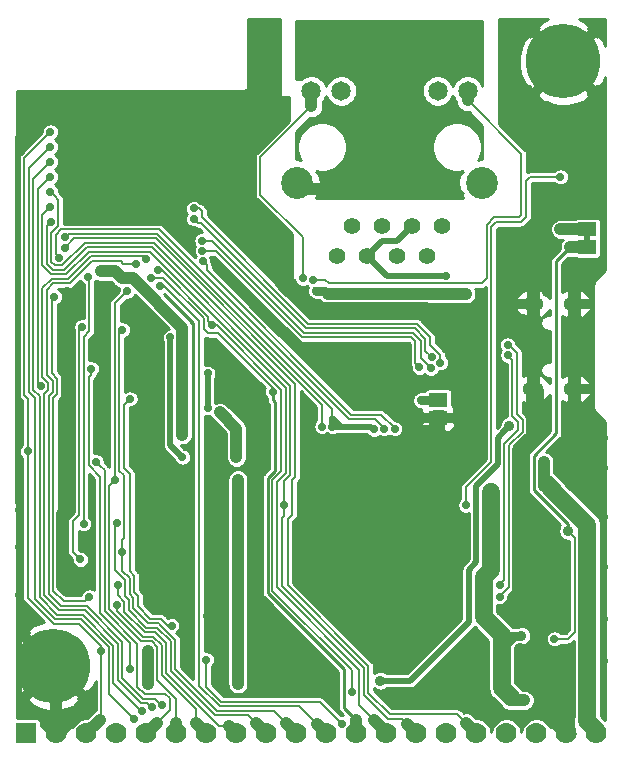
<source format=gbr>
G04 #@! TF.GenerationSoftware,KiCad,Pcbnew,5.1.0-rc2-unknown-036be7d~80~ubuntu16.04.1*
G04 #@! TF.CreationDate,2019-12-17T11:34:35+02:00*
G04 #@! TF.ProjectId,ESP32-GATEWAY_Rev_G,45535033-322d-4474-9154-455741595f52,G*
G04 #@! TF.SameCoordinates,Original*
G04 #@! TF.FileFunction,Copper,L2,Bot*
G04 #@! TF.FilePolarity,Positive*
%FSLAX46Y46*%
G04 Gerber Fmt 4.6, Leading zero omitted, Abs format (unit mm)*
G04 Created by KiCad (PCBNEW 5.1.0-rc2-unknown-036be7d~80~ubuntu16.04.1) date 2019-12-17 11:34:35*
%MOMM*%
%LPD*%
G04 APERTURE LIST*
%ADD10C,1.300000*%
%ADD11C,2.000000*%
%ADD12R,1.600200X1.168400*%
%ADD13C,1.650000*%
%ADD14C,2.700000*%
%ADD15C,1.410000*%
%ADD16C,1.778000*%
%ADD17R,1.778000X1.778000*%
%ADD18O,1.800000X1.200000*%
%ADD19R,0.400000X0.400000*%
%ADD20R,1.422400X1.422400*%
%ADD21C,1.200000*%
%ADD22C,6.300000*%
%ADD23C,0.700000*%
%ADD24C,0.900000*%
%ADD25C,0.750000*%
%ADD26C,0.508000*%
%ADD27C,0.203200*%
%ADD28C,1.016000*%
%ADD29C,0.254000*%
%ADD30C,0.762000*%
%ADD31C,0.406400*%
%ADD32C,1.778000*%
%ADD33C,1.524000*%
%ADD34C,1.270000*%
G04 APERTURE END LIST*
D10*
X80810000Y-82083000D03*
X77210000Y-82083000D03*
X79010000Y-83883000D03*
X79010000Y-80283000D03*
X80810000Y-80283000D03*
X77210000Y-80283000D03*
X80810000Y-83883000D03*
D11*
X79010000Y-82083000D03*
D10*
X77210000Y-83883000D03*
D12*
X118364000Y-85344000D03*
X118364000Y-86868000D03*
X118364000Y-86868000D03*
D13*
X105670000Y-73610500D03*
X94990000Y-73610500D03*
D14*
X93800000Y-81409000D03*
X109400000Y-81409000D03*
D13*
X108210000Y-73610500D03*
X97530000Y-73610500D03*
D15*
X97165000Y-87599000D03*
X98435000Y-85059000D03*
X99705000Y-87599000D03*
X100975000Y-85059000D03*
X102245000Y-87599000D03*
X103515000Y-85059000D03*
X104785000Y-87599000D03*
X106055000Y-85059000D03*
D16*
X78486000Y-128016000D03*
X75946000Y-128016000D03*
X73406000Y-128016000D03*
D17*
X70866000Y-128016000D03*
D16*
X81026000Y-128016000D03*
X83566000Y-128016000D03*
X88646000Y-128016000D03*
X86106000Y-128016000D03*
X91186000Y-128016000D03*
X93726000Y-128016000D03*
X98806000Y-128016000D03*
X96266000Y-128016000D03*
X101346000Y-128016000D03*
X103886000Y-128016000D03*
X108966000Y-128016000D03*
X106426000Y-128016000D03*
X116586000Y-128016000D03*
X119126000Y-128016000D03*
X114046000Y-128016000D03*
X111506000Y-128016000D03*
D18*
X117217000Y-98850000D03*
X113747000Y-98850000D03*
X113747000Y-91650000D03*
X117217000Y-91650000D03*
D12*
X105727500Y-99758500D03*
X105727500Y-101282500D03*
X105727500Y-101282500D03*
D19*
X101249000Y-97544000D03*
X101249000Y-98544000D03*
X100449000Y-99344000D03*
X99449000Y-99344000D03*
X98649000Y-98544000D03*
X98649000Y-97544000D03*
X99449000Y-96744000D03*
X100449000Y-96744000D03*
D20*
X99949000Y-98044000D03*
D21*
X70739000Y-122301000D03*
X75565000Y-122301000D03*
X74803000Y-123952000D03*
X71501000Y-124079000D03*
X74803000Y-120650000D03*
X71501000Y-120650000D03*
X73152000Y-124714000D03*
X73152000Y-119888000D03*
D22*
X73152000Y-122301000D03*
D21*
X113919000Y-71120000D03*
X118745000Y-71120000D03*
X117983000Y-72771000D03*
X114681000Y-72898000D03*
X117983000Y-69469000D03*
X114681000Y-69469000D03*
X116332000Y-73533000D03*
X116332000Y-68707000D03*
D22*
X116332000Y-71120000D03*
D23*
X115570000Y-120015000D03*
D24*
X116077994Y-85344000D03*
X116713000Y-110871000D03*
D23*
X70231000Y-109093000D03*
X70231000Y-112268000D03*
X70231000Y-116332000D03*
X119761000Y-102997000D03*
X119761000Y-105537000D03*
X119761000Y-109728000D03*
X119761000Y-113919000D03*
X119761000Y-118364000D03*
X119761000Y-121920000D03*
D24*
X114300000Y-113411000D03*
X113284000Y-111760000D03*
X114300000Y-111760000D03*
X109347000Y-94234000D03*
X109347000Y-95377000D03*
X109347000Y-96520000D03*
X98806000Y-104648000D03*
X112649000Y-120904000D03*
X112649000Y-104775000D03*
X116586000Y-118364000D03*
X115570000Y-118364000D03*
X101092000Y-121158000D03*
X102362000Y-119761000D03*
X101092000Y-118491000D03*
X101092000Y-116967000D03*
X99949000Y-114173000D03*
X97536000Y-114173000D03*
X102743000Y-112649000D03*
X97917000Y-110871000D03*
X100457000Y-110871000D03*
X105537000Y-110744000D03*
X107315000Y-110744000D03*
X101219000Y-115443000D03*
X93853000Y-110998000D03*
X93853000Y-112014000D03*
X93853000Y-113030000D03*
X90170000Y-109982000D03*
X90170000Y-111125000D03*
X82804000Y-107442000D03*
X82804000Y-108458000D03*
X102362000Y-122428000D03*
X103632000Y-118491000D03*
X103632000Y-110871000D03*
X93980000Y-120015000D03*
X90170000Y-112141000D03*
X74295000Y-94361000D03*
X74295000Y-95631000D03*
X85725000Y-76073000D03*
X83185000Y-76073000D03*
X80391000Y-76073000D03*
X77089000Y-76073000D03*
X75819000Y-83693000D03*
X75565000Y-81280000D03*
X75565000Y-78105000D03*
X75565000Y-74295000D03*
X78740000Y-74295000D03*
X78740000Y-78105000D03*
X81915000Y-78105000D03*
X81915000Y-74295000D03*
X84455000Y-74295000D03*
X84455000Y-78105000D03*
X74295000Y-90678000D03*
X86995000Y-74549000D03*
X91694000Y-68199000D03*
X91694000Y-69469000D03*
X103124000Y-102108000D03*
X106426000Y-95123000D03*
X91694000Y-74676000D03*
X92710000Y-74676000D03*
X91567000Y-88138000D03*
X106426000Y-94107000D03*
X90932000Y-104140000D03*
X87376000Y-97536000D03*
X92557600Y-88138000D03*
X103124000Y-100965000D03*
X73152000Y-74549000D03*
X77089000Y-90424000D03*
X78168500Y-90423439D03*
X74295000Y-115951000D03*
X112140998Y-117475002D03*
X73913946Y-109474000D03*
X94615000Y-91757500D03*
X74168000Y-102235152D03*
X82804000Y-113284000D03*
X82804000Y-114300000D03*
X82804000Y-115316000D03*
X107315000Y-113726430D03*
X112458500Y-93853000D03*
X111125000Y-94107000D03*
X111125000Y-93091000D03*
X112903000Y-92964000D03*
X114046000Y-92964000D03*
D23*
X105918004Y-102235000D03*
X105029000Y-102235000D03*
X104140000Y-102235000D03*
D24*
X111125000Y-91948000D03*
D23*
X103124000Y-95885000D03*
X102361988Y-95377000D03*
D24*
X92670479Y-94019521D03*
X90170000Y-91694000D03*
X109347000Y-93091000D03*
X109347000Y-91948000D03*
X109347000Y-90805000D03*
X109347000Y-97663000D03*
X109347000Y-98806000D03*
X109347000Y-99949000D03*
X109347000Y-101092000D03*
X99187000Y-109728000D03*
X101854000Y-109728000D03*
X103632000Y-109728000D03*
X105537000Y-109728000D03*
X101854000Y-110871000D03*
X100457000Y-109728000D03*
X97917000Y-109728000D03*
X99187000Y-110871000D03*
X107315000Y-109728000D03*
X95377000Y-110871000D03*
X95377000Y-109728000D03*
X96647000Y-110871000D03*
X96647000Y-109728000D03*
X111125000Y-90678000D03*
X111125000Y-89408000D03*
X111125000Y-88138000D03*
X111125000Y-86868000D03*
X111125000Y-85598000D03*
X112395000Y-88138000D03*
X112395000Y-90678000D03*
X112395000Y-86868000D03*
X112395000Y-85598000D03*
X112395000Y-89408000D03*
X113665000Y-88138000D03*
X114935000Y-90678000D03*
X113665000Y-90678000D03*
X113665000Y-86868000D03*
X114935000Y-89408000D03*
X113665000Y-85598000D03*
X113665000Y-89408000D03*
X114935000Y-86868000D03*
X114935000Y-85598000D03*
X114935000Y-88138000D03*
X114935000Y-84328000D03*
X114935000Y-83058000D03*
X114935000Y-81788000D03*
X114935000Y-80010000D03*
X114935000Y-78740000D03*
X114935000Y-77470000D03*
X114935000Y-76200000D03*
X114935000Y-74930000D03*
X109601000Y-122809000D03*
X107315000Y-122809000D03*
X108458000Y-122809000D03*
X105283000Y-123698000D03*
X104521000Y-124460000D03*
X93980000Y-123825000D03*
X92710000Y-123825000D03*
X91440000Y-123825000D03*
X90170000Y-123825000D03*
X95250000Y-123825000D03*
X96520000Y-123825000D03*
X92710000Y-122555000D03*
X93980000Y-122555000D03*
X90170000Y-122555000D03*
X91440000Y-122555000D03*
X95250000Y-122555000D03*
X86233000Y-118110000D03*
X112395000Y-74930000D03*
X113665000Y-74930000D03*
X113665000Y-76200000D03*
X113665000Y-77470000D03*
X111252000Y-74295000D03*
X111252000Y-72390000D03*
X111252000Y-70485000D03*
X111252000Y-68580000D03*
X116205000Y-76200000D03*
X116205000Y-78740000D03*
X116205000Y-77470000D03*
X105537000Y-113792000D03*
X105536992Y-115443000D03*
X106807000Y-115443000D03*
D23*
X81026000Y-94488000D03*
X82042010Y-94488000D03*
D24*
X77089000Y-74295000D03*
X80391000Y-74295000D03*
X83185000Y-74295000D03*
X78740000Y-76073000D03*
X75565000Y-76073000D03*
X81915000Y-76073000D03*
X84455000Y-76073000D03*
X85725000Y-74295000D03*
X74168000Y-74295000D03*
X77089000Y-78105000D03*
X80391000Y-78105000D03*
X83185000Y-78105000D03*
X90170000Y-68199000D03*
X90170000Y-69469000D03*
X90170000Y-72009000D03*
X90170000Y-70739000D03*
X90170000Y-73279000D03*
X82042000Y-102489000D03*
X80899000Y-102489000D03*
X113030000Y-125222000D03*
X111887000Y-125222000D03*
X112776000Y-119761000D03*
X88773000Y-106553000D03*
X88773000Y-107569000D03*
X84074000Y-102743000D03*
D23*
X84074000Y-97028000D03*
D24*
X81153000Y-123825000D03*
X77152500Y-88900000D03*
X88773000Y-114554000D03*
X81145229Y-121031000D03*
X88773000Y-123825000D03*
X110236000Y-107569000D03*
D23*
X104267012Y-99822000D03*
X72898000Y-77089000D03*
X77216000Y-121031000D03*
X70973086Y-104140000D03*
X106426000Y-89281000D03*
D24*
X103505000Y-90805000D03*
D23*
X99314000Y-90805000D03*
D25*
X95377000Y-90551000D03*
D24*
X108077000Y-90805000D03*
D23*
X95159530Y-89637202D03*
X94266301Y-89503821D03*
D24*
X103505000Y-68580000D03*
X106680000Y-68580000D03*
X99695000Y-68580000D03*
X96520000Y-68580000D03*
X97790000Y-70485000D03*
X95250000Y-70485000D03*
X105410000Y-70485000D03*
X107950000Y-70485000D03*
X103505000Y-72390000D03*
X99695000Y-72390000D03*
X97155000Y-75565000D03*
X99695000Y-76200000D03*
X103505000Y-76200000D03*
X106045000Y-75565000D03*
X101600000Y-78105000D03*
X101600000Y-74295000D03*
X101600000Y-70485000D03*
X99695000Y-80010000D03*
X103505000Y-80010000D03*
X105410000Y-81915000D03*
X97790000Y-81915000D03*
X101600000Y-81915000D03*
X100838000Y-123571000D03*
X111759976Y-101980980D03*
D23*
X111593816Y-95123000D03*
X110934500Y-116439176D03*
X110945655Y-115416133D03*
X111632439Y-96012561D03*
X79629000Y-99695000D03*
X83165118Y-118891880D03*
X72898000Y-82169000D03*
D24*
X114681000Y-107061000D03*
X114681000Y-106045000D03*
X114681000Y-105029000D03*
D23*
X82148555Y-90167249D03*
X72898000Y-79629000D03*
X80608563Y-126119125D03*
X72898000Y-78359000D03*
X80010000Y-126838003D03*
X72898000Y-83439000D03*
D24*
X87249000Y-100838000D03*
X88646000Y-104648000D03*
D23*
X86233000Y-100457020D03*
X86233000Y-97536000D03*
X72898000Y-80899000D03*
X72079663Y-98638043D03*
X97548670Y-127184919D03*
X76346831Y-97155000D03*
X79629000Y-122555000D03*
X86106000Y-121793000D03*
X86614561Y-93471439D03*
X98430568Y-124555251D03*
X82001455Y-88827971D03*
X80137000Y-88265000D03*
X82302865Y-125597410D03*
X84052273Y-104625152D03*
X76767885Y-105034590D03*
X83038190Y-94488000D03*
X79393926Y-90555188D03*
X78359000Y-106553000D03*
X81026000Y-87882878D03*
X81454766Y-125827582D03*
X74104500Y-86931504D03*
X95884996Y-102044500D03*
X74100664Y-85992781D03*
X96774000Y-102044500D03*
X100292412Y-102287515D03*
X73660000Y-87756990D03*
X101166595Y-102207780D03*
X85784289Y-88053618D03*
X102043985Y-102235000D03*
X75697606Y-110276932D03*
X78491565Y-110231305D03*
X76056201Y-89361299D03*
X78994000Y-93853000D03*
X78993992Y-112649000D03*
X73222686Y-91059000D03*
X78508767Y-117111090D03*
X76200000Y-116459000D03*
X75565000Y-93599000D03*
X75438000Y-113284002D03*
X78613000Y-115443000D03*
X72917863Y-84732988D03*
X116078000Y-80899000D03*
X108077000Y-108712000D03*
X92710000Y-108712000D03*
X105161367Y-96187517D03*
X85027114Y-84455000D03*
X85750053Y-87176474D03*
X104139439Y-97028561D03*
X85716035Y-86299321D03*
X105114546Y-97113546D03*
X105918000Y-96647000D03*
X85018726Y-83573266D03*
X91713803Y-99113378D03*
X81408376Y-89475128D03*
D26*
X118364000Y-85344000D02*
X118364000Y-86868000D01*
D27*
X117162999Y-111320999D02*
X116713000Y-110871000D01*
X117322589Y-111480589D02*
X117162999Y-111320999D01*
X117322589Y-119405411D02*
X117322589Y-111480589D01*
X115570000Y-120015000D02*
X116713000Y-120015000D01*
X116713000Y-120015000D02*
X117322589Y-119405411D01*
D28*
X118364000Y-85344000D02*
X116077994Y-85344000D01*
X118364000Y-86868000D02*
X116903500Y-86868000D01*
D29*
X116713000Y-110299500D02*
X116713000Y-110871000D01*
X113835636Y-107422136D02*
X116713000Y-110299500D01*
X113835636Y-104505209D02*
X113835636Y-107422136D01*
X116903500Y-86868000D02*
X115727995Y-88043505D01*
X115727995Y-102612850D02*
X113835636Y-104505209D01*
X115727995Y-88043505D02*
X115727995Y-102612850D01*
D26*
X119761000Y-121920000D02*
X119761000Y-126111000D01*
X119761000Y-113919000D02*
X119761000Y-109728000D01*
X119761000Y-118364000D02*
X119761000Y-113919000D01*
X119761000Y-121920000D02*
X119761000Y-118364000D01*
D28*
X113284000Y-111760000D02*
X114300000Y-111760000D01*
X93853000Y-110998000D02*
X98806000Y-106045000D01*
X98806000Y-106045000D02*
X98806000Y-104648000D01*
D30*
X116586000Y-118364000D02*
X115570000Y-118364000D01*
D28*
X101092000Y-118491000D02*
X101092000Y-116967000D01*
X97917000Y-110871000D02*
X100457000Y-110871000D01*
D26*
X81407000Y-106045000D02*
X82804000Y-107442000D01*
D30*
X82804000Y-107442000D02*
X82804000Y-108458000D01*
D26*
X70231000Y-109093000D02*
X70231000Y-112268000D01*
X70231000Y-112268000D02*
X70231000Y-116332000D01*
X70231000Y-116332000D02*
X70231000Y-126111000D01*
D28*
X85979000Y-76073000D02*
X83185000Y-76073000D01*
X80391000Y-76073000D02*
X77089000Y-76073000D01*
X75565000Y-81280000D02*
X75565000Y-78105000D01*
X75565000Y-74295000D02*
X78740000Y-74295000D01*
X78740000Y-78105000D02*
X81915000Y-78105000D01*
X81915000Y-74295000D02*
X84455000Y-74295000D01*
X91059000Y-69469000D02*
X91059000Y-68199000D01*
X101219000Y-115443000D02*
X99949000Y-114173000D01*
X103632000Y-112649000D02*
X102743000Y-112649000D01*
X103505000Y-115443000D02*
X101219000Y-115443000D01*
X103632000Y-115443000D02*
X103505000Y-115443000D01*
X93853000Y-110998000D02*
X93853000Y-112014000D01*
X93853000Y-113030000D02*
X93853000Y-112014000D01*
X90170000Y-109982000D02*
X90170000Y-111125000D01*
X90170000Y-111125000D02*
X90170000Y-112141000D01*
X102362000Y-122428000D02*
X102362000Y-121158000D01*
X102362000Y-121158000D02*
X102362000Y-119761000D01*
X102362000Y-119761000D02*
X103632000Y-118491000D01*
X103632000Y-118491000D02*
X103632000Y-115443000D01*
X103632000Y-115443000D02*
X103632000Y-112649000D01*
X103632000Y-112649000D02*
X103632000Y-111125000D01*
X84455000Y-78105000D02*
X84455000Y-78172000D01*
X84455000Y-78172000D02*
X82643200Y-79983800D01*
D26*
X107569000Y-97663000D02*
X107823000Y-97663000D01*
X107823000Y-97663000D02*
X108204000Y-97536000D01*
X108204000Y-97536000D02*
X107823000Y-97663000D01*
D31*
X107823000Y-101219000D02*
X107188000Y-101219000D01*
X107188000Y-101219000D02*
X107823000Y-101219000D01*
D28*
X92710000Y-74676000D02*
X91694000Y-74676000D01*
D32*
X107823000Y-101219000D02*
X107823000Y-99568000D01*
X107823000Y-99568000D02*
X107823000Y-97663000D01*
D26*
X81407000Y-106045000D02*
X81407000Y-97028000D01*
X81407000Y-97028000D02*
X81407000Y-96647000D01*
D28*
X90482001Y-104589999D02*
X90932000Y-104140000D01*
X90170000Y-109982000D02*
X90170000Y-104902000D01*
X90170000Y-104902000D02*
X90482001Y-104589999D01*
X90932000Y-103503604D02*
X90932000Y-104140000D01*
X87376000Y-97536000D02*
X87884016Y-97536000D01*
X90932000Y-100583984D02*
X90932000Y-103503604D01*
X87884016Y-97536000D02*
X90932000Y-100583984D01*
X73406000Y-124968000D02*
X73152000Y-124714000D01*
X73406000Y-128016000D02*
X73406000Y-124968000D01*
X93343604Y-120015000D02*
X93980000Y-120015000D01*
X90170000Y-116841396D02*
X93343604Y-120015000D01*
X90170000Y-112141000D02*
X90170000Y-116841396D01*
D33*
X116586000Y-128016000D02*
X116586000Y-125857000D01*
D31*
X106158974Y-101409496D02*
X105664000Y-101409496D01*
X107632504Y-101409496D02*
X106158974Y-101409496D01*
D26*
X72702001Y-74998999D02*
X73152000Y-74549000D01*
X70231000Y-109093000D02*
X70231000Y-108598026D01*
X70231000Y-108598026D02*
X70154810Y-108521836D01*
X70154810Y-108521836D02*
X70154810Y-77546190D01*
X70154810Y-77546190D02*
X72702001Y-74998999D01*
D32*
X107823000Y-95504000D02*
X106426000Y-94107000D01*
X107823000Y-97663000D02*
X107823000Y-95504000D01*
D28*
X74295000Y-102108152D02*
X74168000Y-102235152D01*
X74363945Y-109024001D02*
X74363945Y-102431097D01*
X74363945Y-102431097D02*
X74168000Y-102235152D01*
X74295000Y-95631000D02*
X74295000Y-102108152D01*
X73913946Y-109474000D02*
X74363945Y-109024001D01*
X82804000Y-115316000D02*
X82804000Y-107442000D01*
X101092000Y-121158000D02*
X101092000Y-118491000D01*
X116586000Y-124841000D02*
X116586000Y-125857000D01*
X112649000Y-120904000D02*
X116586000Y-124841000D01*
X105537000Y-110744000D02*
X107315000Y-110744000D01*
X113728500Y-91631500D02*
X113728500Y-89852500D01*
X113747000Y-91650000D02*
X113728500Y-91631500D01*
D30*
X105918004Y-101473004D02*
X105727500Y-101282500D01*
X105918004Y-102235000D02*
X105918004Y-101473004D01*
X105918004Y-102235000D02*
X104140000Y-102235000D01*
X105727500Y-101536500D02*
X105029000Y-102235000D01*
X105727500Y-101282500D02*
X105727500Y-101536500D01*
X107759500Y-101282500D02*
X107823000Y-101219000D01*
X105727500Y-101282500D02*
X107759500Y-101282500D01*
D33*
X103124000Y-100965000D02*
X103632000Y-101473000D01*
X103632000Y-101473000D02*
X103632000Y-110488604D01*
X103632000Y-110488604D02*
X103632000Y-111125000D01*
D29*
X103124000Y-95885000D02*
X102616000Y-95377000D01*
X102616000Y-95377000D02*
X102361988Y-95377000D01*
D33*
X91567000Y-88138000D02*
X92557600Y-88138000D01*
D34*
X92583000Y-88138000D02*
X92557600Y-88138000D01*
X92557600Y-89128600D02*
X92557600Y-89801014D01*
X91567000Y-88138000D02*
X92557600Y-89128600D01*
D33*
X95123000Y-92265500D02*
X94615000Y-91757500D01*
X106426000Y-94107000D02*
X104584500Y-92265500D01*
X104584500Y-92265500D02*
X95123000Y-92265500D01*
X94615000Y-91757500D02*
X92658514Y-89801014D01*
X92557600Y-89700100D02*
X92557600Y-88138000D01*
X93218000Y-90360500D02*
X92557600Y-89700100D01*
D28*
X96694958Y-98044000D02*
X92670479Y-94019521D01*
X99949000Y-98044000D02*
X96694958Y-98044000D01*
X92495521Y-94019521D02*
X90170000Y-91694000D01*
X92670479Y-94019521D02*
X92495521Y-94019521D01*
D33*
X100076000Y-98044000D02*
X99949000Y-98044000D01*
X103124000Y-100965000D02*
X100203000Y-98044000D01*
X100203000Y-98044000D02*
X100076000Y-98044000D01*
X112768825Y-116847175D02*
X112590997Y-117025003D01*
X112590997Y-117025003D02*
X112140998Y-117475002D01*
X113747000Y-98850000D02*
X113911834Y-99014834D01*
X113911834Y-99014834D02*
X113911834Y-102920313D01*
X113911834Y-102920313D02*
X112768825Y-104063322D01*
X112768825Y-104063322D02*
X112768825Y-116847175D01*
D28*
X109347000Y-90805000D02*
X109347000Y-101092000D01*
X73913946Y-115569946D02*
X73913946Y-109474000D01*
X74295000Y-115951000D02*
X73913946Y-115569946D01*
X105537000Y-115442992D02*
X105536992Y-115443000D01*
X105537000Y-113792000D02*
X105537000Y-115442992D01*
X103505000Y-115443000D02*
X105536992Y-115443000D01*
D26*
X81407000Y-96647000D02*
X81026000Y-96266000D01*
X81026000Y-96266000D02*
X81026000Y-94982974D01*
X81026000Y-94982974D02*
X81026000Y-94488000D01*
X81026000Y-94488000D02*
X82042010Y-94488000D01*
D32*
X82967001Y-81895199D02*
X82643200Y-82219000D01*
X91567000Y-87501604D02*
X85960595Y-81895199D01*
X85960595Y-81895199D02*
X82967001Y-81895199D01*
X91567000Y-88138000D02*
X91567000Y-87501604D01*
D28*
X111887000Y-125222000D02*
X111887000Y-124968000D01*
X113030000Y-125222000D02*
X111887000Y-125222000D01*
X88773000Y-106553000D02*
X88773000Y-107569000D01*
D33*
X111887000Y-124968000D02*
X111125000Y-124206000D01*
D30*
X112139604Y-119761000D02*
X111125000Y-119761000D01*
X112139604Y-119761000D02*
X111125000Y-120775604D01*
X112776000Y-119761000D02*
X112139604Y-119761000D01*
X111125000Y-120775604D02*
X111125000Y-121285000D01*
D33*
X111125000Y-124206000D02*
X111125000Y-121285000D01*
X111125000Y-121285000D02*
X111125000Y-119761000D01*
D26*
X81153002Y-121285002D02*
X81153000Y-121285000D01*
D33*
X111125000Y-119761000D02*
X111125000Y-119723698D01*
D28*
X81153000Y-121038771D02*
X81145229Y-121031000D01*
X81153000Y-123825000D02*
X81153000Y-121038771D01*
X88773000Y-107569000D02*
X88773000Y-123825000D01*
D30*
X111162302Y-119761000D02*
X111125000Y-119723698D01*
X112776000Y-119761000D02*
X111162302Y-119761000D01*
D33*
X110236000Y-114173000D02*
X110236000Y-107569000D01*
X109601000Y-114808000D02*
X110236000Y-114173000D01*
X111125000Y-119723698D02*
X109601000Y-118199698D01*
X109601000Y-118199698D02*
X109601000Y-114808000D01*
D28*
X84074000Y-97028000D02*
X84074000Y-102743000D01*
X78359000Y-88900000D02*
X77152500Y-88900000D01*
X78930500Y-89471500D02*
X78359000Y-88900000D01*
X79883000Y-89471500D02*
X78930500Y-89471500D01*
X84074000Y-97028000D02*
X84074000Y-93662500D01*
X84074000Y-93662500D02*
X79883000Y-89471500D01*
D30*
X105664000Y-99822000D02*
X104761986Y-99822000D01*
X104761986Y-99822000D02*
X104267012Y-99822000D01*
D28*
X105727500Y-99758500D02*
X105664000Y-99822000D01*
X75946000Y-128016000D02*
X77089000Y-126873000D01*
D27*
X70973086Y-99675086D02*
X70973086Y-104140000D01*
X70688221Y-99390221D02*
X70973086Y-99675086D01*
X72898000Y-77089000D02*
X70688221Y-79298779D01*
X70688221Y-79298779D02*
X70688221Y-99390221D01*
X77216000Y-126746000D02*
X77216000Y-121031000D01*
X77089000Y-126873000D02*
X77216000Y-126746000D01*
X70973086Y-104634974D02*
X70973086Y-104140000D01*
X70973086Y-116562406D02*
X70973086Y-104634974D01*
X73155680Y-118745000D02*
X70973086Y-116562406D01*
X75311000Y-118745000D02*
X73155680Y-118745000D01*
X77216000Y-121031000D02*
X77216000Y-120650000D01*
X77216000Y-120650000D02*
X75311000Y-118745000D01*
D26*
X99705000Y-87599000D02*
X101387000Y-89281000D01*
X101387000Y-89281000D02*
X106426000Y-89281000D01*
X103515000Y-85059000D02*
X102214000Y-86360000D01*
X102214000Y-86360000D02*
X100944000Y-86360000D01*
X100944000Y-86360000D02*
X99705000Y-87599000D01*
D28*
X99314000Y-90805000D02*
X96393000Y-90805000D01*
X96393000Y-90805000D02*
X96520000Y-90805000D01*
X102868604Y-90805000D02*
X102855883Y-90792279D01*
X99808974Y-90805000D02*
X99314000Y-90805000D01*
X103505000Y-90805000D02*
X102868604Y-90805000D01*
X102855883Y-90792279D02*
X99821695Y-90792279D01*
X99821695Y-90792279D02*
X99808974Y-90805000D01*
D30*
X96139000Y-90551000D02*
X95377000Y-90551000D01*
X96393000Y-90805000D02*
X96139000Y-90551000D01*
D28*
X103505000Y-90805000D02*
X108077000Y-90805000D01*
X108210000Y-73610500D02*
X108210000Y-74428000D01*
D27*
X112776000Y-78994000D02*
X108210000Y-74428000D01*
X112776000Y-84137500D02*
X112776000Y-78994000D01*
X110490000Y-84328000D02*
X112585500Y-84328000D01*
X112585500Y-84328000D02*
X112776000Y-84137500D01*
X96159164Y-89637202D02*
X96437962Y-89916000D01*
X96437962Y-89916000D02*
X109410500Y-89916000D01*
X109410500Y-89916000D02*
X109855000Y-89471500D01*
X95159530Y-89637202D02*
X96159164Y-89637202D01*
X109855000Y-84963000D02*
X110490000Y-84328000D01*
X109855000Y-89471500D02*
X109855000Y-84963000D01*
D28*
X94990000Y-74936000D02*
X94990000Y-73610500D01*
D27*
X90678000Y-82423000D02*
X94266301Y-86011301D01*
X94266301Y-86011301D02*
X94266301Y-89008847D01*
X94266301Y-89008847D02*
X94266301Y-89503821D01*
X90678000Y-79248000D02*
X90678000Y-82423000D01*
X94990000Y-74936000D02*
X90678000Y-79248000D01*
D28*
X93800000Y-81409000D02*
X94306000Y-81915000D01*
X94306000Y-81915000D02*
X97790000Y-81915000D01*
X101600000Y-70485000D02*
X103505000Y-68580000D01*
X103505000Y-68580000D02*
X106680000Y-68580000D01*
X99695000Y-68580000D02*
X96520000Y-68580000D01*
X97790000Y-70485000D02*
X95250000Y-70485000D01*
X105410000Y-70485000D02*
X107950000Y-70485000D01*
X103505000Y-72390000D02*
X103505000Y-76200000D01*
X99695000Y-72390000D02*
X99695000Y-76200000D01*
X99695000Y-76200000D02*
X103505000Y-76200000D01*
X101600000Y-78105000D02*
X101600000Y-74295000D01*
X99695000Y-80010000D02*
X103505000Y-80010000D01*
X97790000Y-81915000D02*
X101600000Y-81915000D01*
D26*
X103378000Y-123571000D02*
X108331000Y-118618000D01*
X110769411Y-102971545D02*
X111309977Y-102430979D01*
X110769411Y-105253768D02*
X110769411Y-102971545D01*
X100838000Y-123571000D02*
X103378000Y-123571000D01*
X108966000Y-113538000D02*
X108966000Y-107057179D01*
X108966000Y-107057179D02*
X110769411Y-105253768D01*
X111309977Y-102430979D02*
X111759976Y-101980980D01*
X108331000Y-118618000D02*
X108331000Y-114173000D01*
X108331000Y-114173000D02*
X108966000Y-113538000D01*
D27*
X111284499Y-116089177D02*
X110934500Y-116439176D01*
X111727414Y-115646262D02*
X111284499Y-116089177D01*
X111727414Y-103631956D02*
X111727414Y-115646262D01*
X111593816Y-95123000D02*
X111733895Y-95123000D01*
X111733895Y-95123000D02*
X112395011Y-95784116D01*
X112395011Y-95784116D02*
X112395011Y-100997645D01*
X112870423Y-101473057D02*
X112870423Y-102488947D01*
X112870423Y-102488947D02*
X111727414Y-103631956D01*
X112395011Y-100997645D02*
X112870423Y-101473057D01*
X112014000Y-96394122D02*
X111632439Y-96012561D01*
X110945655Y-115416133D02*
X111302822Y-115058966D01*
X111302822Y-103517688D02*
X112489416Y-102331094D01*
X111302822Y-115058966D02*
X111302822Y-103517688D01*
X112489416Y-101630906D02*
X112014000Y-101155490D01*
X112489416Y-102331094D02*
X112489416Y-101630906D01*
X112014000Y-101155490D02*
X112014000Y-96394122D01*
X79629000Y-114300000D02*
X79629000Y-106045000D01*
X79121000Y-105537000D02*
X79121000Y-100203000D01*
X80010000Y-116088056D02*
X80010000Y-114681000D01*
X79121000Y-100203000D02*
X79629000Y-99695000D01*
X80307068Y-116385123D02*
X80010000Y-116088056D01*
X80307068Y-117264068D02*
X80307068Y-116385123D01*
X83165118Y-118891880D02*
X82823880Y-118891880D01*
X80010000Y-114681000D02*
X79629000Y-114300000D01*
X82823880Y-118891880D02*
X82296000Y-118364000D01*
X82296000Y-118364000D02*
X82285942Y-118364000D01*
X81343460Y-118300460D02*
X80307068Y-117264068D01*
X82285942Y-118364000D02*
X82222402Y-118300460D01*
X79629000Y-106045000D02*
X79121000Y-105537000D01*
X82222402Y-118300460D02*
X81343460Y-118300460D01*
D28*
X108966000Y-128016000D02*
X108077000Y-127127000D01*
D27*
X73913967Y-88391969D02*
X73278969Y-88391969D01*
X72974287Y-85638869D02*
X73547264Y-85065892D01*
X73547264Y-82818264D02*
X73247999Y-82518999D01*
X73913998Y-88392000D02*
X73913967Y-88391969D01*
X73278969Y-88391969D02*
X72974287Y-88087287D01*
X73547264Y-85065892D02*
X73547264Y-82818264D01*
X73247999Y-82518999D02*
X72898000Y-82169000D01*
X72974287Y-88087287D02*
X72974287Y-85638869D01*
X92989433Y-115467021D02*
X92989433Y-109860397D01*
X99822000Y-122299588D02*
X92989433Y-115467021D01*
X93599000Y-98445306D02*
X81640650Y-86486956D01*
X73915840Y-88392000D02*
X73914000Y-88392000D01*
X81640650Y-86486956D02*
X75820884Y-86486956D01*
X99822000Y-124587000D02*
X99822000Y-122299588D01*
X75820884Y-86486956D02*
X73915840Y-88392000D01*
X101625411Y-126390411D02*
X99822000Y-124587000D01*
X108077000Y-127127000D02*
X107340411Y-126390411D01*
X107340411Y-126390411D02*
X101625411Y-126390411D01*
X93360415Y-106537585D02*
X93599000Y-106299000D01*
X93360415Y-109489415D02*
X93360415Y-106537585D01*
X92989433Y-109860397D02*
X93360415Y-109489415D01*
X93599000Y-106299000D02*
X93599000Y-98445306D01*
D33*
X115824000Y-107823000D02*
X114935000Y-106934000D01*
D28*
X114681000Y-105029000D02*
X114681000Y-106680000D01*
X114681000Y-106680000D02*
X115824000Y-107823000D01*
X114681000Y-107061000D02*
X114808000Y-107061000D01*
X114808000Y-107061000D02*
X114935000Y-106934000D01*
X114935000Y-106934000D02*
X114681000Y-106680000D01*
X114681000Y-107061000D02*
X114681000Y-106045000D01*
X114681000Y-105029000D02*
X114681000Y-106045000D01*
D33*
X118364000Y-110363000D02*
X115824000Y-107823000D01*
X118364000Y-127000000D02*
X118364000Y-110363000D01*
X119126000Y-127762000D02*
X118364000Y-127000000D01*
X119126000Y-128016000D02*
X119126000Y-127762000D01*
D28*
X96266000Y-128016000D02*
X95504000Y-127254000D01*
D27*
X82547249Y-90167249D02*
X82148555Y-90167249D01*
X85474588Y-123986418D02*
X85474588Y-93094588D01*
X85474588Y-93094588D02*
X82547249Y-90167249D01*
X87218170Y-125730000D02*
X85474588Y-123986418D01*
X95504000Y-127254000D02*
X93980000Y-125730000D01*
X93980000Y-125730000D02*
X87218170Y-125730000D01*
X80258564Y-125769126D02*
X80608563Y-126119125D01*
X75633998Y-117982978D02*
X78232011Y-120580991D01*
X78232011Y-123742573D02*
X80258564Y-125769126D01*
X73471318Y-117982978D02*
X75633998Y-117982978D01*
X78232011Y-120580991D02*
X78232011Y-123742573D01*
X71983507Y-99480847D02*
X71983507Y-116495167D01*
X71450243Y-81076757D02*
X71450243Y-98947583D01*
X72898000Y-79629000D02*
X71450243Y-81076757D01*
X71450243Y-98947583D02*
X71983507Y-99480847D01*
X71983507Y-116495167D02*
X73471318Y-117982978D01*
X71069232Y-80187768D02*
X71069232Y-99105402D01*
X73313499Y-118363989D02*
X75476179Y-118363989D01*
X71602496Y-99638666D02*
X71602496Y-116652986D01*
X71602496Y-116652986D02*
X73313499Y-118363989D01*
X75476179Y-118363989D02*
X77851000Y-120738810D01*
X79660001Y-126488004D02*
X80010000Y-126838003D01*
X77851000Y-120738810D02*
X77851000Y-124679003D01*
X71069232Y-99105402D02*
X71602496Y-99638666D01*
X77851000Y-124679003D02*
X79660001Y-126488004D01*
X72898000Y-78359000D02*
X71069232Y-80187768D01*
D28*
X101346000Y-127889000D02*
X100330000Y-126873000D01*
X101346000Y-128016000D02*
X101346000Y-127889000D01*
D27*
X100330000Y-126873000D02*
X99059978Y-125602978D01*
X72212265Y-88402925D02*
X72212265Y-84124735D01*
X81325012Y-87248978D02*
X76138362Y-87248978D01*
X74233320Y-89154020D02*
X72963360Y-89154020D01*
X92836978Y-98760944D02*
X81325012Y-87248978D01*
X72212265Y-84124735D02*
X72548001Y-83788999D01*
X72548001Y-83788999D02*
X72898000Y-83439000D01*
X72963360Y-89154020D02*
X72212265Y-88402925D01*
X92836978Y-105983362D02*
X92836978Y-98760944D01*
X76138362Y-87248978D02*
X74233320Y-89154020D01*
X92075000Y-115630249D02*
X92075000Y-106745340D01*
X99059978Y-122615227D02*
X92075000Y-115630249D01*
X99059978Y-125602978D02*
X99059978Y-122615227D01*
X92075000Y-106745340D02*
X92836978Y-105983362D01*
D28*
X88646000Y-102235000D02*
X88646000Y-104648000D01*
X87249000Y-100838000D02*
X88646000Y-102235000D01*
D26*
X86233000Y-100457020D02*
X86233000Y-97536000D01*
D27*
X71831254Y-81965746D02*
X71831254Y-98389634D01*
X71831254Y-98389634D02*
X72079663Y-98638043D01*
X72898000Y-80899000D02*
X71831254Y-81965746D01*
X79629000Y-120361490D02*
X79629000Y-122060026D01*
X76138483Y-97858322D02*
X76138483Y-105338295D01*
X77100133Y-117832623D02*
X79629000Y-120361490D01*
X77100133Y-106299945D02*
X77100133Y-117832623D01*
X76138483Y-105338295D02*
X77100133Y-106299945D01*
X76346831Y-97649974D02*
X76138483Y-97858322D01*
X76346831Y-97155000D02*
X76346831Y-97649974D01*
X79629000Y-122060026D02*
X79629000Y-122555000D01*
X95712751Y-125349000D02*
X97548670Y-127184919D01*
X86106000Y-124079000D02*
X87376000Y-125349000D01*
X87376000Y-125349000D02*
X95712751Y-125349000D01*
X86106000Y-121793000D02*
X86106000Y-124079000D01*
X82341045Y-88827971D02*
X82001455Y-88827971D01*
X86264562Y-93121440D02*
X86264562Y-92751488D01*
X86264562Y-92751488D02*
X82341045Y-88827971D01*
X86614561Y-93471439D02*
X86264562Y-93121440D01*
X87003366Y-93471439D02*
X92437068Y-98905141D01*
X86614561Y-93471439D02*
X87003366Y-93471439D01*
X98430568Y-122687568D02*
X98430568Y-124060277D01*
X91693989Y-115950989D02*
X98430568Y-122687568D01*
X92437068Y-105844442D02*
X91693989Y-106587521D01*
X98430568Y-124060277D02*
X98430568Y-124555251D01*
X91693989Y-106587521D02*
X91693989Y-115950989D01*
X92437068Y-98905141D02*
X92437068Y-105844442D01*
X81952866Y-125247411D02*
X82302865Y-125597410D01*
X72593276Y-97681313D02*
X73090075Y-98178112D01*
X72745529Y-99442521D02*
X72745529Y-116179529D01*
X76422999Y-88042001D02*
X74548958Y-89916042D01*
X72593276Y-90474809D02*
X72593276Y-97681313D01*
X74548958Y-89916042D02*
X73152043Y-89916042D01*
X73786956Y-117220956D02*
X75949636Y-117220956D01*
X73152043Y-89916042D02*
X72593276Y-90474809D01*
X80748275Y-125073115D02*
X81778570Y-125073115D01*
X81778570Y-125073115D02*
X81952866Y-125247411D01*
X78994033Y-123318873D02*
X80748275Y-125073115D01*
X73090075Y-98178112D02*
X73090075Y-99097975D01*
X78834501Y-88042001D02*
X76422999Y-88042001D01*
X79057500Y-88265000D02*
X78834501Y-88042001D01*
X80137000Y-88265000D02*
X79057500Y-88265000D01*
X78994033Y-120265353D02*
X78994033Y-123318873D01*
X72745529Y-116179529D02*
X73786956Y-117220956D01*
X75949636Y-117220956D02*
X78994033Y-120265353D01*
X73090075Y-99097975D02*
X72745529Y-99442521D01*
D28*
X81026000Y-128016000D02*
X81915000Y-127127000D01*
D27*
X82995129Y-126046871D02*
X82995129Y-125061119D01*
X82995129Y-125061119D02*
X82626114Y-124692104D01*
X77481144Y-105747849D02*
X77117884Y-105384589D01*
X77117884Y-105384589D02*
X76767885Y-105034590D01*
X81915000Y-127127000D02*
X82995129Y-126046871D01*
X77481144Y-117674804D02*
X77481144Y-105747849D01*
X80264000Y-120457660D02*
X77481144Y-117674804D01*
X80906094Y-124692104D02*
X80264000Y-124050010D01*
X80264000Y-124050010D02*
X80264000Y-120457660D01*
X82626114Y-124692104D02*
X80906094Y-124692104D01*
D26*
X83038190Y-103611069D02*
X83038190Y-94488000D01*
X84052273Y-104625152D02*
X83038190Y-103611069D01*
D28*
X83566000Y-128016000D02*
X83566000Y-127127000D01*
D27*
X78359000Y-106058026D02*
X78359000Y-106553000D01*
X79393926Y-90555188D02*
X78359000Y-91590114D01*
X78359000Y-91590114D02*
X78359000Y-106058026D01*
X77862155Y-107049845D02*
X77862155Y-117516985D01*
X78359000Y-106553000D02*
X77862155Y-107049845D01*
X77862155Y-117516985D02*
X80571155Y-120225985D01*
X81940411Y-120712615D02*
X81940411Y-123467571D01*
X81940411Y-123467571D02*
X83566000Y-125093160D01*
X83566000Y-125093160D02*
X83566000Y-127127000D01*
X81453781Y-120225985D02*
X81940411Y-120712615D01*
X80571155Y-120225985D02*
X81453781Y-120225985D01*
X81081310Y-125454126D02*
X81104767Y-125477583D01*
X81026000Y-87882878D02*
X80773111Y-87629989D01*
X80773111Y-87629989D02*
X76296181Y-87629989D01*
X74391139Y-89535031D02*
X72994224Y-89535031D01*
X72994224Y-89535031D02*
X72212265Y-90316990D01*
X72212265Y-90316990D02*
X72212265Y-97839133D01*
X72212265Y-97839133D02*
X72709064Y-98335931D01*
X72709064Y-98335931D02*
X72709064Y-98940156D01*
X81104767Y-125477583D02*
X81454766Y-125827582D01*
X80590456Y-125454126D02*
X81081310Y-125454126D01*
X72364518Y-99284702D02*
X72364518Y-116337348D01*
X72709064Y-98940156D02*
X72364518Y-99284702D01*
X75791817Y-117601967D02*
X78613022Y-120423172D01*
X78613022Y-120423172D02*
X78613022Y-123476692D01*
X76296181Y-87629989D02*
X74391139Y-89535031D01*
X78613022Y-123476692D02*
X80590456Y-125454126D01*
X73629137Y-117601967D02*
X75791817Y-117601967D01*
X72364518Y-116337348D02*
X73629137Y-117601967D01*
X74104500Y-86931504D02*
X74930059Y-86105945D01*
X81798469Y-86105945D02*
X95884996Y-100192472D01*
X74930059Y-86105945D02*
X81798469Y-86105945D01*
X95884996Y-101549526D02*
X95884996Y-102044500D01*
X95884996Y-100192472D02*
X95884996Y-101549526D01*
X74368511Y-85724934D02*
X81956288Y-85724934D01*
X81956288Y-85724934D02*
X96774000Y-100542646D01*
X74100664Y-85992781D02*
X74368511Y-85724934D01*
D26*
X100049397Y-102044500D02*
X100292412Y-102287515D01*
X96774000Y-102044500D02*
X96774000Y-101282500D01*
D27*
X96774000Y-100542646D02*
X96774000Y-101282500D01*
D26*
X96774000Y-102044500D02*
X97536000Y-102044500D01*
X96774000Y-101282500D02*
X97536000Y-102044500D01*
X97536000Y-102044500D02*
X100049397Y-102044500D01*
D27*
X73355298Y-87452288D02*
X73355298Y-85796688D01*
X73355298Y-85796688D02*
X73808063Y-85343923D01*
X100387658Y-101428843D02*
X100816596Y-101857781D01*
X98199027Y-101428843D02*
X100387658Y-101428843D01*
X100816596Y-101857781D02*
X101166595Y-102207780D01*
X73808063Y-85343923D02*
X82114107Y-85343923D01*
X73660000Y-87756990D02*
X73355298Y-87452288D01*
X82114107Y-85343923D02*
X98199027Y-101428843D01*
X102043985Y-102170985D02*
X102043985Y-102235000D01*
X100901500Y-101028500D02*
X102043985Y-102170985D01*
X98361500Y-101028500D02*
X100901500Y-101028500D01*
X86134288Y-88801288D02*
X98361500Y-101028500D01*
X85784289Y-88053618D02*
X86134288Y-88403617D01*
X86134288Y-88403617D02*
X86134288Y-88801288D01*
D28*
X91186000Y-128016000D02*
X90297000Y-127127000D01*
D27*
X76200000Y-89505098D02*
X76056201Y-89361299D01*
X76200000Y-93980000D02*
X76200000Y-89505098D01*
X75717421Y-94462579D02*
X76200000Y-93980000D01*
X75697606Y-110276932D02*
X75717421Y-110257117D01*
X75717421Y-110257117D02*
X75717421Y-94462579D01*
X78364590Y-114145924D02*
X78364590Y-110358280D01*
X79248000Y-115029334D02*
X78364590Y-114145924D01*
X79248000Y-116403714D02*
X79248000Y-115029334D01*
X81024133Y-119062479D02*
X79545047Y-117583393D01*
X89662011Y-126492011D02*
X86837181Y-126492011D01*
X83083444Y-122738274D02*
X83083444Y-120239158D01*
X78364590Y-110358280D02*
X78491565Y-110231305D01*
X79545047Y-117583393D02*
X79545047Y-116700761D01*
X90297000Y-127127000D02*
X89662011Y-126492011D01*
X79545047Y-116700761D02*
X79248000Y-116403714D01*
X86837181Y-126492011D02*
X83083444Y-122738274D01*
X83083444Y-120239158D02*
X81906764Y-119062480D01*
X81906764Y-119062480D02*
X81024133Y-119062479D01*
D28*
X93726000Y-128016000D02*
X92837000Y-127127000D01*
D27*
X91821000Y-126111000D02*
X92837000Y-127127000D01*
X86995000Y-126111000D02*
X91821000Y-126111000D01*
X78993992Y-114236496D02*
X79629000Y-114871504D01*
X78993992Y-112649000D02*
X78993992Y-114236496D01*
X83464455Y-122580455D02*
X86995000Y-126111000D01*
X79629000Y-114871504D02*
X79629000Y-116245884D01*
X83464455Y-120081339D02*
X83464455Y-122580455D01*
X79121000Y-111506000D02*
X78993992Y-111633008D01*
X79121000Y-106172000D02*
X79121000Y-111506000D01*
X78993992Y-111633008D02*
X78993992Y-112649000D01*
X78994000Y-93853000D02*
X78740000Y-94107000D01*
X78740000Y-105791000D02*
X79121000Y-106172000D01*
X78740000Y-94107000D02*
X78740000Y-105791000D01*
X82064583Y-118681470D02*
X81181954Y-118681470D01*
X82212055Y-118828942D02*
X82064583Y-118681470D01*
X82212058Y-118828942D02*
X82212055Y-118828942D01*
X82212058Y-118828942D02*
X83464455Y-120081339D01*
X81181954Y-118681470D02*
X79926058Y-117425574D01*
X79629000Y-116245884D02*
X79926058Y-116542942D01*
X79926058Y-117425574D02*
X79926058Y-116542942D01*
D28*
X86106000Y-128016000D02*
X85217000Y-127127000D01*
D27*
X75850001Y-116808999D02*
X76200000Y-116459000D01*
X74009999Y-116808999D02*
X75850001Y-116808999D01*
X73126540Y-115925540D02*
X74009999Y-116808999D01*
X73222686Y-91059000D02*
X73025000Y-91256686D01*
X73471086Y-99255794D02*
X73126540Y-99600340D01*
X73025000Y-97536000D02*
X73471086Y-97982086D01*
X73126540Y-99600340D02*
X73126540Y-115925540D01*
X73471086Y-97982086D02*
X73471086Y-99255794D01*
X73025000Y-91256686D02*
X73025000Y-97536000D01*
X80708500Y-119824500D02*
X78508767Y-117624767D01*
X81591126Y-119824500D02*
X80708500Y-119824500D01*
X82321422Y-120554796D02*
X81591126Y-119824500D01*
X82321422Y-123053912D02*
X82321422Y-120554796D01*
X85217000Y-125949490D02*
X82321422Y-123053912D01*
X85217000Y-127127000D02*
X85217000Y-125949490D01*
X78508767Y-117624767D02*
X78508767Y-117111090D01*
D28*
X88646000Y-128016000D02*
X88011000Y-127381000D01*
D27*
X75088001Y-112934003D02*
X75438000Y-113284002D01*
X75336410Y-109514093D02*
X74803000Y-110047503D01*
X75565000Y-93599000D02*
X75336410Y-93827590D01*
X74803000Y-112649002D02*
X75088001Y-112934003D01*
X74803000Y-110047503D02*
X74803000Y-112649002D01*
X75336410Y-93827590D02*
X75336410Y-109514093D01*
X82702433Y-122896093D02*
X87187340Y-127381000D01*
X78613000Y-115443000D02*
X78613000Y-116307544D01*
X78613000Y-116307544D02*
X79164036Y-116858580D01*
X87187340Y-127381000D02*
X88011000Y-127381000D01*
X81748945Y-119443490D02*
X82702433Y-120396978D01*
X79164036Y-117741208D02*
X80866318Y-119443490D01*
X80866318Y-119443490D02*
X81748945Y-119443490D01*
X79164036Y-116858580D02*
X79164036Y-117741208D01*
X82702433Y-120396978D02*
X82702433Y-122896093D01*
D28*
X103886000Y-128016000D02*
X103124000Y-127254000D01*
D27*
X92710000Y-109601000D02*
X92710000Y-108712000D01*
X92487001Y-109823999D02*
X92710000Y-109601000D01*
X92487001Y-115503419D02*
X92487001Y-109823999D01*
X99440989Y-122457407D02*
X92487001Y-115503419D01*
X99440989Y-124744819D02*
X99440989Y-122457407D01*
X103124000Y-127254000D02*
X102641422Y-126771422D01*
X102641422Y-126771422D02*
X101467592Y-126771422D01*
X101467592Y-126771422D02*
X99440989Y-124744819D01*
X72917863Y-84732988D02*
X72593276Y-85057575D01*
X93217989Y-98603125D02*
X93217989Y-106141181D01*
X93217989Y-106141181D02*
X92710000Y-106649170D01*
X73121179Y-88773009D02*
X74075501Y-88773009D01*
X92710000Y-106649170D02*
X92710000Y-108217026D01*
X75980543Y-86867967D02*
X81482831Y-86867967D01*
X92710000Y-108217026D02*
X92710000Y-108712000D01*
X81482831Y-86867967D02*
X93217989Y-98603125D01*
X74075501Y-88773009D02*
X75980543Y-86867967D01*
X72593276Y-85057575D02*
X72593276Y-88245106D01*
X72593276Y-88245106D02*
X73121179Y-88773009D01*
X113157008Y-81216492D02*
X113474500Y-80899000D01*
X113157008Y-84295320D02*
X113157008Y-81216492D01*
X112427680Y-84709008D02*
X112743320Y-84709008D01*
X108077000Y-107188000D02*
X110236000Y-105029000D01*
X110647828Y-84709000D02*
X112427672Y-84709000D01*
X113474500Y-80899000D02*
X116078000Y-80899000D01*
X112427672Y-84709000D02*
X112427680Y-84709008D01*
X112743320Y-84709008D02*
X113157008Y-84295320D01*
X108077000Y-108712000D02*
X108077000Y-107188000D01*
X110236000Y-105029000D02*
X110236000Y-85120828D01*
X110236000Y-85120828D02*
X110647828Y-84709000D01*
X103731728Y-93700568D02*
X94542752Y-93700568D01*
X105161367Y-96187517D02*
X104647989Y-95674139D01*
X104647989Y-95674139D02*
X104647989Y-94616829D01*
X85647183Y-84804999D02*
X85377113Y-84804999D01*
X94542752Y-93700568D02*
X85647183Y-84804999D01*
X104647989Y-94616829D02*
X103731728Y-93700568D01*
X85377113Y-84804999D02*
X85027114Y-84455000D01*
X103789440Y-96678562D02*
X104139439Y-97028561D01*
X103416090Y-94462590D02*
X103789440Y-94835940D01*
X103789440Y-94835940D02*
X103789440Y-96678562D01*
X86940999Y-87176474D02*
X94227115Y-94462590D01*
X85750053Y-87176474D02*
X86940999Y-87176474D01*
X94227115Y-94462590D02*
X103416090Y-94462590D01*
X104266978Y-96265978D02*
X105114546Y-97113546D01*
X104266978Y-94774648D02*
X104266978Y-96265978D01*
X85716035Y-86299321D02*
X86602675Y-86299321D01*
X103573909Y-94081579D02*
X104266978Y-94774648D01*
X94384933Y-94081579D02*
X103573909Y-94081579D01*
X86602675Y-86299321D02*
X94384933Y-94081579D01*
X105918000Y-96647000D02*
X105918000Y-96012000D01*
X105918000Y-96012000D02*
X105029000Y-95123000D01*
X103889547Y-93319557D02*
X94700571Y-93319557D01*
X94700571Y-93319557D02*
X85719401Y-84338387D01*
X85719401Y-84338387D02*
X85719401Y-83778967D01*
X85719401Y-83778967D02*
X85513700Y-83573266D01*
X85513700Y-83573266D02*
X85018726Y-83573266D01*
X105029000Y-94459010D02*
X103889547Y-93319557D01*
X105029000Y-95123000D02*
X105029000Y-94459010D01*
D28*
X98806000Y-128016000D02*
X98806000Y-126873000D01*
D29*
X98806000Y-126873000D02*
X97775766Y-125842766D01*
X91918999Y-105787760D02*
X91918999Y-99983499D01*
X91713803Y-99608352D02*
X91713803Y-99113378D01*
X91713803Y-99778303D02*
X91713803Y-99608352D01*
X97775766Y-125842766D02*
X97775766Y-122607517D01*
X91287578Y-106419181D02*
X91918999Y-105787760D01*
X91918999Y-99983499D02*
X91713803Y-99778303D01*
X91287578Y-116119329D02*
X91287578Y-106419181D01*
X97775766Y-122607517D02*
X91287578Y-116119329D01*
D27*
X85855599Y-92881355D02*
X82449372Y-89475128D01*
X86212451Y-94107000D02*
X85855599Y-93750148D01*
X91713803Y-98762303D02*
X87058500Y-94107000D01*
X91713803Y-99113378D02*
X91713803Y-98762303D01*
X81903350Y-89475128D02*
X81408376Y-89475128D01*
X82449372Y-89475128D02*
X81903350Y-89475128D01*
X87058500Y-94107000D02*
X86212451Y-94107000D01*
X85855599Y-93750148D02*
X85855599Y-92881355D01*
D29*
G36*
X92329000Y-74041000D02*
G01*
X92331440Y-74065776D01*
X92338667Y-74089601D01*
X92350403Y-74111557D01*
X92366197Y-74130803D01*
X92385443Y-74146597D01*
X92407399Y-74158333D01*
X92431224Y-74165560D01*
X92456000Y-74168000D01*
X93091000Y-74168000D01*
X93091000Y-76152500D01*
X90353518Y-78889983D01*
X90335099Y-78905099D01*
X90274791Y-78978585D01*
X90229978Y-79062424D01*
X90202383Y-79153395D01*
X90195400Y-79224293D01*
X90193065Y-79248000D01*
X90195400Y-79271705D01*
X90195401Y-82399285D01*
X90193065Y-82423000D01*
X90202384Y-82517606D01*
X90229978Y-82608576D01*
X90274792Y-82692415D01*
X90318768Y-82746000D01*
X90335100Y-82765901D01*
X90353513Y-82781012D01*
X93345000Y-85772500D01*
X93345000Y-89535000D01*
X93347440Y-89559776D01*
X93354667Y-89583601D01*
X93366403Y-89605557D01*
X93382197Y-89624803D01*
X93401443Y-89640597D01*
X93423399Y-89652333D01*
X93447224Y-89659560D01*
X93472000Y-89662000D01*
X93552444Y-89662000D01*
X93563393Y-89717046D01*
X93618497Y-89850079D01*
X93698496Y-89969806D01*
X93800316Y-90071626D01*
X93920043Y-90151625D01*
X94053076Y-90206729D01*
X94194304Y-90234821D01*
X94338298Y-90234821D01*
X94479526Y-90206729D01*
X94612559Y-90151625D01*
X94629106Y-90140568D01*
X94693545Y-90205007D01*
X94696765Y-90207159D01*
X94669598Y-90257985D01*
X94626026Y-90401622D01*
X94611314Y-90551000D01*
X94626026Y-90700378D01*
X94669598Y-90844015D01*
X94740355Y-90976392D01*
X94835578Y-91092422D01*
X94951608Y-91187645D01*
X95083985Y-91258402D01*
X95227622Y-91301974D01*
X95339574Y-91313000D01*
X95659856Y-91313000D01*
X95761341Y-91436659D01*
X95896709Y-91547753D01*
X96051149Y-91630303D01*
X96218726Y-91681136D01*
X96349333Y-91694000D01*
X99765314Y-91694000D01*
X99808974Y-91698300D01*
X99852634Y-91694000D01*
X99852641Y-91694000D01*
X99981796Y-91681279D01*
X102695781Y-91681279D01*
X102712677Y-91682943D01*
X102824937Y-91694000D01*
X102824943Y-91694000D01*
X102868603Y-91698300D01*
X102912263Y-91694000D01*
X108120667Y-91694000D01*
X108251274Y-91681136D01*
X108418851Y-91630303D01*
X108573291Y-91547753D01*
X108708659Y-91436659D01*
X108819753Y-91301291D01*
X108902303Y-91146851D01*
X108953136Y-90979274D01*
X108970301Y-90805000D01*
X108953136Y-90630726D01*
X108902303Y-90463149D01*
X108867801Y-90398600D01*
X109386795Y-90398600D01*
X109410500Y-90400935D01*
X109434205Y-90398600D01*
X109434207Y-90398600D01*
X109505106Y-90391617D01*
X109596077Y-90364022D01*
X109679915Y-90319209D01*
X109753401Y-90258901D01*
X109753400Y-104829100D01*
X107752513Y-106829988D01*
X107734100Y-106845099D01*
X107718989Y-106863512D01*
X107718987Y-106863514D01*
X107673792Y-106918585D01*
X107628978Y-107002424D01*
X107601384Y-107093394D01*
X107592065Y-107188000D01*
X107594401Y-107211715D01*
X107594400Y-108160810D01*
X107509195Y-108246015D01*
X107429196Y-108365742D01*
X107374092Y-108498775D01*
X107346000Y-108640003D01*
X107346000Y-108783997D01*
X107374092Y-108925225D01*
X107429196Y-109058258D01*
X107509195Y-109177985D01*
X107611015Y-109279805D01*
X107730742Y-109359804D01*
X107863775Y-109414908D01*
X108005003Y-109443000D01*
X108148997Y-109443000D01*
X108290225Y-109414908D01*
X108331001Y-109398018D01*
X108331000Y-113274975D01*
X107904045Y-113701931D01*
X107879816Y-113721815D01*
X107859932Y-113746044D01*
X107800463Y-113818507D01*
X107741498Y-113928821D01*
X107716203Y-114012209D01*
X107705189Y-114048518D01*
X107704913Y-114051318D01*
X107692929Y-114173000D01*
X107696001Y-114204191D01*
X107696000Y-118354974D01*
X103114976Y-122936000D01*
X101378212Y-122936000D01*
X101367732Y-122925520D01*
X101231626Y-122834577D01*
X101080394Y-122771935D01*
X100919846Y-122740000D01*
X100756154Y-122740000D01*
X100595606Y-122771935D01*
X100444374Y-122834577D01*
X100308268Y-122925520D01*
X100304600Y-122929188D01*
X100304600Y-122323295D01*
X100306935Y-122299588D01*
X100297617Y-122204981D01*
X100270022Y-122114011D01*
X100246127Y-122069307D01*
X100225209Y-122030173D01*
X100164901Y-121956687D01*
X100146488Y-121941576D01*
X93472033Y-115267122D01*
X93472033Y-110060296D01*
X93684902Y-109847428D01*
X93703316Y-109832316D01*
X93763624Y-109758830D01*
X93808437Y-109674992D01*
X93822349Y-109629128D01*
X93836032Y-109584022D01*
X93845350Y-109489415D01*
X93843015Y-109465708D01*
X93843015Y-106737484D01*
X93923482Y-106657017D01*
X93941901Y-106641901D01*
X94002209Y-106568415D01*
X94047022Y-106484577D01*
X94074617Y-106393606D01*
X94081600Y-106322707D01*
X94081600Y-106322706D01*
X94083935Y-106299001D01*
X94081600Y-106275296D01*
X94081600Y-99071576D01*
X95402396Y-100392372D01*
X95402397Y-101493309D01*
X95317191Y-101578515D01*
X95237192Y-101698242D01*
X95182088Y-101831275D01*
X95153996Y-101972503D01*
X95153996Y-102116497D01*
X95182088Y-102257725D01*
X95237192Y-102390758D01*
X95317191Y-102510485D01*
X95419011Y-102612305D01*
X95538738Y-102692304D01*
X95671771Y-102747408D01*
X95812999Y-102775500D01*
X95956993Y-102775500D01*
X96098221Y-102747408D01*
X96231254Y-102692304D01*
X96329498Y-102626659D01*
X96427742Y-102692304D01*
X96560775Y-102747408D01*
X96702003Y-102775500D01*
X96845997Y-102775500D01*
X96987225Y-102747408D01*
X97120258Y-102692304D01*
X97139421Y-102679500D01*
X97504811Y-102679500D01*
X97536000Y-102682572D01*
X97567189Y-102679500D01*
X99675162Y-102679500D01*
X99724607Y-102753500D01*
X99826427Y-102855320D01*
X99946154Y-102935319D01*
X100079187Y-102990423D01*
X100220415Y-103018515D01*
X100364409Y-103018515D01*
X100505637Y-102990423D01*
X100638670Y-102935319D01*
X100758397Y-102855320D01*
X100783048Y-102830669D01*
X100820337Y-102855584D01*
X100953370Y-102910688D01*
X101094598Y-102938780D01*
X101238592Y-102938780D01*
X101379820Y-102910688D01*
X101512853Y-102855584D01*
X101584921Y-102807430D01*
X101697727Y-102882804D01*
X101830760Y-102937908D01*
X101971988Y-102966000D01*
X102115982Y-102966000D01*
X102257210Y-102937908D01*
X102390243Y-102882804D01*
X102509970Y-102802805D01*
X102611790Y-102700985D01*
X102691789Y-102581258D01*
X102746893Y-102448225D01*
X102774985Y-102306997D01*
X102774985Y-102163003D01*
X102746893Y-102021775D01*
X102691789Y-101888742D01*
X102611790Y-101769015D01*
X102576125Y-101733350D01*
X104292400Y-101733350D01*
X104292400Y-101929242D01*
X104316803Y-102051923D01*
X104364670Y-102167485D01*
X104434163Y-102271489D01*
X104522611Y-102359937D01*
X104626615Y-102429430D01*
X104742177Y-102477297D01*
X104864858Y-102501700D01*
X105168700Y-102501700D01*
X105327450Y-102342950D01*
X105327450Y-101574600D01*
X106127550Y-101574600D01*
X106127550Y-102342950D01*
X106286300Y-102501700D01*
X106590142Y-102501700D01*
X106712823Y-102477297D01*
X106828385Y-102429430D01*
X106932389Y-102359937D01*
X107020837Y-102271489D01*
X107090330Y-102167485D01*
X107138197Y-102051923D01*
X107162600Y-101929242D01*
X107162600Y-101733350D01*
X107003850Y-101574600D01*
X106127550Y-101574600D01*
X105327450Y-101574600D01*
X104451150Y-101574600D01*
X104292400Y-101733350D01*
X102576125Y-101733350D01*
X102509970Y-101667195D01*
X102390243Y-101587196D01*
X102257210Y-101532092D01*
X102115982Y-101504000D01*
X102059500Y-101504000D01*
X101259517Y-100704018D01*
X101244401Y-100685599D01*
X101170915Y-100625291D01*
X101087077Y-100580478D01*
X100996106Y-100552883D01*
X100925207Y-100545900D01*
X100925205Y-100545900D01*
X100901500Y-100543565D01*
X100877795Y-100545900D01*
X98561400Y-100545900D01*
X97837500Y-99822000D01*
X103501326Y-99822000D01*
X103516038Y-99971378D01*
X103559610Y-100115015D01*
X103630367Y-100247392D01*
X103725590Y-100363422D01*
X103841620Y-100458645D01*
X103973997Y-100529402D01*
X104117634Y-100572974D01*
X104229586Y-100584000D01*
X104302695Y-100584000D01*
X104292400Y-100635758D01*
X104292400Y-100831650D01*
X104451150Y-100990400D01*
X105327450Y-100990400D01*
X105327450Y-100754500D01*
X106127550Y-100754500D01*
X106127550Y-100990400D01*
X107003850Y-100990400D01*
X107162600Y-100831650D01*
X107162600Y-100635758D01*
X107138197Y-100513077D01*
X107090330Y-100397515D01*
X107020837Y-100293511D01*
X106932389Y-100205063D01*
X106910443Y-100190399D01*
X106910443Y-99174300D01*
X106903087Y-99099611D01*
X106881301Y-99027792D01*
X106845922Y-98961604D01*
X106798311Y-98903589D01*
X106740296Y-98855978D01*
X106674108Y-98820599D01*
X106602289Y-98798813D01*
X106527600Y-98791457D01*
X104927400Y-98791457D01*
X104852711Y-98798813D01*
X104780892Y-98820599D01*
X104714704Y-98855978D01*
X104656689Y-98903589D01*
X104609078Y-98961604D01*
X104573699Y-99027792D01*
X104563929Y-99060000D01*
X104229586Y-99060000D01*
X104117634Y-99071026D01*
X103973997Y-99114598D01*
X103841620Y-99185355D01*
X103725590Y-99280578D01*
X103630367Y-99396608D01*
X103559610Y-99528985D01*
X103516038Y-99672622D01*
X103501326Y-99822000D01*
X97837500Y-99822000D01*
X86616888Y-88601389D01*
X86616888Y-88427321D01*
X86619223Y-88403616D01*
X86615892Y-88369800D01*
X86609905Y-88309011D01*
X86582310Y-88218040D01*
X86537497Y-88134202D01*
X86515289Y-88107141D01*
X86515289Y-87981621D01*
X86487197Y-87840393D01*
X86432093Y-87707360D01*
X86399829Y-87659074D01*
X86741100Y-87659074D01*
X93869101Y-94787076D01*
X93884214Y-94805491D01*
X93957700Y-94865799D01*
X94041538Y-94910612D01*
X94132509Y-94938207D01*
X94203408Y-94945190D01*
X94203409Y-94945190D01*
X94227114Y-94947525D01*
X94250819Y-94945190D01*
X103216191Y-94945190D01*
X103306840Y-95035840D01*
X103306841Y-96654847D01*
X103304505Y-96678562D01*
X103313824Y-96773168D01*
X103341418Y-96864138D01*
X103370485Y-96918517D01*
X103386232Y-96947977D01*
X103408439Y-96975036D01*
X103408439Y-97100558D01*
X103436531Y-97241786D01*
X103491635Y-97374819D01*
X103571634Y-97494546D01*
X103673454Y-97596366D01*
X103793181Y-97676365D01*
X103926214Y-97731469D01*
X104067442Y-97759561D01*
X104211436Y-97759561D01*
X104352664Y-97731469D01*
X104485697Y-97676365D01*
X104580338Y-97613128D01*
X104648561Y-97681351D01*
X104768288Y-97761350D01*
X104901321Y-97816454D01*
X105042549Y-97844546D01*
X105186543Y-97844546D01*
X105327771Y-97816454D01*
X105460804Y-97761350D01*
X105580531Y-97681351D01*
X105682351Y-97579531D01*
X105762350Y-97459804D01*
X105800023Y-97368854D01*
X105846003Y-97378000D01*
X105989997Y-97378000D01*
X106131225Y-97349908D01*
X106264258Y-97294804D01*
X106383985Y-97214805D01*
X106485805Y-97112985D01*
X106565804Y-96993258D01*
X106620908Y-96860225D01*
X106649000Y-96718997D01*
X106649000Y-96575003D01*
X106620908Y-96433775D01*
X106565804Y-96300742D01*
X106485805Y-96181015D01*
X106400600Y-96095810D01*
X106400600Y-96035707D01*
X106402935Y-96012000D01*
X106393617Y-95917393D01*
X106366022Y-95826423D01*
X106346747Y-95790362D01*
X106321209Y-95742585D01*
X106260901Y-95669099D01*
X106242487Y-95653988D01*
X105511600Y-94923101D01*
X105511600Y-94482717D01*
X105513935Y-94459010D01*
X105504617Y-94364403D01*
X105477022Y-94273433D01*
X105454233Y-94230798D01*
X105432209Y-94189595D01*
X105398557Y-94148590D01*
X105387013Y-94134523D01*
X105387012Y-94134522D01*
X105371901Y-94116109D01*
X105353488Y-94100998D01*
X104247564Y-92995075D01*
X104232448Y-92976656D01*
X104158962Y-92916348D01*
X104075124Y-92871535D01*
X103984153Y-92843940D01*
X103913254Y-92836957D01*
X103913252Y-92836957D01*
X103889547Y-92834622D01*
X103865842Y-92836957D01*
X94900470Y-92836957D01*
X86202001Y-84138488D01*
X86202001Y-83802671D01*
X86204336Y-83778966D01*
X86201689Y-83752092D01*
X86195018Y-83684361D01*
X86167423Y-83593390D01*
X86122610Y-83509552D01*
X86062302Y-83436066D01*
X86043883Y-83420950D01*
X85871717Y-83248784D01*
X85856601Y-83230365D01*
X85783115Y-83170057D01*
X85699277Y-83125244D01*
X85608306Y-83097649D01*
X85573468Y-83094218D01*
X85484711Y-83005461D01*
X85364984Y-82925462D01*
X85231951Y-82870358D01*
X85090723Y-82842266D01*
X84946729Y-82842266D01*
X84805501Y-82870358D01*
X84672468Y-82925462D01*
X84552741Y-83005461D01*
X84450921Y-83107281D01*
X84370922Y-83227008D01*
X84315818Y-83360041D01*
X84287726Y-83501269D01*
X84287726Y-83645263D01*
X84315818Y-83786491D01*
X84370922Y-83919524D01*
X84438332Y-84020410D01*
X84379310Y-84108742D01*
X84324206Y-84241775D01*
X84296114Y-84383003D01*
X84296114Y-84526997D01*
X84324206Y-84668225D01*
X84379310Y-84801258D01*
X84459309Y-84920985D01*
X84561129Y-85022805D01*
X84680856Y-85102804D01*
X84813889Y-85157908D01*
X84955117Y-85186000D01*
X85080637Y-85186000D01*
X85107698Y-85208208D01*
X85191536Y-85253021D01*
X85282507Y-85280616D01*
X85353406Y-85287599D01*
X85353407Y-85287599D01*
X85377112Y-85289934D01*
X85400817Y-85287599D01*
X85447284Y-85287599D01*
X85728006Y-85568321D01*
X85644038Y-85568321D01*
X85502810Y-85596413D01*
X85369777Y-85651517D01*
X85250050Y-85731516D01*
X85148230Y-85833336D01*
X85068231Y-85953063D01*
X85013127Y-86086096D01*
X84985035Y-86227324D01*
X84985035Y-86371318D01*
X85013127Y-86512546D01*
X85068231Y-86645579D01*
X85146925Y-86763353D01*
X85102249Y-86830216D01*
X85047145Y-86963249D01*
X85019053Y-87104477D01*
X85019053Y-87248471D01*
X85047145Y-87389699D01*
X85102249Y-87522732D01*
X85181049Y-87640665D01*
X85145921Y-87693238D01*
X82472124Y-85019441D01*
X82457008Y-85001022D01*
X82383522Y-84940714D01*
X82299684Y-84895901D01*
X82208713Y-84868306D01*
X82137814Y-84861323D01*
X82137812Y-84861323D01*
X82114107Y-84858988D01*
X82090402Y-84861323D01*
X74029864Y-84861323D01*
X74029864Y-82841971D01*
X74032199Y-82818264D01*
X74022881Y-82723657D01*
X73995286Y-82632687D01*
X73950472Y-82548848D01*
X73948676Y-82546659D01*
X73890165Y-82475363D01*
X73871746Y-82460247D01*
X73629000Y-82217501D01*
X73629000Y-82097003D01*
X73600908Y-81955775D01*
X73545804Y-81822742D01*
X73465805Y-81703015D01*
X73363985Y-81601195D01*
X73263421Y-81534000D01*
X73363985Y-81466805D01*
X73465805Y-81364985D01*
X73545804Y-81245258D01*
X73600908Y-81112225D01*
X73629000Y-80970997D01*
X73629000Y-80827003D01*
X73600908Y-80685775D01*
X73545804Y-80552742D01*
X73465805Y-80433015D01*
X73363985Y-80331195D01*
X73263421Y-80264000D01*
X73363985Y-80196805D01*
X73465805Y-80094985D01*
X73545804Y-79975258D01*
X73600908Y-79842225D01*
X73629000Y-79700997D01*
X73629000Y-79557003D01*
X73600908Y-79415775D01*
X73545804Y-79282742D01*
X73465805Y-79163015D01*
X73363985Y-79061195D01*
X73263421Y-78994000D01*
X73363985Y-78926805D01*
X73465805Y-78824985D01*
X73545804Y-78705258D01*
X73600908Y-78572225D01*
X73629000Y-78430997D01*
X73629000Y-78287003D01*
X73600908Y-78145775D01*
X73545804Y-78012742D01*
X73465805Y-77893015D01*
X73363985Y-77791195D01*
X73263421Y-77724000D01*
X73363985Y-77656805D01*
X73465805Y-77554985D01*
X73545804Y-77435258D01*
X73600908Y-77302225D01*
X73629000Y-77160997D01*
X73629000Y-77017003D01*
X73600908Y-76875775D01*
X73545804Y-76742742D01*
X73465805Y-76623015D01*
X73363985Y-76521195D01*
X73244258Y-76441196D01*
X73111225Y-76386092D01*
X72969997Y-76358000D01*
X72826003Y-76358000D01*
X72684775Y-76386092D01*
X72551742Y-76441196D01*
X72432015Y-76521195D01*
X72330195Y-76623015D01*
X72250196Y-76742742D01*
X72195092Y-76875775D01*
X72167000Y-77017003D01*
X72167000Y-77137501D01*
X70363739Y-78940762D01*
X70345320Y-78955878D01*
X70285012Y-79029364D01*
X70240199Y-79113203D01*
X70212604Y-79204174D01*
X70205768Y-79273577D01*
X70203286Y-79298779D01*
X70205621Y-79322484D01*
X70205622Y-99366506D01*
X70203286Y-99390221D01*
X70212605Y-99484827D01*
X70240199Y-99575797D01*
X70285013Y-99659636D01*
X70324652Y-99707936D01*
X70345321Y-99733122D01*
X70363734Y-99748233D01*
X70490486Y-99874985D01*
X70490487Y-103588809D01*
X70405281Y-103674015D01*
X70325282Y-103793742D01*
X70270178Y-103926775D01*
X70242086Y-104068003D01*
X70242086Y-104211997D01*
X70270178Y-104353225D01*
X70325282Y-104486258D01*
X70405281Y-104605985D01*
X70490487Y-104691191D01*
X70490486Y-116538701D01*
X70488151Y-116562406D01*
X70490486Y-116586111D01*
X70490486Y-116586112D01*
X70497469Y-116657011D01*
X70525064Y-116747982D01*
X70569877Y-116831821D01*
X70630185Y-116905307D01*
X70648604Y-116920423D01*
X72332684Y-118604504D01*
X72060616Y-118657639D01*
X71370802Y-118940564D01*
X71347480Y-118953030D01*
X70959272Y-119389851D01*
X71061217Y-119491796D01*
X71035913Y-119499472D01*
X70977873Y-119702608D01*
X71501000Y-120225736D01*
X71648078Y-120078658D01*
X71945499Y-120376079D01*
X71915721Y-120405856D01*
X72042565Y-120532700D01*
X71925264Y-120650000D01*
X72448392Y-121173127D01*
X72630858Y-121120993D01*
X72634144Y-121124279D01*
X72640059Y-121118364D01*
X72651528Y-121115087D01*
X72654940Y-121103483D01*
X72663922Y-121094502D01*
X73152000Y-121582580D01*
X73166142Y-121568437D01*
X73884563Y-122286858D01*
X73870420Y-122301000D01*
X74358499Y-122789078D01*
X74349672Y-122797905D01*
X74337913Y-122801472D01*
X74334636Y-122812941D01*
X74328721Y-122818856D01*
X74332007Y-122822142D01*
X74279873Y-123004608D01*
X74803000Y-123527736D01*
X74920301Y-123410436D01*
X75047144Y-123537279D01*
X75076922Y-123507502D01*
X75374342Y-123804922D01*
X75227264Y-123952000D01*
X75750392Y-124475127D01*
X75953528Y-124417087D01*
X75961022Y-124391601D01*
X76063149Y-124493728D01*
X76499970Y-124105520D01*
X76733401Y-123547464D01*
X76733400Y-126055046D01*
X76592708Y-126130249D01*
X76491259Y-126213505D01*
X75958764Y-126746000D01*
X75820916Y-126746000D01*
X75575555Y-126794805D01*
X75344429Y-126890541D01*
X75136422Y-127029527D01*
X74959527Y-127206422D01*
X74820541Y-127414429D01*
X74791350Y-127484902D01*
X74638600Y-127412018D01*
X74034618Y-128016000D01*
X74093662Y-128075044D01*
X73465044Y-128703662D01*
X73406000Y-128644618D01*
X73346957Y-128703662D01*
X72718339Y-128075044D01*
X72777382Y-128016000D01*
X72173400Y-127412018D01*
X72137843Y-127428984D01*
X72137843Y-127127000D01*
X72130487Y-127052311D01*
X72108701Y-126980492D01*
X72073322Y-126914304D01*
X72025711Y-126856289D01*
X71967696Y-126808678D01*
X71920406Y-126783400D01*
X72802018Y-126783400D01*
X73406000Y-127387382D01*
X74009982Y-126783400D01*
X73907759Y-126569161D01*
X73615853Y-126499073D01*
X73315883Y-126487280D01*
X73019376Y-126534234D01*
X72904241Y-126569161D01*
X72802018Y-126783400D01*
X71920406Y-126783400D01*
X71901508Y-126773299D01*
X71829689Y-126751513D01*
X71755000Y-126744157D01*
X70104000Y-126744157D01*
X70104000Y-125212149D01*
X70959272Y-125212149D01*
X71347480Y-125648970D01*
X72035310Y-125936684D01*
X72766053Y-126084681D01*
X73511629Y-126087273D01*
X74243384Y-125944361D01*
X74933198Y-125661436D01*
X74956520Y-125648970D01*
X75344728Y-125212149D01*
X75242783Y-125110204D01*
X75268087Y-125102528D01*
X75326127Y-124899392D01*
X74803000Y-124376264D01*
X74655922Y-124523342D01*
X74358502Y-124225922D01*
X74388279Y-124196144D01*
X74261436Y-124069301D01*
X74378736Y-123952000D01*
X73855608Y-123428873D01*
X73673142Y-123481007D01*
X73669856Y-123477721D01*
X73663941Y-123483636D01*
X73652472Y-123486913D01*
X73649060Y-123498517D01*
X73640079Y-123507499D01*
X73152000Y-123019420D01*
X72663922Y-123507499D01*
X72634144Y-123477721D01*
X72532081Y-123579784D01*
X72448392Y-123555873D01*
X71925264Y-124079000D01*
X71979065Y-124132801D01*
X71915721Y-124196144D01*
X71945499Y-124225922D01*
X71584578Y-124586842D01*
X71501000Y-124503264D01*
X70977873Y-125026392D01*
X71015019Y-125156402D01*
X70959272Y-125212149D01*
X70104000Y-125212149D01*
X70104000Y-124372107D01*
X70240851Y-124493728D01*
X70313238Y-124421341D01*
X70350472Y-124544087D01*
X70553608Y-124602127D01*
X71076736Y-124079000D01*
X70915515Y-123917780D01*
X71339780Y-123493516D01*
X71501000Y-123654736D01*
X72024127Y-123131608D01*
X71966087Y-122928472D01*
X71888482Y-122905653D01*
X71975279Y-122818856D01*
X71945502Y-122789079D01*
X72433580Y-122301000D01*
X71945501Y-121812922D01*
X71954328Y-121804095D01*
X71966087Y-121800528D01*
X71969364Y-121789059D01*
X71975279Y-121783144D01*
X71971993Y-121779858D01*
X72024127Y-121597392D01*
X71501000Y-121074264D01*
X71383700Y-121191565D01*
X71256856Y-121064721D01*
X71227079Y-121094499D01*
X70929658Y-120797078D01*
X71076736Y-120650000D01*
X70553608Y-120126873D01*
X70350472Y-120184913D01*
X70342978Y-120210399D01*
X70240851Y-120108272D01*
X70104000Y-120229893D01*
X70104000Y-73660000D01*
X89129053Y-73660000D01*
X89154000Y-73662457D01*
X89178947Y-73660000D01*
X89253585Y-73652649D01*
X89349343Y-73623601D01*
X89437595Y-73576429D01*
X89514948Y-73512948D01*
X89578429Y-73435595D01*
X89625601Y-73347343D01*
X89654649Y-73251585D01*
X89664457Y-73152000D01*
X89662000Y-73127053D01*
X89662000Y-67564000D01*
X92329000Y-67564000D01*
X92329000Y-74041000D01*
X92329000Y-74041000D01*
G37*
X92329000Y-74041000D02*
X92331440Y-74065776D01*
X92338667Y-74089601D01*
X92350403Y-74111557D01*
X92366197Y-74130803D01*
X92385443Y-74146597D01*
X92407399Y-74158333D01*
X92431224Y-74165560D01*
X92456000Y-74168000D01*
X93091000Y-74168000D01*
X93091000Y-76152500D01*
X90353518Y-78889983D01*
X90335099Y-78905099D01*
X90274791Y-78978585D01*
X90229978Y-79062424D01*
X90202383Y-79153395D01*
X90195400Y-79224293D01*
X90193065Y-79248000D01*
X90195400Y-79271705D01*
X90195401Y-82399285D01*
X90193065Y-82423000D01*
X90202384Y-82517606D01*
X90229978Y-82608576D01*
X90274792Y-82692415D01*
X90318768Y-82746000D01*
X90335100Y-82765901D01*
X90353513Y-82781012D01*
X93345000Y-85772500D01*
X93345000Y-89535000D01*
X93347440Y-89559776D01*
X93354667Y-89583601D01*
X93366403Y-89605557D01*
X93382197Y-89624803D01*
X93401443Y-89640597D01*
X93423399Y-89652333D01*
X93447224Y-89659560D01*
X93472000Y-89662000D01*
X93552444Y-89662000D01*
X93563393Y-89717046D01*
X93618497Y-89850079D01*
X93698496Y-89969806D01*
X93800316Y-90071626D01*
X93920043Y-90151625D01*
X94053076Y-90206729D01*
X94194304Y-90234821D01*
X94338298Y-90234821D01*
X94479526Y-90206729D01*
X94612559Y-90151625D01*
X94629106Y-90140568D01*
X94693545Y-90205007D01*
X94696765Y-90207159D01*
X94669598Y-90257985D01*
X94626026Y-90401622D01*
X94611314Y-90551000D01*
X94626026Y-90700378D01*
X94669598Y-90844015D01*
X94740355Y-90976392D01*
X94835578Y-91092422D01*
X94951608Y-91187645D01*
X95083985Y-91258402D01*
X95227622Y-91301974D01*
X95339574Y-91313000D01*
X95659856Y-91313000D01*
X95761341Y-91436659D01*
X95896709Y-91547753D01*
X96051149Y-91630303D01*
X96218726Y-91681136D01*
X96349333Y-91694000D01*
X99765314Y-91694000D01*
X99808974Y-91698300D01*
X99852634Y-91694000D01*
X99852641Y-91694000D01*
X99981796Y-91681279D01*
X102695781Y-91681279D01*
X102712677Y-91682943D01*
X102824937Y-91694000D01*
X102824943Y-91694000D01*
X102868603Y-91698300D01*
X102912263Y-91694000D01*
X108120667Y-91694000D01*
X108251274Y-91681136D01*
X108418851Y-91630303D01*
X108573291Y-91547753D01*
X108708659Y-91436659D01*
X108819753Y-91301291D01*
X108902303Y-91146851D01*
X108953136Y-90979274D01*
X108970301Y-90805000D01*
X108953136Y-90630726D01*
X108902303Y-90463149D01*
X108867801Y-90398600D01*
X109386795Y-90398600D01*
X109410500Y-90400935D01*
X109434205Y-90398600D01*
X109434207Y-90398600D01*
X109505106Y-90391617D01*
X109596077Y-90364022D01*
X109679915Y-90319209D01*
X109753401Y-90258901D01*
X109753400Y-104829100D01*
X107752513Y-106829988D01*
X107734100Y-106845099D01*
X107718989Y-106863512D01*
X107718987Y-106863514D01*
X107673792Y-106918585D01*
X107628978Y-107002424D01*
X107601384Y-107093394D01*
X107592065Y-107188000D01*
X107594401Y-107211715D01*
X107594400Y-108160810D01*
X107509195Y-108246015D01*
X107429196Y-108365742D01*
X107374092Y-108498775D01*
X107346000Y-108640003D01*
X107346000Y-108783997D01*
X107374092Y-108925225D01*
X107429196Y-109058258D01*
X107509195Y-109177985D01*
X107611015Y-109279805D01*
X107730742Y-109359804D01*
X107863775Y-109414908D01*
X108005003Y-109443000D01*
X108148997Y-109443000D01*
X108290225Y-109414908D01*
X108331001Y-109398018D01*
X108331000Y-113274975D01*
X107904045Y-113701931D01*
X107879816Y-113721815D01*
X107859932Y-113746044D01*
X107800463Y-113818507D01*
X107741498Y-113928821D01*
X107716203Y-114012209D01*
X107705189Y-114048518D01*
X107704913Y-114051318D01*
X107692929Y-114173000D01*
X107696001Y-114204191D01*
X107696000Y-118354974D01*
X103114976Y-122936000D01*
X101378212Y-122936000D01*
X101367732Y-122925520D01*
X101231626Y-122834577D01*
X101080394Y-122771935D01*
X100919846Y-122740000D01*
X100756154Y-122740000D01*
X100595606Y-122771935D01*
X100444374Y-122834577D01*
X100308268Y-122925520D01*
X100304600Y-122929188D01*
X100304600Y-122323295D01*
X100306935Y-122299588D01*
X100297617Y-122204981D01*
X100270022Y-122114011D01*
X100246127Y-122069307D01*
X100225209Y-122030173D01*
X100164901Y-121956687D01*
X100146488Y-121941576D01*
X93472033Y-115267122D01*
X93472033Y-110060296D01*
X93684902Y-109847428D01*
X93703316Y-109832316D01*
X93763624Y-109758830D01*
X93808437Y-109674992D01*
X93822349Y-109629128D01*
X93836032Y-109584022D01*
X93845350Y-109489415D01*
X93843015Y-109465708D01*
X93843015Y-106737484D01*
X93923482Y-106657017D01*
X93941901Y-106641901D01*
X94002209Y-106568415D01*
X94047022Y-106484577D01*
X94074617Y-106393606D01*
X94081600Y-106322707D01*
X94081600Y-106322706D01*
X94083935Y-106299001D01*
X94081600Y-106275296D01*
X94081600Y-99071576D01*
X95402396Y-100392372D01*
X95402397Y-101493309D01*
X95317191Y-101578515D01*
X95237192Y-101698242D01*
X95182088Y-101831275D01*
X95153996Y-101972503D01*
X95153996Y-102116497D01*
X95182088Y-102257725D01*
X95237192Y-102390758D01*
X95317191Y-102510485D01*
X95419011Y-102612305D01*
X95538738Y-102692304D01*
X95671771Y-102747408D01*
X95812999Y-102775500D01*
X95956993Y-102775500D01*
X96098221Y-102747408D01*
X96231254Y-102692304D01*
X96329498Y-102626659D01*
X96427742Y-102692304D01*
X96560775Y-102747408D01*
X96702003Y-102775500D01*
X96845997Y-102775500D01*
X96987225Y-102747408D01*
X97120258Y-102692304D01*
X97139421Y-102679500D01*
X97504811Y-102679500D01*
X97536000Y-102682572D01*
X97567189Y-102679500D01*
X99675162Y-102679500D01*
X99724607Y-102753500D01*
X99826427Y-102855320D01*
X99946154Y-102935319D01*
X100079187Y-102990423D01*
X100220415Y-103018515D01*
X100364409Y-103018515D01*
X100505637Y-102990423D01*
X100638670Y-102935319D01*
X100758397Y-102855320D01*
X100783048Y-102830669D01*
X100820337Y-102855584D01*
X100953370Y-102910688D01*
X101094598Y-102938780D01*
X101238592Y-102938780D01*
X101379820Y-102910688D01*
X101512853Y-102855584D01*
X101584921Y-102807430D01*
X101697727Y-102882804D01*
X101830760Y-102937908D01*
X101971988Y-102966000D01*
X102115982Y-102966000D01*
X102257210Y-102937908D01*
X102390243Y-102882804D01*
X102509970Y-102802805D01*
X102611790Y-102700985D01*
X102691789Y-102581258D01*
X102746893Y-102448225D01*
X102774985Y-102306997D01*
X102774985Y-102163003D01*
X102746893Y-102021775D01*
X102691789Y-101888742D01*
X102611790Y-101769015D01*
X102576125Y-101733350D01*
X104292400Y-101733350D01*
X104292400Y-101929242D01*
X104316803Y-102051923D01*
X104364670Y-102167485D01*
X104434163Y-102271489D01*
X104522611Y-102359937D01*
X104626615Y-102429430D01*
X104742177Y-102477297D01*
X104864858Y-102501700D01*
X105168700Y-102501700D01*
X105327450Y-102342950D01*
X105327450Y-101574600D01*
X106127550Y-101574600D01*
X106127550Y-102342950D01*
X106286300Y-102501700D01*
X106590142Y-102501700D01*
X106712823Y-102477297D01*
X106828385Y-102429430D01*
X106932389Y-102359937D01*
X107020837Y-102271489D01*
X107090330Y-102167485D01*
X107138197Y-102051923D01*
X107162600Y-101929242D01*
X107162600Y-101733350D01*
X107003850Y-101574600D01*
X106127550Y-101574600D01*
X105327450Y-101574600D01*
X104451150Y-101574600D01*
X104292400Y-101733350D01*
X102576125Y-101733350D01*
X102509970Y-101667195D01*
X102390243Y-101587196D01*
X102257210Y-101532092D01*
X102115982Y-101504000D01*
X102059500Y-101504000D01*
X101259517Y-100704018D01*
X101244401Y-100685599D01*
X101170915Y-100625291D01*
X101087077Y-100580478D01*
X100996106Y-100552883D01*
X100925207Y-100545900D01*
X100925205Y-100545900D01*
X100901500Y-100543565D01*
X100877795Y-100545900D01*
X98561400Y-100545900D01*
X97837500Y-99822000D01*
X103501326Y-99822000D01*
X103516038Y-99971378D01*
X103559610Y-100115015D01*
X103630367Y-100247392D01*
X103725590Y-100363422D01*
X103841620Y-100458645D01*
X103973997Y-100529402D01*
X104117634Y-100572974D01*
X104229586Y-100584000D01*
X104302695Y-100584000D01*
X104292400Y-100635758D01*
X104292400Y-100831650D01*
X104451150Y-100990400D01*
X105327450Y-100990400D01*
X105327450Y-100754500D01*
X106127550Y-100754500D01*
X106127550Y-100990400D01*
X107003850Y-100990400D01*
X107162600Y-100831650D01*
X107162600Y-100635758D01*
X107138197Y-100513077D01*
X107090330Y-100397515D01*
X107020837Y-100293511D01*
X106932389Y-100205063D01*
X106910443Y-100190399D01*
X106910443Y-99174300D01*
X106903087Y-99099611D01*
X106881301Y-99027792D01*
X106845922Y-98961604D01*
X106798311Y-98903589D01*
X106740296Y-98855978D01*
X106674108Y-98820599D01*
X106602289Y-98798813D01*
X106527600Y-98791457D01*
X104927400Y-98791457D01*
X104852711Y-98798813D01*
X104780892Y-98820599D01*
X104714704Y-98855978D01*
X104656689Y-98903589D01*
X104609078Y-98961604D01*
X104573699Y-99027792D01*
X104563929Y-99060000D01*
X104229586Y-99060000D01*
X104117634Y-99071026D01*
X103973997Y-99114598D01*
X103841620Y-99185355D01*
X103725590Y-99280578D01*
X103630367Y-99396608D01*
X103559610Y-99528985D01*
X103516038Y-99672622D01*
X103501326Y-99822000D01*
X97837500Y-99822000D01*
X86616888Y-88601389D01*
X86616888Y-88427321D01*
X86619223Y-88403616D01*
X86615892Y-88369800D01*
X86609905Y-88309011D01*
X86582310Y-88218040D01*
X86537497Y-88134202D01*
X86515289Y-88107141D01*
X86515289Y-87981621D01*
X86487197Y-87840393D01*
X86432093Y-87707360D01*
X86399829Y-87659074D01*
X86741100Y-87659074D01*
X93869101Y-94787076D01*
X93884214Y-94805491D01*
X93957700Y-94865799D01*
X94041538Y-94910612D01*
X94132509Y-94938207D01*
X94203408Y-94945190D01*
X94203409Y-94945190D01*
X94227114Y-94947525D01*
X94250819Y-94945190D01*
X103216191Y-94945190D01*
X103306840Y-95035840D01*
X103306841Y-96654847D01*
X103304505Y-96678562D01*
X103313824Y-96773168D01*
X103341418Y-96864138D01*
X103370485Y-96918517D01*
X103386232Y-96947977D01*
X103408439Y-96975036D01*
X103408439Y-97100558D01*
X103436531Y-97241786D01*
X103491635Y-97374819D01*
X103571634Y-97494546D01*
X103673454Y-97596366D01*
X103793181Y-97676365D01*
X103926214Y-97731469D01*
X104067442Y-97759561D01*
X104211436Y-97759561D01*
X104352664Y-97731469D01*
X104485697Y-97676365D01*
X104580338Y-97613128D01*
X104648561Y-97681351D01*
X104768288Y-97761350D01*
X104901321Y-97816454D01*
X105042549Y-97844546D01*
X105186543Y-97844546D01*
X105327771Y-97816454D01*
X105460804Y-97761350D01*
X105580531Y-97681351D01*
X105682351Y-97579531D01*
X105762350Y-97459804D01*
X105800023Y-97368854D01*
X105846003Y-97378000D01*
X105989997Y-97378000D01*
X106131225Y-97349908D01*
X106264258Y-97294804D01*
X106383985Y-97214805D01*
X106485805Y-97112985D01*
X106565804Y-96993258D01*
X106620908Y-96860225D01*
X106649000Y-96718997D01*
X106649000Y-96575003D01*
X106620908Y-96433775D01*
X106565804Y-96300742D01*
X106485805Y-96181015D01*
X106400600Y-96095810D01*
X106400600Y-96035707D01*
X106402935Y-96012000D01*
X106393617Y-95917393D01*
X106366022Y-95826423D01*
X106346747Y-95790362D01*
X106321209Y-95742585D01*
X106260901Y-95669099D01*
X106242487Y-95653988D01*
X105511600Y-94923101D01*
X105511600Y-94482717D01*
X105513935Y-94459010D01*
X105504617Y-94364403D01*
X105477022Y-94273433D01*
X105454233Y-94230798D01*
X105432209Y-94189595D01*
X105398557Y-94148590D01*
X105387013Y-94134523D01*
X105387012Y-94134522D01*
X105371901Y-94116109D01*
X105353488Y-94100998D01*
X104247564Y-92995075D01*
X104232448Y-92976656D01*
X104158962Y-92916348D01*
X104075124Y-92871535D01*
X103984153Y-92843940D01*
X103913254Y-92836957D01*
X103913252Y-92836957D01*
X103889547Y-92834622D01*
X103865842Y-92836957D01*
X94900470Y-92836957D01*
X86202001Y-84138488D01*
X86202001Y-83802671D01*
X86204336Y-83778966D01*
X86201689Y-83752092D01*
X86195018Y-83684361D01*
X86167423Y-83593390D01*
X86122610Y-83509552D01*
X86062302Y-83436066D01*
X86043883Y-83420950D01*
X85871717Y-83248784D01*
X85856601Y-83230365D01*
X85783115Y-83170057D01*
X85699277Y-83125244D01*
X85608306Y-83097649D01*
X85573468Y-83094218D01*
X85484711Y-83005461D01*
X85364984Y-82925462D01*
X85231951Y-82870358D01*
X85090723Y-82842266D01*
X84946729Y-82842266D01*
X84805501Y-82870358D01*
X84672468Y-82925462D01*
X84552741Y-83005461D01*
X84450921Y-83107281D01*
X84370922Y-83227008D01*
X84315818Y-83360041D01*
X84287726Y-83501269D01*
X84287726Y-83645263D01*
X84315818Y-83786491D01*
X84370922Y-83919524D01*
X84438332Y-84020410D01*
X84379310Y-84108742D01*
X84324206Y-84241775D01*
X84296114Y-84383003D01*
X84296114Y-84526997D01*
X84324206Y-84668225D01*
X84379310Y-84801258D01*
X84459309Y-84920985D01*
X84561129Y-85022805D01*
X84680856Y-85102804D01*
X84813889Y-85157908D01*
X84955117Y-85186000D01*
X85080637Y-85186000D01*
X85107698Y-85208208D01*
X85191536Y-85253021D01*
X85282507Y-85280616D01*
X85353406Y-85287599D01*
X85353407Y-85287599D01*
X85377112Y-85289934D01*
X85400817Y-85287599D01*
X85447284Y-85287599D01*
X85728006Y-85568321D01*
X85644038Y-85568321D01*
X85502810Y-85596413D01*
X85369777Y-85651517D01*
X85250050Y-85731516D01*
X85148230Y-85833336D01*
X85068231Y-85953063D01*
X85013127Y-86086096D01*
X84985035Y-86227324D01*
X84985035Y-86371318D01*
X85013127Y-86512546D01*
X85068231Y-86645579D01*
X85146925Y-86763353D01*
X85102249Y-86830216D01*
X85047145Y-86963249D01*
X85019053Y-87104477D01*
X85019053Y-87248471D01*
X85047145Y-87389699D01*
X85102249Y-87522732D01*
X85181049Y-87640665D01*
X85145921Y-87693238D01*
X82472124Y-85019441D01*
X82457008Y-85001022D01*
X82383522Y-84940714D01*
X82299684Y-84895901D01*
X82208713Y-84868306D01*
X82137814Y-84861323D01*
X82137812Y-84861323D01*
X82114107Y-84858988D01*
X82090402Y-84861323D01*
X74029864Y-84861323D01*
X74029864Y-82841971D01*
X74032199Y-82818264D01*
X74022881Y-82723657D01*
X73995286Y-82632687D01*
X73950472Y-82548848D01*
X73948676Y-82546659D01*
X73890165Y-82475363D01*
X73871746Y-82460247D01*
X73629000Y-82217501D01*
X73629000Y-82097003D01*
X73600908Y-81955775D01*
X73545804Y-81822742D01*
X73465805Y-81703015D01*
X73363985Y-81601195D01*
X73263421Y-81534000D01*
X73363985Y-81466805D01*
X73465805Y-81364985D01*
X73545804Y-81245258D01*
X73600908Y-81112225D01*
X73629000Y-80970997D01*
X73629000Y-80827003D01*
X73600908Y-80685775D01*
X73545804Y-80552742D01*
X73465805Y-80433015D01*
X73363985Y-80331195D01*
X73263421Y-80264000D01*
X73363985Y-80196805D01*
X73465805Y-80094985D01*
X73545804Y-79975258D01*
X73600908Y-79842225D01*
X73629000Y-79700997D01*
X73629000Y-79557003D01*
X73600908Y-79415775D01*
X73545804Y-79282742D01*
X73465805Y-79163015D01*
X73363985Y-79061195D01*
X73263421Y-78994000D01*
X73363985Y-78926805D01*
X73465805Y-78824985D01*
X73545804Y-78705258D01*
X73600908Y-78572225D01*
X73629000Y-78430997D01*
X73629000Y-78287003D01*
X73600908Y-78145775D01*
X73545804Y-78012742D01*
X73465805Y-77893015D01*
X73363985Y-77791195D01*
X73263421Y-77724000D01*
X73363985Y-77656805D01*
X73465805Y-77554985D01*
X73545804Y-77435258D01*
X73600908Y-77302225D01*
X73629000Y-77160997D01*
X73629000Y-77017003D01*
X73600908Y-76875775D01*
X73545804Y-76742742D01*
X73465805Y-76623015D01*
X73363985Y-76521195D01*
X73244258Y-76441196D01*
X73111225Y-76386092D01*
X72969997Y-76358000D01*
X72826003Y-76358000D01*
X72684775Y-76386092D01*
X72551742Y-76441196D01*
X72432015Y-76521195D01*
X72330195Y-76623015D01*
X72250196Y-76742742D01*
X72195092Y-76875775D01*
X72167000Y-77017003D01*
X72167000Y-77137501D01*
X70363739Y-78940762D01*
X70345320Y-78955878D01*
X70285012Y-79029364D01*
X70240199Y-79113203D01*
X70212604Y-79204174D01*
X70205768Y-79273577D01*
X70203286Y-79298779D01*
X70205621Y-79322484D01*
X70205622Y-99366506D01*
X70203286Y-99390221D01*
X70212605Y-99484827D01*
X70240199Y-99575797D01*
X70285013Y-99659636D01*
X70324652Y-99707936D01*
X70345321Y-99733122D01*
X70363734Y-99748233D01*
X70490486Y-99874985D01*
X70490487Y-103588809D01*
X70405281Y-103674015D01*
X70325282Y-103793742D01*
X70270178Y-103926775D01*
X70242086Y-104068003D01*
X70242086Y-104211997D01*
X70270178Y-104353225D01*
X70325282Y-104486258D01*
X70405281Y-104605985D01*
X70490487Y-104691191D01*
X70490486Y-116538701D01*
X70488151Y-116562406D01*
X70490486Y-116586111D01*
X70490486Y-116586112D01*
X70497469Y-116657011D01*
X70525064Y-116747982D01*
X70569877Y-116831821D01*
X70630185Y-116905307D01*
X70648604Y-116920423D01*
X72332684Y-118604504D01*
X72060616Y-118657639D01*
X71370802Y-118940564D01*
X71347480Y-118953030D01*
X70959272Y-119389851D01*
X71061217Y-119491796D01*
X71035913Y-119499472D01*
X70977873Y-119702608D01*
X71501000Y-120225736D01*
X71648078Y-120078658D01*
X71945499Y-120376079D01*
X71915721Y-120405856D01*
X72042565Y-120532700D01*
X71925264Y-120650000D01*
X72448392Y-121173127D01*
X72630858Y-121120993D01*
X72634144Y-121124279D01*
X72640059Y-121118364D01*
X72651528Y-121115087D01*
X72654940Y-121103483D01*
X72663922Y-121094502D01*
X73152000Y-121582580D01*
X73166142Y-121568437D01*
X73884563Y-122286858D01*
X73870420Y-122301000D01*
X74358499Y-122789078D01*
X74349672Y-122797905D01*
X74337913Y-122801472D01*
X74334636Y-122812941D01*
X74328721Y-122818856D01*
X74332007Y-122822142D01*
X74279873Y-123004608D01*
X74803000Y-123527736D01*
X74920301Y-123410436D01*
X75047144Y-123537279D01*
X75076922Y-123507502D01*
X75374342Y-123804922D01*
X75227264Y-123952000D01*
X75750392Y-124475127D01*
X75953528Y-124417087D01*
X75961022Y-124391601D01*
X76063149Y-124493728D01*
X76499970Y-124105520D01*
X76733401Y-123547464D01*
X76733400Y-126055046D01*
X76592708Y-126130249D01*
X76491259Y-126213505D01*
X75958764Y-126746000D01*
X75820916Y-126746000D01*
X75575555Y-126794805D01*
X75344429Y-126890541D01*
X75136422Y-127029527D01*
X74959527Y-127206422D01*
X74820541Y-127414429D01*
X74791350Y-127484902D01*
X74638600Y-127412018D01*
X74034618Y-128016000D01*
X74093662Y-128075044D01*
X73465044Y-128703662D01*
X73406000Y-128644618D01*
X73346957Y-128703662D01*
X72718339Y-128075044D01*
X72777382Y-128016000D01*
X72173400Y-127412018D01*
X72137843Y-127428984D01*
X72137843Y-127127000D01*
X72130487Y-127052311D01*
X72108701Y-126980492D01*
X72073322Y-126914304D01*
X72025711Y-126856289D01*
X71967696Y-126808678D01*
X71920406Y-126783400D01*
X72802018Y-126783400D01*
X73406000Y-127387382D01*
X74009982Y-126783400D01*
X73907759Y-126569161D01*
X73615853Y-126499073D01*
X73315883Y-126487280D01*
X73019376Y-126534234D01*
X72904241Y-126569161D01*
X72802018Y-126783400D01*
X71920406Y-126783400D01*
X71901508Y-126773299D01*
X71829689Y-126751513D01*
X71755000Y-126744157D01*
X70104000Y-126744157D01*
X70104000Y-125212149D01*
X70959272Y-125212149D01*
X71347480Y-125648970D01*
X72035310Y-125936684D01*
X72766053Y-126084681D01*
X73511629Y-126087273D01*
X74243384Y-125944361D01*
X74933198Y-125661436D01*
X74956520Y-125648970D01*
X75344728Y-125212149D01*
X75242783Y-125110204D01*
X75268087Y-125102528D01*
X75326127Y-124899392D01*
X74803000Y-124376264D01*
X74655922Y-124523342D01*
X74358502Y-124225922D01*
X74388279Y-124196144D01*
X74261436Y-124069301D01*
X74378736Y-123952000D01*
X73855608Y-123428873D01*
X73673142Y-123481007D01*
X73669856Y-123477721D01*
X73663941Y-123483636D01*
X73652472Y-123486913D01*
X73649060Y-123498517D01*
X73640079Y-123507499D01*
X73152000Y-123019420D01*
X72663922Y-123507499D01*
X72634144Y-123477721D01*
X72532081Y-123579784D01*
X72448392Y-123555873D01*
X71925264Y-124079000D01*
X71979065Y-124132801D01*
X71915721Y-124196144D01*
X71945499Y-124225922D01*
X71584578Y-124586842D01*
X71501000Y-124503264D01*
X70977873Y-125026392D01*
X71015019Y-125156402D01*
X70959272Y-125212149D01*
X70104000Y-125212149D01*
X70104000Y-124372107D01*
X70240851Y-124493728D01*
X70313238Y-124421341D01*
X70350472Y-124544087D01*
X70553608Y-124602127D01*
X71076736Y-124079000D01*
X70915515Y-123917780D01*
X71339780Y-123493516D01*
X71501000Y-123654736D01*
X72024127Y-123131608D01*
X71966087Y-122928472D01*
X71888482Y-122905653D01*
X71975279Y-122818856D01*
X71945502Y-122789079D01*
X72433580Y-122301000D01*
X71945501Y-121812922D01*
X71954328Y-121804095D01*
X71966087Y-121800528D01*
X71969364Y-121789059D01*
X71975279Y-121783144D01*
X71971993Y-121779858D01*
X72024127Y-121597392D01*
X71501000Y-121074264D01*
X71383700Y-121191565D01*
X71256856Y-121064721D01*
X71227079Y-121094499D01*
X70929658Y-120797078D01*
X71076736Y-120650000D01*
X70553608Y-120126873D01*
X70350472Y-120184913D01*
X70342978Y-120210399D01*
X70240851Y-120108272D01*
X70104000Y-120229893D01*
X70104000Y-73660000D01*
X89129053Y-73660000D01*
X89154000Y-73662457D01*
X89178947Y-73660000D01*
X89253585Y-73652649D01*
X89349343Y-73623601D01*
X89437595Y-73576429D01*
X89514948Y-73512948D01*
X89578429Y-73435595D01*
X89625601Y-73347343D01*
X89654649Y-73251585D01*
X89664457Y-73152000D01*
X89662000Y-73127053D01*
X89662000Y-67564000D01*
X92329000Y-67564000D01*
X92329000Y-74041000D01*
G36*
X114550802Y-67759564D02*
G01*
X114527480Y-67772030D01*
X114139272Y-68208851D01*
X114241217Y-68310796D01*
X114215913Y-68318472D01*
X114157873Y-68521608D01*
X114681000Y-69044736D01*
X114828078Y-68897658D01*
X115125499Y-69195079D01*
X115095721Y-69224856D01*
X115222565Y-69351700D01*
X115105264Y-69469000D01*
X115628392Y-69992127D01*
X115810858Y-69939993D01*
X115814144Y-69943279D01*
X115820059Y-69937364D01*
X115831528Y-69934087D01*
X115834940Y-69922483D01*
X115843922Y-69913502D01*
X116332000Y-70401580D01*
X116820078Y-69913501D01*
X116828905Y-69922328D01*
X116832472Y-69934087D01*
X116843941Y-69937364D01*
X116849856Y-69943279D01*
X116853142Y-69939993D01*
X117035608Y-69992127D01*
X117558736Y-69469000D01*
X117441436Y-69351700D01*
X117568279Y-69224856D01*
X117538502Y-69195079D01*
X117835922Y-68897658D01*
X117983000Y-69044736D01*
X118506127Y-68521608D01*
X118448087Y-68318472D01*
X118422601Y-68310978D01*
X118524728Y-68208851D01*
X118136520Y-67772030D01*
X117639188Y-67564000D01*
X119888000Y-67564000D01*
X119888000Y-69815617D01*
X119692436Y-69338802D01*
X119679970Y-69315480D01*
X119243149Y-68927272D01*
X119141204Y-69029217D01*
X119133528Y-69003913D01*
X118930392Y-68945873D01*
X118407264Y-69469000D01*
X118554342Y-69616078D01*
X118256922Y-69913499D01*
X118227144Y-69883721D01*
X118100301Y-70010565D01*
X117983000Y-69893264D01*
X117459873Y-70416392D01*
X117512007Y-70598858D01*
X117508721Y-70602144D01*
X117514636Y-70608059D01*
X117517913Y-70619528D01*
X117529517Y-70622940D01*
X117538499Y-70631922D01*
X117050420Y-71120000D01*
X117538499Y-71608078D01*
X117529672Y-71616905D01*
X117517913Y-71620472D01*
X117514636Y-71631941D01*
X117508721Y-71637856D01*
X117512007Y-71641142D01*
X117459873Y-71823608D01*
X117983000Y-72346736D01*
X118100301Y-72229436D01*
X118227144Y-72356279D01*
X118256922Y-72326502D01*
X118554342Y-72623922D01*
X118407264Y-72771000D01*
X118930392Y-73294127D01*
X119133528Y-73236087D01*
X119141022Y-73210601D01*
X119243149Y-73312728D01*
X119679970Y-72924520D01*
X119888000Y-72427188D01*
X119888001Y-88816578D01*
X119038435Y-89666145D01*
X119019052Y-89682052D01*
X118955571Y-89759405D01*
X118908399Y-89847658D01*
X118879351Y-89943416D01*
X118872596Y-90012000D01*
X118869543Y-90043000D01*
X118872000Y-90067944D01*
X118872001Y-100432046D01*
X118869543Y-100457000D01*
X118876232Y-100524908D01*
X118879352Y-100556585D01*
X118894405Y-100606208D01*
X118908400Y-100652343D01*
X118955571Y-100740595D01*
X119002253Y-100797477D01*
X119019053Y-100817948D01*
X119038430Y-100833850D01*
X119888000Y-101683421D01*
X119888001Y-126907556D01*
X119507000Y-126526555D01*
X119507000Y-110419138D01*
X119512529Y-110362999D01*
X119507000Y-110306860D01*
X119507000Y-110306854D01*
X119490461Y-110138933D01*
X119489784Y-110136699D01*
X119455534Y-110023796D01*
X119425103Y-109923477D01*
X119318968Y-109724911D01*
X119176133Y-109550867D01*
X119132523Y-109515077D01*
X116671928Y-107054483D01*
X116671924Y-107054478D01*
X115703521Y-106086076D01*
X115573088Y-105979033D01*
X115570000Y-105977382D01*
X115570000Y-104985333D01*
X115557136Y-104854726D01*
X115506303Y-104687149D01*
X115423753Y-104532709D01*
X115312659Y-104397341D01*
X115177290Y-104286247D01*
X115022850Y-104203697D01*
X114894501Y-104164764D01*
X116069560Y-102989705D01*
X116088943Y-102973798D01*
X116152424Y-102896445D01*
X116199596Y-102808193D01*
X116228644Y-102712435D01*
X116235995Y-102637797D01*
X116235995Y-102637794D01*
X116238452Y-102612850D01*
X116235995Y-102587906D01*
X116235995Y-99851479D01*
X116358380Y-99930826D01*
X116579972Y-100019040D01*
X116767000Y-99898620D01*
X116767000Y-99150000D01*
X117667000Y-99150000D01*
X117667000Y-99898620D01*
X117854028Y-100019040D01*
X118075620Y-99930826D01*
X118275745Y-99801077D01*
X118446712Y-99634779D01*
X118581951Y-99438322D01*
X118653329Y-99333716D01*
X118550593Y-99150000D01*
X117667000Y-99150000D01*
X116767000Y-99150000D01*
X116689000Y-99150000D01*
X116689000Y-98550000D01*
X116767000Y-98550000D01*
X116767000Y-97801380D01*
X117667000Y-97801380D01*
X117667000Y-98550000D01*
X118550593Y-98550000D01*
X118653329Y-98366284D01*
X118581951Y-98261678D01*
X118446712Y-98065221D01*
X118275745Y-97898923D01*
X118075620Y-97769174D01*
X117854028Y-97680960D01*
X117667000Y-97801380D01*
X116767000Y-97801380D01*
X116579972Y-97680960D01*
X116358380Y-97769174D01*
X116235995Y-97848521D01*
X116235995Y-92651479D01*
X116358380Y-92730826D01*
X116579972Y-92819040D01*
X116767000Y-92698620D01*
X116767000Y-91950000D01*
X117667000Y-91950000D01*
X117667000Y-92698620D01*
X117854028Y-92819040D01*
X118075620Y-92730826D01*
X118275745Y-92601077D01*
X118446712Y-92434779D01*
X118581951Y-92238322D01*
X118653329Y-92133716D01*
X118550593Y-91950000D01*
X117667000Y-91950000D01*
X116767000Y-91950000D01*
X116689000Y-91950000D01*
X116689000Y-91350000D01*
X116767000Y-91350000D01*
X116767000Y-90601380D01*
X117667000Y-90601380D01*
X117667000Y-91350000D01*
X118550593Y-91350000D01*
X118653329Y-91166284D01*
X118581951Y-91061678D01*
X118446712Y-90865221D01*
X118275745Y-90698923D01*
X118075620Y-90569174D01*
X117854028Y-90480960D01*
X117667000Y-90601380D01*
X116767000Y-90601380D01*
X116579972Y-90480960D01*
X116358380Y-90569174D01*
X116235995Y-90648521D01*
X116235995Y-88253925D01*
X116744300Y-87745621D01*
X116859833Y-87757000D01*
X117334727Y-87757000D01*
X117351204Y-87770522D01*
X117417392Y-87805901D01*
X117489211Y-87827687D01*
X117563900Y-87835043D01*
X119164100Y-87835043D01*
X119238789Y-87827687D01*
X119310608Y-87805901D01*
X119376796Y-87770522D01*
X119434811Y-87722911D01*
X119482422Y-87664896D01*
X119517801Y-87598708D01*
X119539587Y-87526889D01*
X119546943Y-87452200D01*
X119546943Y-86283800D01*
X119539587Y-86209111D01*
X119517801Y-86137292D01*
X119501075Y-86106000D01*
X119517801Y-86074708D01*
X119539587Y-86002889D01*
X119546943Y-85928200D01*
X119546943Y-84759800D01*
X119539587Y-84685111D01*
X119517801Y-84613292D01*
X119482422Y-84547104D01*
X119434811Y-84489089D01*
X119376796Y-84441478D01*
X119310608Y-84406099D01*
X119238789Y-84384313D01*
X119164100Y-84376957D01*
X117563900Y-84376957D01*
X117489211Y-84384313D01*
X117417392Y-84406099D01*
X117351204Y-84441478D01*
X117334727Y-84455000D01*
X116034327Y-84455000D01*
X115903720Y-84467864D01*
X115736143Y-84518697D01*
X115581703Y-84601247D01*
X115446335Y-84712341D01*
X115335241Y-84847709D01*
X115252691Y-85002149D01*
X115201858Y-85169726D01*
X115184693Y-85344000D01*
X115201858Y-85518274D01*
X115252691Y-85685851D01*
X115335241Y-85840291D01*
X115446335Y-85975659D01*
X115581703Y-86086753D01*
X115736143Y-86169303D01*
X115903720Y-86220136D01*
X116034327Y-86233000D01*
X116275912Y-86233000D01*
X116271841Y-86236341D01*
X116160747Y-86371709D01*
X116078197Y-86526149D01*
X116027364Y-86693726D01*
X116010199Y-86868000D01*
X116025879Y-87027200D01*
X115386430Y-87666650D01*
X115367047Y-87682557D01*
X115303566Y-87759910D01*
X115256394Y-87848163D01*
X115227346Y-87943921D01*
X115219995Y-88018558D01*
X115217538Y-88043505D01*
X115219995Y-88068449D01*
X115219995Y-91141998D01*
X115166757Y-91141998D01*
X115111951Y-91061678D01*
X114976712Y-90865221D01*
X114805745Y-90698923D01*
X114605620Y-90569174D01*
X114384028Y-90480960D01*
X114197000Y-90601380D01*
X114197000Y-91350000D01*
X114275000Y-91350000D01*
X114275000Y-91950000D01*
X114197000Y-91950000D01*
X114197000Y-92698620D01*
X114384028Y-92819040D01*
X114605620Y-92730826D01*
X114805745Y-92601077D01*
X114976712Y-92434779D01*
X115111951Y-92238322D01*
X115166757Y-92158002D01*
X115219995Y-92158002D01*
X115219995Y-92586091D01*
X115134073Y-92569000D01*
X114999927Y-92569000D01*
X114868360Y-92595171D01*
X114744426Y-92646506D01*
X114632888Y-92721033D01*
X114538033Y-92815888D01*
X114463506Y-92927426D01*
X114412171Y-93051360D01*
X114386000Y-93182927D01*
X114386000Y-93317073D01*
X114412171Y-93448640D01*
X114463506Y-93572574D01*
X114538033Y-93684112D01*
X114632888Y-93778967D01*
X114744426Y-93853494D01*
X114868360Y-93904829D01*
X114999927Y-93931000D01*
X115134073Y-93931000D01*
X115219995Y-93913909D01*
X115219996Y-96586092D01*
X115134073Y-96569000D01*
X114999927Y-96569000D01*
X114868360Y-96595171D01*
X114744426Y-96646506D01*
X114632888Y-96721033D01*
X114538033Y-96815888D01*
X114463506Y-96927426D01*
X114412171Y-97051360D01*
X114386000Y-97182927D01*
X114386000Y-97317073D01*
X114412171Y-97448640D01*
X114463506Y-97572574D01*
X114538033Y-97684112D01*
X114632888Y-97778967D01*
X114744426Y-97853494D01*
X114868360Y-97904829D01*
X114999927Y-97931000D01*
X115134073Y-97931000D01*
X115219996Y-97913908D01*
X115219996Y-98341998D01*
X115166757Y-98341998D01*
X115111951Y-98261678D01*
X114976712Y-98065221D01*
X114805745Y-97898923D01*
X114605620Y-97769174D01*
X114384028Y-97680960D01*
X114197000Y-97801380D01*
X114197000Y-98550000D01*
X114275000Y-98550000D01*
X114275000Y-99150000D01*
X114197000Y-99150000D01*
X114197000Y-99898620D01*
X114384028Y-100019040D01*
X114605620Y-99930826D01*
X114805745Y-99801077D01*
X114976712Y-99634779D01*
X115111951Y-99438322D01*
X115166757Y-99358002D01*
X115219996Y-99358002D01*
X115219996Y-102402429D01*
X113494071Y-104128354D01*
X113474688Y-104144261D01*
X113411207Y-104221614D01*
X113364035Y-104309867D01*
X113334987Y-104405625D01*
X113327636Y-104480262D01*
X113325179Y-104505209D01*
X113327636Y-104530153D01*
X113327637Y-107397182D01*
X113325179Y-107422136D01*
X113333371Y-107505303D01*
X113334988Y-107521721D01*
X113355922Y-107590732D01*
X113364036Y-107617479D01*
X113411207Y-107705731D01*
X113442018Y-107743274D01*
X113474689Y-107783084D01*
X113494066Y-107798986D01*
X116055034Y-110359955D01*
X115976577Y-110477374D01*
X115913935Y-110628606D01*
X115882000Y-110789154D01*
X115882000Y-110952846D01*
X115913935Y-111113394D01*
X115976577Y-111264626D01*
X116067520Y-111400732D01*
X116183268Y-111516480D01*
X116319374Y-111607423D01*
X116470606Y-111670065D01*
X116631154Y-111702000D01*
X116794846Y-111702000D01*
X116839990Y-111693020D01*
X116839989Y-119205511D01*
X116513101Y-119532400D01*
X116121190Y-119532400D01*
X116035985Y-119447195D01*
X115916258Y-119367196D01*
X115783225Y-119312092D01*
X115641997Y-119284000D01*
X115498003Y-119284000D01*
X115356775Y-119312092D01*
X115223742Y-119367196D01*
X115104015Y-119447195D01*
X115002195Y-119549015D01*
X114922196Y-119668742D01*
X114867092Y-119801775D01*
X114839000Y-119943003D01*
X114839000Y-120086997D01*
X114867092Y-120228225D01*
X114922196Y-120361258D01*
X115002195Y-120480985D01*
X115104015Y-120582805D01*
X115223742Y-120662804D01*
X115356775Y-120717908D01*
X115498003Y-120746000D01*
X115641997Y-120746000D01*
X115783225Y-120717908D01*
X115916258Y-120662804D01*
X116035985Y-120582805D01*
X116121190Y-120497600D01*
X116689295Y-120497600D01*
X116713000Y-120499935D01*
X116736705Y-120497600D01*
X116736707Y-120497600D01*
X116807606Y-120490617D01*
X116898577Y-120463022D01*
X116982415Y-120418209D01*
X117055901Y-120357901D01*
X117071017Y-120339482D01*
X117221000Y-120189499D01*
X117221000Y-126662576D01*
X117160973Y-126722603D01*
X117087759Y-126569161D01*
X116795853Y-126499073D01*
X116495883Y-126487280D01*
X116199376Y-126534234D01*
X116084241Y-126569161D01*
X115982018Y-126783400D01*
X116586000Y-127387382D01*
X116645044Y-127328339D01*
X117273662Y-127956957D01*
X117214618Y-128016000D01*
X117273662Y-128075044D01*
X116645044Y-128703662D01*
X116586000Y-128644618D01*
X116526957Y-128703662D01*
X115898339Y-128075044D01*
X115957382Y-128016000D01*
X115353400Y-127412018D01*
X115200650Y-127484902D01*
X115171459Y-127414429D01*
X115032473Y-127206422D01*
X114855578Y-127029527D01*
X114647571Y-126890541D01*
X114416445Y-126794805D01*
X114171084Y-126746000D01*
X113920916Y-126746000D01*
X113675555Y-126794805D01*
X113444429Y-126890541D01*
X113236422Y-127029527D01*
X113059527Y-127206422D01*
X112920541Y-127414429D01*
X112824805Y-127645555D01*
X112776000Y-127890916D01*
X112727195Y-127645555D01*
X112631459Y-127414429D01*
X112492473Y-127206422D01*
X112315578Y-127029527D01*
X112107571Y-126890541D01*
X111876445Y-126794805D01*
X111631084Y-126746000D01*
X111380916Y-126746000D01*
X111135555Y-126794805D01*
X110904429Y-126890541D01*
X110696422Y-127029527D01*
X110519527Y-127206422D01*
X110380541Y-127414429D01*
X110284805Y-127645555D01*
X110236000Y-127890916D01*
X110187195Y-127645555D01*
X110091459Y-127414429D01*
X109952473Y-127206422D01*
X109775578Y-127029527D01*
X109567571Y-126890541D01*
X109336445Y-126794805D01*
X109091084Y-126746000D01*
X108953235Y-126746000D01*
X108674740Y-126467505D01*
X108573291Y-126384248D01*
X108418852Y-126301698D01*
X108251274Y-126250864D01*
X108077000Y-126233700D01*
X107902726Y-126250864D01*
X107887870Y-126255371D01*
X107698428Y-126065929D01*
X107683312Y-126047510D01*
X107609826Y-125987202D01*
X107525988Y-125942389D01*
X107435017Y-125914794D01*
X107364118Y-125907811D01*
X107364116Y-125907811D01*
X107340411Y-125905476D01*
X107316706Y-125907811D01*
X101825310Y-125907811D01*
X100304600Y-124387101D01*
X100304600Y-124212812D01*
X100308268Y-124216480D01*
X100444374Y-124307423D01*
X100595606Y-124370065D01*
X100756154Y-124402000D01*
X100919846Y-124402000D01*
X101080394Y-124370065D01*
X101231626Y-124307423D01*
X101367732Y-124216480D01*
X101378212Y-124206000D01*
X103346819Y-124206000D01*
X103378000Y-124209071D01*
X103409181Y-124206000D01*
X103409192Y-124206000D01*
X103502482Y-124196812D01*
X103622180Y-124160502D01*
X103732494Y-124101537D01*
X103829185Y-124022185D01*
X103849074Y-123997950D01*
X108757962Y-119089064D01*
X108782185Y-119069185D01*
X108802065Y-119044961D01*
X108802069Y-119044957D01*
X108813001Y-119031637D01*
X108832482Y-119047625D01*
X109982000Y-120197144D01*
X109982000Y-121341145D01*
X109982001Y-121341155D01*
X109982000Y-124149861D01*
X109976471Y-124206000D01*
X109982000Y-124262139D01*
X109982000Y-124262145D01*
X109998539Y-124430066D01*
X110063897Y-124645522D01*
X110170032Y-124844088D01*
X110312867Y-125018133D01*
X110356483Y-125053928D01*
X111118479Y-125815924D01*
X111248911Y-125922967D01*
X111447476Y-126029103D01*
X111662932Y-126094461D01*
X111887000Y-126116529D01*
X111943139Y-126111000D01*
X113073667Y-126111000D01*
X113204274Y-126098136D01*
X113371851Y-126047303D01*
X113526291Y-125964753D01*
X113661659Y-125853659D01*
X113772753Y-125718291D01*
X113855303Y-125563851D01*
X113906136Y-125396274D01*
X113923301Y-125222000D01*
X113906136Y-125047726D01*
X113855303Y-124880149D01*
X113772753Y-124725709D01*
X113661659Y-124590341D01*
X113526291Y-124479247D01*
X113371851Y-124396697D01*
X113204274Y-124345864D01*
X113073667Y-124333000D01*
X112843618Y-124333000D01*
X112841967Y-124329911D01*
X112734924Y-124199479D01*
X112268000Y-123732555D01*
X112268000Y-120710235D01*
X112451980Y-120526255D01*
X112533606Y-120560065D01*
X112694154Y-120592000D01*
X112857846Y-120592000D01*
X113018394Y-120560065D01*
X113169626Y-120497423D01*
X113305732Y-120406480D01*
X113421480Y-120290732D01*
X113512423Y-120154626D01*
X113575065Y-120003394D01*
X113607000Y-119842846D01*
X113607000Y-119679154D01*
X113575065Y-119518606D01*
X113512423Y-119367374D01*
X113421480Y-119231268D01*
X113305732Y-119115520D01*
X113169626Y-119024577D01*
X113018394Y-118961935D01*
X112857846Y-118930000D01*
X112694154Y-118930000D01*
X112533606Y-118961935D01*
X112444123Y-118999000D01*
X112177027Y-118999000D01*
X112139604Y-118995314D01*
X112102181Y-118999000D01*
X112008889Y-118999000D01*
X111972923Y-118955175D01*
X111972922Y-118955174D01*
X111937133Y-118911565D01*
X111893523Y-118875775D01*
X110744000Y-117726253D01*
X110744000Y-117146604D01*
X110862503Y-117170176D01*
X111006497Y-117170176D01*
X111147725Y-117142084D01*
X111280758Y-117086980D01*
X111400485Y-117006981D01*
X111502305Y-116905161D01*
X111582304Y-116785434D01*
X111637408Y-116652401D01*
X111665500Y-116511173D01*
X111665500Y-116390675D01*
X112051896Y-116004279D01*
X112070315Y-115989163D01*
X112130623Y-115915677D01*
X112175436Y-115831839D01*
X112203031Y-115740868D01*
X112210014Y-115669969D01*
X112210014Y-115669960D01*
X112212348Y-115646263D01*
X112210014Y-115622566D01*
X112210014Y-103831855D01*
X113194911Y-102846959D01*
X113213324Y-102831848D01*
X113273632Y-102758362D01*
X113318445Y-102674524D01*
X113333025Y-102626460D01*
X113346040Y-102583554D01*
X113355358Y-102488947D01*
X113353023Y-102465240D01*
X113353023Y-101496761D01*
X113355358Y-101473056D01*
X113352627Y-101445329D01*
X113346040Y-101378451D01*
X113318445Y-101287480D01*
X113273632Y-101203642D01*
X113213324Y-101130156D01*
X113194910Y-101115044D01*
X112877611Y-100797746D01*
X112877611Y-99923844D01*
X112888380Y-99930826D01*
X113109972Y-100019040D01*
X113297000Y-99898620D01*
X113297000Y-99150000D01*
X113219000Y-99150000D01*
X113219000Y-98550000D01*
X113297000Y-98550000D01*
X113297000Y-97801380D01*
X113109972Y-97680960D01*
X112888380Y-97769174D01*
X112877611Y-97776156D01*
X112877611Y-95807820D01*
X112879946Y-95784115D01*
X112877611Y-95760409D01*
X112870628Y-95689510D01*
X112843033Y-95598539D01*
X112798220Y-95514701D01*
X112737912Y-95441215D01*
X112719493Y-95426099D01*
X112319954Y-95026560D01*
X112296724Y-94909775D01*
X112241620Y-94776742D01*
X112161621Y-94657015D01*
X112059801Y-94555195D01*
X111940074Y-94475196D01*
X111807041Y-94420092D01*
X111665813Y-94392000D01*
X111521819Y-94392000D01*
X111380591Y-94420092D01*
X111247558Y-94475196D01*
X111127831Y-94555195D01*
X111026011Y-94657015D01*
X110946012Y-94776742D01*
X110890908Y-94909775D01*
X110862816Y-95051003D01*
X110862816Y-95194997D01*
X110890908Y-95336225D01*
X110946012Y-95469258D01*
X111026011Y-95588985D01*
X111032177Y-95595151D01*
X110984635Y-95666303D01*
X110929531Y-95799336D01*
X110901439Y-95940564D01*
X110901439Y-96084558D01*
X110929531Y-96225786D01*
X110984635Y-96358819D01*
X111064634Y-96478546D01*
X111166454Y-96580366D01*
X111286181Y-96660365D01*
X111419214Y-96715469D01*
X111531401Y-96737784D01*
X111531400Y-101131785D01*
X111529065Y-101155490D01*
X111531397Y-101179167D01*
X111517582Y-101181915D01*
X111366350Y-101244557D01*
X111230244Y-101335500D01*
X111114496Y-101451248D01*
X111023553Y-101587354D01*
X110960911Y-101738586D01*
X110928976Y-101899134D01*
X110928976Y-101913956D01*
X110883030Y-101959902D01*
X110883020Y-101959910D01*
X110718600Y-102124331D01*
X110718600Y-92133716D01*
X112310671Y-92133716D01*
X112382049Y-92238322D01*
X112517288Y-92434779D01*
X112688255Y-92601077D01*
X112888380Y-92730826D01*
X113109972Y-92819040D01*
X113297000Y-92698620D01*
X113297000Y-91950000D01*
X112413407Y-91950000D01*
X112310671Y-92133716D01*
X110718600Y-92133716D01*
X110718600Y-91166284D01*
X112310671Y-91166284D01*
X112413407Y-91350000D01*
X113297000Y-91350000D01*
X113297000Y-90601380D01*
X113109972Y-90480960D01*
X112888380Y-90569174D01*
X112688255Y-90698923D01*
X112517288Y-90865221D01*
X112382049Y-91061678D01*
X112310671Y-91166284D01*
X110718600Y-91166284D01*
X110718600Y-85320727D01*
X110847728Y-85191600D01*
X112403892Y-85191600D01*
X112403973Y-85191608D01*
X112403974Y-85191608D01*
X112427679Y-85193943D01*
X112451384Y-85191608D01*
X112719615Y-85191608D01*
X112743320Y-85193943D01*
X112767025Y-85191608D01*
X112767027Y-85191608D01*
X112837926Y-85184625D01*
X112928897Y-85157030D01*
X113012735Y-85112217D01*
X113086221Y-85051909D01*
X113101337Y-85033490D01*
X113481490Y-84653337D01*
X113499909Y-84638221D01*
X113560217Y-84564735D01*
X113605030Y-84480897D01*
X113632625Y-84389926D01*
X113639608Y-84319027D01*
X113639608Y-84319026D01*
X113641943Y-84295321D01*
X113639608Y-84271616D01*
X113639608Y-81416391D01*
X113674398Y-81381600D01*
X115526810Y-81381600D01*
X115612015Y-81466805D01*
X115731742Y-81546804D01*
X115864775Y-81601908D01*
X116006003Y-81630000D01*
X116149997Y-81630000D01*
X116291225Y-81601908D01*
X116424258Y-81546804D01*
X116543985Y-81466805D01*
X116645805Y-81364985D01*
X116725804Y-81245258D01*
X116780908Y-81112225D01*
X116809000Y-80970997D01*
X116809000Y-80827003D01*
X116780908Y-80685775D01*
X116725804Y-80552742D01*
X116645805Y-80433015D01*
X116543985Y-80331195D01*
X116424258Y-80251196D01*
X116291225Y-80196092D01*
X116149997Y-80168000D01*
X116006003Y-80168000D01*
X115864775Y-80196092D01*
X115731742Y-80251196D01*
X115612015Y-80331195D01*
X115526810Y-80416400D01*
X113498196Y-80416400D01*
X113474499Y-80414066D01*
X113450802Y-80416400D01*
X113450793Y-80416400D01*
X113379894Y-80423383D01*
X113288923Y-80450978D01*
X113258600Y-80467186D01*
X113258600Y-79017704D01*
X113260935Y-78993999D01*
X113257180Y-78955878D01*
X113251617Y-78899394D01*
X113224022Y-78808423D01*
X113179209Y-78724585D01*
X113118901Y-78651099D01*
X113100488Y-78635988D01*
X110871000Y-76406500D01*
X110871000Y-74031149D01*
X114139272Y-74031149D01*
X114527480Y-74467970D01*
X115215310Y-74755684D01*
X115946053Y-74903681D01*
X116691629Y-74906273D01*
X117423384Y-74763361D01*
X118113198Y-74480436D01*
X118136520Y-74467970D01*
X118524728Y-74031149D01*
X118422783Y-73929204D01*
X118448087Y-73921528D01*
X118506127Y-73718392D01*
X117983000Y-73195264D01*
X117835922Y-73342342D01*
X117538502Y-73044922D01*
X117568279Y-73015144D01*
X117441436Y-72888301D01*
X117558736Y-72771000D01*
X117035608Y-72247873D01*
X116853142Y-72300007D01*
X116849856Y-72296721D01*
X116843941Y-72302636D01*
X116832472Y-72305913D01*
X116829060Y-72317517D01*
X116820079Y-72326499D01*
X116332000Y-71838420D01*
X115843922Y-72326499D01*
X115814144Y-72296721D01*
X115712081Y-72398784D01*
X115628392Y-72374873D01*
X115105264Y-72898000D01*
X115159065Y-72951801D01*
X115095721Y-73015144D01*
X115125499Y-73044922D01*
X114764578Y-73405842D01*
X114681000Y-73322264D01*
X114157873Y-73845392D01*
X114195019Y-73975402D01*
X114139272Y-74031149D01*
X110871000Y-74031149D01*
X110871000Y-71479629D01*
X112545727Y-71479629D01*
X112688639Y-72211384D01*
X112971564Y-72901198D01*
X112984030Y-72924520D01*
X113420851Y-73312728D01*
X113493238Y-73240341D01*
X113530472Y-73363087D01*
X113733608Y-73421127D01*
X114256736Y-72898000D01*
X114095515Y-72736780D01*
X114519780Y-72312516D01*
X114681000Y-72473736D01*
X115204127Y-71950608D01*
X115146087Y-71747472D01*
X115068482Y-71724653D01*
X115155279Y-71637856D01*
X115125502Y-71608079D01*
X115613580Y-71120000D01*
X115125501Y-70631922D01*
X115134328Y-70623095D01*
X115146087Y-70619528D01*
X115149364Y-70608059D01*
X115155279Y-70602144D01*
X115151993Y-70598858D01*
X115204127Y-70416392D01*
X114681000Y-69893264D01*
X114563700Y-70010565D01*
X114436856Y-69883721D01*
X114407079Y-69913499D01*
X114109658Y-69616078D01*
X114256736Y-69469000D01*
X113733608Y-68945873D01*
X113530472Y-69003913D01*
X113522978Y-69029399D01*
X113420851Y-68927272D01*
X112984030Y-69315480D01*
X112696316Y-70003310D01*
X112548319Y-70734053D01*
X112545727Y-71479629D01*
X110871000Y-71479629D01*
X110871000Y-67564000D01*
X115027617Y-67564000D01*
X114550802Y-67759564D01*
X114550802Y-67759564D01*
G37*
X114550802Y-67759564D02*
X114527480Y-67772030D01*
X114139272Y-68208851D01*
X114241217Y-68310796D01*
X114215913Y-68318472D01*
X114157873Y-68521608D01*
X114681000Y-69044736D01*
X114828078Y-68897658D01*
X115125499Y-69195079D01*
X115095721Y-69224856D01*
X115222565Y-69351700D01*
X115105264Y-69469000D01*
X115628392Y-69992127D01*
X115810858Y-69939993D01*
X115814144Y-69943279D01*
X115820059Y-69937364D01*
X115831528Y-69934087D01*
X115834940Y-69922483D01*
X115843922Y-69913502D01*
X116332000Y-70401580D01*
X116820078Y-69913501D01*
X116828905Y-69922328D01*
X116832472Y-69934087D01*
X116843941Y-69937364D01*
X116849856Y-69943279D01*
X116853142Y-69939993D01*
X117035608Y-69992127D01*
X117558736Y-69469000D01*
X117441436Y-69351700D01*
X117568279Y-69224856D01*
X117538502Y-69195079D01*
X117835922Y-68897658D01*
X117983000Y-69044736D01*
X118506127Y-68521608D01*
X118448087Y-68318472D01*
X118422601Y-68310978D01*
X118524728Y-68208851D01*
X118136520Y-67772030D01*
X117639188Y-67564000D01*
X119888000Y-67564000D01*
X119888000Y-69815617D01*
X119692436Y-69338802D01*
X119679970Y-69315480D01*
X119243149Y-68927272D01*
X119141204Y-69029217D01*
X119133528Y-69003913D01*
X118930392Y-68945873D01*
X118407264Y-69469000D01*
X118554342Y-69616078D01*
X118256922Y-69913499D01*
X118227144Y-69883721D01*
X118100301Y-70010565D01*
X117983000Y-69893264D01*
X117459873Y-70416392D01*
X117512007Y-70598858D01*
X117508721Y-70602144D01*
X117514636Y-70608059D01*
X117517913Y-70619528D01*
X117529517Y-70622940D01*
X117538499Y-70631922D01*
X117050420Y-71120000D01*
X117538499Y-71608078D01*
X117529672Y-71616905D01*
X117517913Y-71620472D01*
X117514636Y-71631941D01*
X117508721Y-71637856D01*
X117512007Y-71641142D01*
X117459873Y-71823608D01*
X117983000Y-72346736D01*
X118100301Y-72229436D01*
X118227144Y-72356279D01*
X118256922Y-72326502D01*
X118554342Y-72623922D01*
X118407264Y-72771000D01*
X118930392Y-73294127D01*
X119133528Y-73236087D01*
X119141022Y-73210601D01*
X119243149Y-73312728D01*
X119679970Y-72924520D01*
X119888000Y-72427188D01*
X119888001Y-88816578D01*
X119038435Y-89666145D01*
X119019052Y-89682052D01*
X118955571Y-89759405D01*
X118908399Y-89847658D01*
X118879351Y-89943416D01*
X118872596Y-90012000D01*
X118869543Y-90043000D01*
X118872000Y-90067944D01*
X118872001Y-100432046D01*
X118869543Y-100457000D01*
X118876232Y-100524908D01*
X118879352Y-100556585D01*
X118894405Y-100606208D01*
X118908400Y-100652343D01*
X118955571Y-100740595D01*
X119002253Y-100797477D01*
X119019053Y-100817948D01*
X119038430Y-100833850D01*
X119888000Y-101683421D01*
X119888001Y-126907556D01*
X119507000Y-126526555D01*
X119507000Y-110419138D01*
X119512529Y-110362999D01*
X119507000Y-110306860D01*
X119507000Y-110306854D01*
X119490461Y-110138933D01*
X119489784Y-110136699D01*
X119455534Y-110023796D01*
X119425103Y-109923477D01*
X119318968Y-109724911D01*
X119176133Y-109550867D01*
X119132523Y-109515077D01*
X116671928Y-107054483D01*
X116671924Y-107054478D01*
X115703521Y-106086076D01*
X115573088Y-105979033D01*
X115570000Y-105977382D01*
X115570000Y-104985333D01*
X115557136Y-104854726D01*
X115506303Y-104687149D01*
X115423753Y-104532709D01*
X115312659Y-104397341D01*
X115177290Y-104286247D01*
X115022850Y-104203697D01*
X114894501Y-104164764D01*
X116069560Y-102989705D01*
X116088943Y-102973798D01*
X116152424Y-102896445D01*
X116199596Y-102808193D01*
X116228644Y-102712435D01*
X116235995Y-102637797D01*
X116235995Y-102637794D01*
X116238452Y-102612850D01*
X116235995Y-102587906D01*
X116235995Y-99851479D01*
X116358380Y-99930826D01*
X116579972Y-100019040D01*
X116767000Y-99898620D01*
X116767000Y-99150000D01*
X117667000Y-99150000D01*
X117667000Y-99898620D01*
X117854028Y-100019040D01*
X118075620Y-99930826D01*
X118275745Y-99801077D01*
X118446712Y-99634779D01*
X118581951Y-99438322D01*
X118653329Y-99333716D01*
X118550593Y-99150000D01*
X117667000Y-99150000D01*
X116767000Y-99150000D01*
X116689000Y-99150000D01*
X116689000Y-98550000D01*
X116767000Y-98550000D01*
X116767000Y-97801380D01*
X117667000Y-97801380D01*
X117667000Y-98550000D01*
X118550593Y-98550000D01*
X118653329Y-98366284D01*
X118581951Y-98261678D01*
X118446712Y-98065221D01*
X118275745Y-97898923D01*
X118075620Y-97769174D01*
X117854028Y-97680960D01*
X117667000Y-97801380D01*
X116767000Y-97801380D01*
X116579972Y-97680960D01*
X116358380Y-97769174D01*
X116235995Y-97848521D01*
X116235995Y-92651479D01*
X116358380Y-92730826D01*
X116579972Y-92819040D01*
X116767000Y-92698620D01*
X116767000Y-91950000D01*
X117667000Y-91950000D01*
X117667000Y-92698620D01*
X117854028Y-92819040D01*
X118075620Y-92730826D01*
X118275745Y-92601077D01*
X118446712Y-92434779D01*
X118581951Y-92238322D01*
X118653329Y-92133716D01*
X118550593Y-91950000D01*
X117667000Y-91950000D01*
X116767000Y-91950000D01*
X116689000Y-91950000D01*
X116689000Y-91350000D01*
X116767000Y-91350000D01*
X116767000Y-90601380D01*
X117667000Y-90601380D01*
X117667000Y-91350000D01*
X118550593Y-91350000D01*
X118653329Y-91166284D01*
X118581951Y-91061678D01*
X118446712Y-90865221D01*
X118275745Y-90698923D01*
X118075620Y-90569174D01*
X117854028Y-90480960D01*
X117667000Y-90601380D01*
X116767000Y-90601380D01*
X116579972Y-90480960D01*
X116358380Y-90569174D01*
X116235995Y-90648521D01*
X116235995Y-88253925D01*
X116744300Y-87745621D01*
X116859833Y-87757000D01*
X117334727Y-87757000D01*
X117351204Y-87770522D01*
X117417392Y-87805901D01*
X117489211Y-87827687D01*
X117563900Y-87835043D01*
X119164100Y-87835043D01*
X119238789Y-87827687D01*
X119310608Y-87805901D01*
X119376796Y-87770522D01*
X119434811Y-87722911D01*
X119482422Y-87664896D01*
X119517801Y-87598708D01*
X119539587Y-87526889D01*
X119546943Y-87452200D01*
X119546943Y-86283800D01*
X119539587Y-86209111D01*
X119517801Y-86137292D01*
X119501075Y-86106000D01*
X119517801Y-86074708D01*
X119539587Y-86002889D01*
X119546943Y-85928200D01*
X119546943Y-84759800D01*
X119539587Y-84685111D01*
X119517801Y-84613292D01*
X119482422Y-84547104D01*
X119434811Y-84489089D01*
X119376796Y-84441478D01*
X119310608Y-84406099D01*
X119238789Y-84384313D01*
X119164100Y-84376957D01*
X117563900Y-84376957D01*
X117489211Y-84384313D01*
X117417392Y-84406099D01*
X117351204Y-84441478D01*
X117334727Y-84455000D01*
X116034327Y-84455000D01*
X115903720Y-84467864D01*
X115736143Y-84518697D01*
X115581703Y-84601247D01*
X115446335Y-84712341D01*
X115335241Y-84847709D01*
X115252691Y-85002149D01*
X115201858Y-85169726D01*
X115184693Y-85344000D01*
X115201858Y-85518274D01*
X115252691Y-85685851D01*
X115335241Y-85840291D01*
X115446335Y-85975659D01*
X115581703Y-86086753D01*
X115736143Y-86169303D01*
X115903720Y-86220136D01*
X116034327Y-86233000D01*
X116275912Y-86233000D01*
X116271841Y-86236341D01*
X116160747Y-86371709D01*
X116078197Y-86526149D01*
X116027364Y-86693726D01*
X116010199Y-86868000D01*
X116025879Y-87027200D01*
X115386430Y-87666650D01*
X115367047Y-87682557D01*
X115303566Y-87759910D01*
X115256394Y-87848163D01*
X115227346Y-87943921D01*
X115219995Y-88018558D01*
X115217538Y-88043505D01*
X115219995Y-88068449D01*
X115219995Y-91141998D01*
X115166757Y-91141998D01*
X115111951Y-91061678D01*
X114976712Y-90865221D01*
X114805745Y-90698923D01*
X114605620Y-90569174D01*
X114384028Y-90480960D01*
X114197000Y-90601380D01*
X114197000Y-91350000D01*
X114275000Y-91350000D01*
X114275000Y-91950000D01*
X114197000Y-91950000D01*
X114197000Y-92698620D01*
X114384028Y-92819040D01*
X114605620Y-92730826D01*
X114805745Y-92601077D01*
X114976712Y-92434779D01*
X115111951Y-92238322D01*
X115166757Y-92158002D01*
X115219995Y-92158002D01*
X115219995Y-92586091D01*
X115134073Y-92569000D01*
X114999927Y-92569000D01*
X114868360Y-92595171D01*
X114744426Y-92646506D01*
X114632888Y-92721033D01*
X114538033Y-92815888D01*
X114463506Y-92927426D01*
X114412171Y-93051360D01*
X114386000Y-93182927D01*
X114386000Y-93317073D01*
X114412171Y-93448640D01*
X114463506Y-93572574D01*
X114538033Y-93684112D01*
X114632888Y-93778967D01*
X114744426Y-93853494D01*
X114868360Y-93904829D01*
X114999927Y-93931000D01*
X115134073Y-93931000D01*
X115219995Y-93913909D01*
X115219996Y-96586092D01*
X115134073Y-96569000D01*
X114999927Y-96569000D01*
X114868360Y-96595171D01*
X114744426Y-96646506D01*
X114632888Y-96721033D01*
X114538033Y-96815888D01*
X114463506Y-96927426D01*
X114412171Y-97051360D01*
X114386000Y-97182927D01*
X114386000Y-97317073D01*
X114412171Y-97448640D01*
X114463506Y-97572574D01*
X114538033Y-97684112D01*
X114632888Y-97778967D01*
X114744426Y-97853494D01*
X114868360Y-97904829D01*
X114999927Y-97931000D01*
X115134073Y-97931000D01*
X115219996Y-97913908D01*
X115219996Y-98341998D01*
X115166757Y-98341998D01*
X115111951Y-98261678D01*
X114976712Y-98065221D01*
X114805745Y-97898923D01*
X114605620Y-97769174D01*
X114384028Y-97680960D01*
X114197000Y-97801380D01*
X114197000Y-98550000D01*
X114275000Y-98550000D01*
X114275000Y-99150000D01*
X114197000Y-99150000D01*
X114197000Y-99898620D01*
X114384028Y-100019040D01*
X114605620Y-99930826D01*
X114805745Y-99801077D01*
X114976712Y-99634779D01*
X115111951Y-99438322D01*
X115166757Y-99358002D01*
X115219996Y-99358002D01*
X115219996Y-102402429D01*
X113494071Y-104128354D01*
X113474688Y-104144261D01*
X113411207Y-104221614D01*
X113364035Y-104309867D01*
X113334987Y-104405625D01*
X113327636Y-104480262D01*
X113325179Y-104505209D01*
X113327636Y-104530153D01*
X113327637Y-107397182D01*
X113325179Y-107422136D01*
X113333371Y-107505303D01*
X113334988Y-107521721D01*
X113355922Y-107590732D01*
X113364036Y-107617479D01*
X113411207Y-107705731D01*
X113442018Y-107743274D01*
X113474689Y-107783084D01*
X113494066Y-107798986D01*
X116055034Y-110359955D01*
X115976577Y-110477374D01*
X115913935Y-110628606D01*
X115882000Y-110789154D01*
X115882000Y-110952846D01*
X115913935Y-111113394D01*
X115976577Y-111264626D01*
X116067520Y-111400732D01*
X116183268Y-111516480D01*
X116319374Y-111607423D01*
X116470606Y-111670065D01*
X116631154Y-111702000D01*
X116794846Y-111702000D01*
X116839990Y-111693020D01*
X116839989Y-119205511D01*
X116513101Y-119532400D01*
X116121190Y-119532400D01*
X116035985Y-119447195D01*
X115916258Y-119367196D01*
X115783225Y-119312092D01*
X115641997Y-119284000D01*
X115498003Y-119284000D01*
X115356775Y-119312092D01*
X115223742Y-119367196D01*
X115104015Y-119447195D01*
X115002195Y-119549015D01*
X114922196Y-119668742D01*
X114867092Y-119801775D01*
X114839000Y-119943003D01*
X114839000Y-120086997D01*
X114867092Y-120228225D01*
X114922196Y-120361258D01*
X115002195Y-120480985D01*
X115104015Y-120582805D01*
X115223742Y-120662804D01*
X115356775Y-120717908D01*
X115498003Y-120746000D01*
X115641997Y-120746000D01*
X115783225Y-120717908D01*
X115916258Y-120662804D01*
X116035985Y-120582805D01*
X116121190Y-120497600D01*
X116689295Y-120497600D01*
X116713000Y-120499935D01*
X116736705Y-120497600D01*
X116736707Y-120497600D01*
X116807606Y-120490617D01*
X116898577Y-120463022D01*
X116982415Y-120418209D01*
X117055901Y-120357901D01*
X117071017Y-120339482D01*
X117221000Y-120189499D01*
X117221000Y-126662576D01*
X117160973Y-126722603D01*
X117087759Y-126569161D01*
X116795853Y-126499073D01*
X116495883Y-126487280D01*
X116199376Y-126534234D01*
X116084241Y-126569161D01*
X115982018Y-126783400D01*
X116586000Y-127387382D01*
X116645044Y-127328339D01*
X117273662Y-127956957D01*
X117214618Y-128016000D01*
X117273662Y-128075044D01*
X116645044Y-128703662D01*
X116586000Y-128644618D01*
X116526957Y-128703662D01*
X115898339Y-128075044D01*
X115957382Y-128016000D01*
X115353400Y-127412018D01*
X115200650Y-127484902D01*
X115171459Y-127414429D01*
X115032473Y-127206422D01*
X114855578Y-127029527D01*
X114647571Y-126890541D01*
X114416445Y-126794805D01*
X114171084Y-126746000D01*
X113920916Y-126746000D01*
X113675555Y-126794805D01*
X113444429Y-126890541D01*
X113236422Y-127029527D01*
X113059527Y-127206422D01*
X112920541Y-127414429D01*
X112824805Y-127645555D01*
X112776000Y-127890916D01*
X112727195Y-127645555D01*
X112631459Y-127414429D01*
X112492473Y-127206422D01*
X112315578Y-127029527D01*
X112107571Y-126890541D01*
X111876445Y-126794805D01*
X111631084Y-126746000D01*
X111380916Y-126746000D01*
X111135555Y-126794805D01*
X110904429Y-126890541D01*
X110696422Y-127029527D01*
X110519527Y-127206422D01*
X110380541Y-127414429D01*
X110284805Y-127645555D01*
X110236000Y-127890916D01*
X110187195Y-127645555D01*
X110091459Y-127414429D01*
X109952473Y-127206422D01*
X109775578Y-127029527D01*
X109567571Y-126890541D01*
X109336445Y-126794805D01*
X109091084Y-126746000D01*
X108953235Y-126746000D01*
X108674740Y-126467505D01*
X108573291Y-126384248D01*
X108418852Y-126301698D01*
X108251274Y-126250864D01*
X108077000Y-126233700D01*
X107902726Y-126250864D01*
X107887870Y-126255371D01*
X107698428Y-126065929D01*
X107683312Y-126047510D01*
X107609826Y-125987202D01*
X107525988Y-125942389D01*
X107435017Y-125914794D01*
X107364118Y-125907811D01*
X107364116Y-125907811D01*
X107340411Y-125905476D01*
X107316706Y-125907811D01*
X101825310Y-125907811D01*
X100304600Y-124387101D01*
X100304600Y-124212812D01*
X100308268Y-124216480D01*
X100444374Y-124307423D01*
X100595606Y-124370065D01*
X100756154Y-124402000D01*
X100919846Y-124402000D01*
X101080394Y-124370065D01*
X101231626Y-124307423D01*
X101367732Y-124216480D01*
X101378212Y-124206000D01*
X103346819Y-124206000D01*
X103378000Y-124209071D01*
X103409181Y-124206000D01*
X103409192Y-124206000D01*
X103502482Y-124196812D01*
X103622180Y-124160502D01*
X103732494Y-124101537D01*
X103829185Y-124022185D01*
X103849074Y-123997950D01*
X108757962Y-119089064D01*
X108782185Y-119069185D01*
X108802065Y-119044961D01*
X108802069Y-119044957D01*
X108813001Y-119031637D01*
X108832482Y-119047625D01*
X109982000Y-120197144D01*
X109982000Y-121341145D01*
X109982001Y-121341155D01*
X109982000Y-124149861D01*
X109976471Y-124206000D01*
X109982000Y-124262139D01*
X109982000Y-124262145D01*
X109998539Y-124430066D01*
X110063897Y-124645522D01*
X110170032Y-124844088D01*
X110312867Y-125018133D01*
X110356483Y-125053928D01*
X111118479Y-125815924D01*
X111248911Y-125922967D01*
X111447476Y-126029103D01*
X111662932Y-126094461D01*
X111887000Y-126116529D01*
X111943139Y-126111000D01*
X113073667Y-126111000D01*
X113204274Y-126098136D01*
X113371851Y-126047303D01*
X113526291Y-125964753D01*
X113661659Y-125853659D01*
X113772753Y-125718291D01*
X113855303Y-125563851D01*
X113906136Y-125396274D01*
X113923301Y-125222000D01*
X113906136Y-125047726D01*
X113855303Y-124880149D01*
X113772753Y-124725709D01*
X113661659Y-124590341D01*
X113526291Y-124479247D01*
X113371851Y-124396697D01*
X113204274Y-124345864D01*
X113073667Y-124333000D01*
X112843618Y-124333000D01*
X112841967Y-124329911D01*
X112734924Y-124199479D01*
X112268000Y-123732555D01*
X112268000Y-120710235D01*
X112451980Y-120526255D01*
X112533606Y-120560065D01*
X112694154Y-120592000D01*
X112857846Y-120592000D01*
X113018394Y-120560065D01*
X113169626Y-120497423D01*
X113305732Y-120406480D01*
X113421480Y-120290732D01*
X113512423Y-120154626D01*
X113575065Y-120003394D01*
X113607000Y-119842846D01*
X113607000Y-119679154D01*
X113575065Y-119518606D01*
X113512423Y-119367374D01*
X113421480Y-119231268D01*
X113305732Y-119115520D01*
X113169626Y-119024577D01*
X113018394Y-118961935D01*
X112857846Y-118930000D01*
X112694154Y-118930000D01*
X112533606Y-118961935D01*
X112444123Y-118999000D01*
X112177027Y-118999000D01*
X112139604Y-118995314D01*
X112102181Y-118999000D01*
X112008889Y-118999000D01*
X111972923Y-118955175D01*
X111972922Y-118955174D01*
X111937133Y-118911565D01*
X111893523Y-118875775D01*
X110744000Y-117726253D01*
X110744000Y-117146604D01*
X110862503Y-117170176D01*
X111006497Y-117170176D01*
X111147725Y-117142084D01*
X111280758Y-117086980D01*
X111400485Y-117006981D01*
X111502305Y-116905161D01*
X111582304Y-116785434D01*
X111637408Y-116652401D01*
X111665500Y-116511173D01*
X111665500Y-116390675D01*
X112051896Y-116004279D01*
X112070315Y-115989163D01*
X112130623Y-115915677D01*
X112175436Y-115831839D01*
X112203031Y-115740868D01*
X112210014Y-115669969D01*
X112210014Y-115669960D01*
X112212348Y-115646263D01*
X112210014Y-115622566D01*
X112210014Y-103831855D01*
X113194911Y-102846959D01*
X113213324Y-102831848D01*
X113273632Y-102758362D01*
X113318445Y-102674524D01*
X113333025Y-102626460D01*
X113346040Y-102583554D01*
X113355358Y-102488947D01*
X113353023Y-102465240D01*
X113353023Y-101496761D01*
X113355358Y-101473056D01*
X113352627Y-101445329D01*
X113346040Y-101378451D01*
X113318445Y-101287480D01*
X113273632Y-101203642D01*
X113213324Y-101130156D01*
X113194910Y-101115044D01*
X112877611Y-100797746D01*
X112877611Y-99923844D01*
X112888380Y-99930826D01*
X113109972Y-100019040D01*
X113297000Y-99898620D01*
X113297000Y-99150000D01*
X113219000Y-99150000D01*
X113219000Y-98550000D01*
X113297000Y-98550000D01*
X113297000Y-97801380D01*
X113109972Y-97680960D01*
X112888380Y-97769174D01*
X112877611Y-97776156D01*
X112877611Y-95807820D01*
X112879946Y-95784115D01*
X112877611Y-95760409D01*
X112870628Y-95689510D01*
X112843033Y-95598539D01*
X112798220Y-95514701D01*
X112737912Y-95441215D01*
X112719493Y-95426099D01*
X112319954Y-95026560D01*
X112296724Y-94909775D01*
X112241620Y-94776742D01*
X112161621Y-94657015D01*
X112059801Y-94555195D01*
X111940074Y-94475196D01*
X111807041Y-94420092D01*
X111665813Y-94392000D01*
X111521819Y-94392000D01*
X111380591Y-94420092D01*
X111247558Y-94475196D01*
X111127831Y-94555195D01*
X111026011Y-94657015D01*
X110946012Y-94776742D01*
X110890908Y-94909775D01*
X110862816Y-95051003D01*
X110862816Y-95194997D01*
X110890908Y-95336225D01*
X110946012Y-95469258D01*
X111026011Y-95588985D01*
X111032177Y-95595151D01*
X110984635Y-95666303D01*
X110929531Y-95799336D01*
X110901439Y-95940564D01*
X110901439Y-96084558D01*
X110929531Y-96225786D01*
X110984635Y-96358819D01*
X111064634Y-96478546D01*
X111166454Y-96580366D01*
X111286181Y-96660365D01*
X111419214Y-96715469D01*
X111531401Y-96737784D01*
X111531400Y-101131785D01*
X111529065Y-101155490D01*
X111531397Y-101179167D01*
X111517582Y-101181915D01*
X111366350Y-101244557D01*
X111230244Y-101335500D01*
X111114496Y-101451248D01*
X111023553Y-101587354D01*
X110960911Y-101738586D01*
X110928976Y-101899134D01*
X110928976Y-101913956D01*
X110883030Y-101959902D01*
X110883020Y-101959910D01*
X110718600Y-102124331D01*
X110718600Y-92133716D01*
X112310671Y-92133716D01*
X112382049Y-92238322D01*
X112517288Y-92434779D01*
X112688255Y-92601077D01*
X112888380Y-92730826D01*
X113109972Y-92819040D01*
X113297000Y-92698620D01*
X113297000Y-91950000D01*
X112413407Y-91950000D01*
X112310671Y-92133716D01*
X110718600Y-92133716D01*
X110718600Y-91166284D01*
X112310671Y-91166284D01*
X112413407Y-91350000D01*
X113297000Y-91350000D01*
X113297000Y-90601380D01*
X113109972Y-90480960D01*
X112888380Y-90569174D01*
X112688255Y-90698923D01*
X112517288Y-90865221D01*
X112382049Y-91061678D01*
X112310671Y-91166284D01*
X110718600Y-91166284D01*
X110718600Y-85320727D01*
X110847728Y-85191600D01*
X112403892Y-85191600D01*
X112403973Y-85191608D01*
X112403974Y-85191608D01*
X112427679Y-85193943D01*
X112451384Y-85191608D01*
X112719615Y-85191608D01*
X112743320Y-85193943D01*
X112767025Y-85191608D01*
X112767027Y-85191608D01*
X112837926Y-85184625D01*
X112928897Y-85157030D01*
X113012735Y-85112217D01*
X113086221Y-85051909D01*
X113101337Y-85033490D01*
X113481490Y-84653337D01*
X113499909Y-84638221D01*
X113560217Y-84564735D01*
X113605030Y-84480897D01*
X113632625Y-84389926D01*
X113639608Y-84319027D01*
X113639608Y-84319026D01*
X113641943Y-84295321D01*
X113639608Y-84271616D01*
X113639608Y-81416391D01*
X113674398Y-81381600D01*
X115526810Y-81381600D01*
X115612015Y-81466805D01*
X115731742Y-81546804D01*
X115864775Y-81601908D01*
X116006003Y-81630000D01*
X116149997Y-81630000D01*
X116291225Y-81601908D01*
X116424258Y-81546804D01*
X116543985Y-81466805D01*
X116645805Y-81364985D01*
X116725804Y-81245258D01*
X116780908Y-81112225D01*
X116809000Y-80970997D01*
X116809000Y-80827003D01*
X116780908Y-80685775D01*
X116725804Y-80552742D01*
X116645805Y-80433015D01*
X116543985Y-80331195D01*
X116424258Y-80251196D01*
X116291225Y-80196092D01*
X116149997Y-80168000D01*
X116006003Y-80168000D01*
X115864775Y-80196092D01*
X115731742Y-80251196D01*
X115612015Y-80331195D01*
X115526810Y-80416400D01*
X113498196Y-80416400D01*
X113474499Y-80414066D01*
X113450802Y-80416400D01*
X113450793Y-80416400D01*
X113379894Y-80423383D01*
X113288923Y-80450978D01*
X113258600Y-80467186D01*
X113258600Y-79017704D01*
X113260935Y-78993999D01*
X113257180Y-78955878D01*
X113251617Y-78899394D01*
X113224022Y-78808423D01*
X113179209Y-78724585D01*
X113118901Y-78651099D01*
X113100488Y-78635988D01*
X110871000Y-76406500D01*
X110871000Y-74031149D01*
X114139272Y-74031149D01*
X114527480Y-74467970D01*
X115215310Y-74755684D01*
X115946053Y-74903681D01*
X116691629Y-74906273D01*
X117423384Y-74763361D01*
X118113198Y-74480436D01*
X118136520Y-74467970D01*
X118524728Y-74031149D01*
X118422783Y-73929204D01*
X118448087Y-73921528D01*
X118506127Y-73718392D01*
X117983000Y-73195264D01*
X117835922Y-73342342D01*
X117538502Y-73044922D01*
X117568279Y-73015144D01*
X117441436Y-72888301D01*
X117558736Y-72771000D01*
X117035608Y-72247873D01*
X116853142Y-72300007D01*
X116849856Y-72296721D01*
X116843941Y-72302636D01*
X116832472Y-72305913D01*
X116829060Y-72317517D01*
X116820079Y-72326499D01*
X116332000Y-71838420D01*
X115843922Y-72326499D01*
X115814144Y-72296721D01*
X115712081Y-72398784D01*
X115628392Y-72374873D01*
X115105264Y-72898000D01*
X115159065Y-72951801D01*
X115095721Y-73015144D01*
X115125499Y-73044922D01*
X114764578Y-73405842D01*
X114681000Y-73322264D01*
X114157873Y-73845392D01*
X114195019Y-73975402D01*
X114139272Y-74031149D01*
X110871000Y-74031149D01*
X110871000Y-71479629D01*
X112545727Y-71479629D01*
X112688639Y-72211384D01*
X112971564Y-72901198D01*
X112984030Y-72924520D01*
X113420851Y-73312728D01*
X113493238Y-73240341D01*
X113530472Y-73363087D01*
X113733608Y-73421127D01*
X114256736Y-72898000D01*
X114095515Y-72736780D01*
X114519780Y-72312516D01*
X114681000Y-72473736D01*
X115204127Y-71950608D01*
X115146087Y-71747472D01*
X115068482Y-71724653D01*
X115155279Y-71637856D01*
X115125502Y-71608079D01*
X115613580Y-71120000D01*
X115125501Y-70631922D01*
X115134328Y-70623095D01*
X115146087Y-70619528D01*
X115149364Y-70608059D01*
X115155279Y-70602144D01*
X115151993Y-70598858D01*
X115204127Y-70416392D01*
X114681000Y-69893264D01*
X114563700Y-70010565D01*
X114436856Y-69883721D01*
X114407079Y-69913499D01*
X114109658Y-69616078D01*
X114256736Y-69469000D01*
X113733608Y-68945873D01*
X113530472Y-69003913D01*
X113522978Y-69029399D01*
X113420851Y-68927272D01*
X112984030Y-69315480D01*
X112696316Y-70003310D01*
X112548319Y-70734053D01*
X112545727Y-71479629D01*
X110871000Y-71479629D01*
X110871000Y-67564000D01*
X115027617Y-67564000D01*
X114550802Y-67759564D01*
G36*
X86024244Y-94553616D02*
G01*
X86026874Y-94555022D01*
X86117844Y-94582617D01*
X86212451Y-94591935D01*
X86236158Y-94589600D01*
X86858601Y-94589600D01*
X91057248Y-98788248D01*
X91010895Y-98900153D01*
X90982803Y-99041381D01*
X90982803Y-99185375D01*
X91010895Y-99326603D01*
X91065999Y-99459636D01*
X91145998Y-99579363D01*
X91205803Y-99639168D01*
X91205803Y-99753359D01*
X91203346Y-99778303D01*
X91205803Y-99803247D01*
X91205803Y-99803249D01*
X91213154Y-99877887D01*
X91242202Y-99973645D01*
X91289374Y-100061898D01*
X91352855Y-100139251D01*
X91372238Y-100155158D01*
X91411000Y-100193920D01*
X91410999Y-105577339D01*
X90946008Y-106042331D01*
X90926631Y-106058233D01*
X90910729Y-106077610D01*
X90910728Y-106077611D01*
X90863149Y-106135586D01*
X90816177Y-106223465D01*
X90815978Y-106223838D01*
X90787340Y-106318247D01*
X90786930Y-106319597D01*
X90777121Y-106419181D01*
X90779579Y-106444135D01*
X90779578Y-116094385D01*
X90777121Y-116119329D01*
X90779578Y-116144273D01*
X90779578Y-116144275D01*
X90786929Y-116218913D01*
X90815977Y-116314671D01*
X90863149Y-116402924D01*
X90926630Y-116480277D01*
X90946013Y-116496184D01*
X97267767Y-122817939D01*
X97267766Y-125817822D01*
X97265309Y-125842766D01*
X97267766Y-125867710D01*
X97267766Y-125867712D01*
X97275117Y-125942350D01*
X97304165Y-126038108D01*
X97351337Y-126126361D01*
X97414818Y-126203714D01*
X97434201Y-126219621D01*
X97680376Y-126465796D01*
X97620667Y-126453919D01*
X97500170Y-126453919D01*
X96070768Y-125024518D01*
X96055652Y-125006099D01*
X95982166Y-124945791D01*
X95898328Y-124900978D01*
X95807357Y-124873383D01*
X95736458Y-124866400D01*
X95736456Y-124866400D01*
X95712751Y-124864065D01*
X95689046Y-124866400D01*
X87575899Y-124866400D01*
X86588600Y-123879101D01*
X86588600Y-122344190D01*
X86673805Y-122258985D01*
X86753804Y-122139258D01*
X86808908Y-122006225D01*
X86837000Y-121864997D01*
X86837000Y-121721003D01*
X86808908Y-121579775D01*
X86753804Y-121446742D01*
X86673805Y-121327015D01*
X86571985Y-121225195D01*
X86452258Y-121145196D01*
X86319225Y-121090092D01*
X86177997Y-121062000D01*
X86034003Y-121062000D01*
X85957188Y-121077279D01*
X85957188Y-106509334D01*
X87884000Y-106509334D01*
X87884001Y-107525325D01*
X87884000Y-107525334D01*
X87884001Y-123868667D01*
X87896865Y-123999274D01*
X87947698Y-124166851D01*
X88030248Y-124321291D01*
X88141342Y-124456659D01*
X88276710Y-124567753D01*
X88431150Y-124650303D01*
X88598727Y-124701136D01*
X88773000Y-124718301D01*
X88947274Y-124701136D01*
X89114851Y-124650303D01*
X89269291Y-124567753D01*
X89404659Y-124456659D01*
X89515753Y-124321291D01*
X89598303Y-124166851D01*
X89649136Y-123999274D01*
X89662000Y-123868667D01*
X89662000Y-106509333D01*
X89649136Y-106378726D01*
X89598303Y-106211149D01*
X89515753Y-106056709D01*
X89404659Y-105921341D01*
X89269290Y-105810247D01*
X89114850Y-105727697D01*
X88947273Y-105676864D01*
X88773000Y-105659699D01*
X88598726Y-105676864D01*
X88431149Y-105727697D01*
X88276709Y-105810247D01*
X88141341Y-105921341D01*
X88030247Y-106056710D01*
X87947697Y-106211150D01*
X87896864Y-106378727D01*
X87884000Y-106509334D01*
X85957188Y-106509334D01*
X85957188Y-101134004D01*
X86019775Y-101159928D01*
X86161003Y-101188020D01*
X86304997Y-101188020D01*
X86419280Y-101165288D01*
X86423698Y-101179852D01*
X86506248Y-101334291D01*
X86589505Y-101435740D01*
X87757000Y-102603235D01*
X87757001Y-104691667D01*
X87769865Y-104822274D01*
X87820698Y-104989851D01*
X87903248Y-105144291D01*
X88014342Y-105279659D01*
X88149710Y-105390753D01*
X88304150Y-105473303D01*
X88471727Y-105524136D01*
X88646000Y-105541301D01*
X88820274Y-105524136D01*
X88987851Y-105473303D01*
X89142291Y-105390753D01*
X89277659Y-105279659D01*
X89388753Y-105144291D01*
X89471303Y-104989851D01*
X89522136Y-104822274D01*
X89535000Y-104691667D01*
X89535000Y-102278659D01*
X89539300Y-102234999D01*
X89535000Y-102191334D01*
X89535000Y-102191333D01*
X89522136Y-102060726D01*
X89522136Y-102060724D01*
X89485896Y-101941257D01*
X89471303Y-101893149D01*
X89388753Y-101738709D01*
X89277659Y-101603341D01*
X89243737Y-101575502D01*
X87846740Y-100178505D01*
X87745291Y-100095248D01*
X87590852Y-100012698D01*
X87423274Y-99961864D01*
X87249000Y-99944700D01*
X87074726Y-99961864D01*
X86907148Y-100012698D01*
X86868000Y-100033623D01*
X86868000Y-97901421D01*
X86880804Y-97882258D01*
X86935908Y-97749225D01*
X86964000Y-97607997D01*
X86964000Y-97464003D01*
X86935908Y-97322775D01*
X86880804Y-97189742D01*
X86800805Y-97070015D01*
X86698985Y-96968195D01*
X86579258Y-96888196D01*
X86446225Y-96833092D01*
X86304997Y-96805000D01*
X86161003Y-96805000D01*
X86019775Y-96833092D01*
X85957188Y-96859016D01*
X85957188Y-94517774D01*
X86024244Y-94553616D01*
X86024244Y-94553616D01*
G37*
X86024244Y-94553616D02*
X86026874Y-94555022D01*
X86117844Y-94582617D01*
X86212451Y-94591935D01*
X86236158Y-94589600D01*
X86858601Y-94589600D01*
X91057248Y-98788248D01*
X91010895Y-98900153D01*
X90982803Y-99041381D01*
X90982803Y-99185375D01*
X91010895Y-99326603D01*
X91065999Y-99459636D01*
X91145998Y-99579363D01*
X91205803Y-99639168D01*
X91205803Y-99753359D01*
X91203346Y-99778303D01*
X91205803Y-99803247D01*
X91205803Y-99803249D01*
X91213154Y-99877887D01*
X91242202Y-99973645D01*
X91289374Y-100061898D01*
X91352855Y-100139251D01*
X91372238Y-100155158D01*
X91411000Y-100193920D01*
X91410999Y-105577339D01*
X90946008Y-106042331D01*
X90926631Y-106058233D01*
X90910729Y-106077610D01*
X90910728Y-106077611D01*
X90863149Y-106135586D01*
X90816177Y-106223465D01*
X90815978Y-106223838D01*
X90787340Y-106318247D01*
X90786930Y-106319597D01*
X90777121Y-106419181D01*
X90779579Y-106444135D01*
X90779578Y-116094385D01*
X90777121Y-116119329D01*
X90779578Y-116144273D01*
X90779578Y-116144275D01*
X90786929Y-116218913D01*
X90815977Y-116314671D01*
X90863149Y-116402924D01*
X90926630Y-116480277D01*
X90946013Y-116496184D01*
X97267767Y-122817939D01*
X97267766Y-125817822D01*
X97265309Y-125842766D01*
X97267766Y-125867710D01*
X97267766Y-125867712D01*
X97275117Y-125942350D01*
X97304165Y-126038108D01*
X97351337Y-126126361D01*
X97414818Y-126203714D01*
X97434201Y-126219621D01*
X97680376Y-126465796D01*
X97620667Y-126453919D01*
X97500170Y-126453919D01*
X96070768Y-125024518D01*
X96055652Y-125006099D01*
X95982166Y-124945791D01*
X95898328Y-124900978D01*
X95807357Y-124873383D01*
X95736458Y-124866400D01*
X95736456Y-124866400D01*
X95712751Y-124864065D01*
X95689046Y-124866400D01*
X87575899Y-124866400D01*
X86588600Y-123879101D01*
X86588600Y-122344190D01*
X86673805Y-122258985D01*
X86753804Y-122139258D01*
X86808908Y-122006225D01*
X86837000Y-121864997D01*
X86837000Y-121721003D01*
X86808908Y-121579775D01*
X86753804Y-121446742D01*
X86673805Y-121327015D01*
X86571985Y-121225195D01*
X86452258Y-121145196D01*
X86319225Y-121090092D01*
X86177997Y-121062000D01*
X86034003Y-121062000D01*
X85957188Y-121077279D01*
X85957188Y-106509334D01*
X87884000Y-106509334D01*
X87884001Y-107525325D01*
X87884000Y-107525334D01*
X87884001Y-123868667D01*
X87896865Y-123999274D01*
X87947698Y-124166851D01*
X88030248Y-124321291D01*
X88141342Y-124456659D01*
X88276710Y-124567753D01*
X88431150Y-124650303D01*
X88598727Y-124701136D01*
X88773000Y-124718301D01*
X88947274Y-124701136D01*
X89114851Y-124650303D01*
X89269291Y-124567753D01*
X89404659Y-124456659D01*
X89515753Y-124321291D01*
X89598303Y-124166851D01*
X89649136Y-123999274D01*
X89662000Y-123868667D01*
X89662000Y-106509333D01*
X89649136Y-106378726D01*
X89598303Y-106211149D01*
X89515753Y-106056709D01*
X89404659Y-105921341D01*
X89269290Y-105810247D01*
X89114850Y-105727697D01*
X88947273Y-105676864D01*
X88773000Y-105659699D01*
X88598726Y-105676864D01*
X88431149Y-105727697D01*
X88276709Y-105810247D01*
X88141341Y-105921341D01*
X88030247Y-106056710D01*
X87947697Y-106211150D01*
X87896864Y-106378727D01*
X87884000Y-106509334D01*
X85957188Y-106509334D01*
X85957188Y-101134004D01*
X86019775Y-101159928D01*
X86161003Y-101188020D01*
X86304997Y-101188020D01*
X86419280Y-101165288D01*
X86423698Y-101179852D01*
X86506248Y-101334291D01*
X86589505Y-101435740D01*
X87757000Y-102603235D01*
X87757001Y-104691667D01*
X87769865Y-104822274D01*
X87820698Y-104989851D01*
X87903248Y-105144291D01*
X88014342Y-105279659D01*
X88149710Y-105390753D01*
X88304150Y-105473303D01*
X88471727Y-105524136D01*
X88646000Y-105541301D01*
X88820274Y-105524136D01*
X88987851Y-105473303D01*
X89142291Y-105390753D01*
X89277659Y-105279659D01*
X89388753Y-105144291D01*
X89471303Y-104989851D01*
X89522136Y-104822274D01*
X89535000Y-104691667D01*
X89535000Y-102278659D01*
X89539300Y-102234999D01*
X89535000Y-102191334D01*
X89535000Y-102191333D01*
X89522136Y-102060726D01*
X89522136Y-102060724D01*
X89485896Y-101941257D01*
X89471303Y-101893149D01*
X89388753Y-101738709D01*
X89277659Y-101603341D01*
X89243737Y-101575502D01*
X87846740Y-100178505D01*
X87745291Y-100095248D01*
X87590852Y-100012698D01*
X87423274Y-99961864D01*
X87249000Y-99944700D01*
X87074726Y-99961864D01*
X86907148Y-100012698D01*
X86868000Y-100033623D01*
X86868000Y-97901421D01*
X86880804Y-97882258D01*
X86935908Y-97749225D01*
X86964000Y-97607997D01*
X86964000Y-97464003D01*
X86935908Y-97322775D01*
X86880804Y-97189742D01*
X86800805Y-97070015D01*
X86698985Y-96968195D01*
X86579258Y-96888196D01*
X86446225Y-96833092D01*
X86304997Y-96805000D01*
X86161003Y-96805000D01*
X86019775Y-96833092D01*
X85957188Y-96859016D01*
X85957188Y-94517774D01*
X86024244Y-94553616D01*
G36*
X84991989Y-93294489D02*
G01*
X84991988Y-123425489D01*
X83947055Y-122380556D01*
X83947055Y-120105046D01*
X83949390Y-120081339D01*
X83940072Y-119986732D01*
X83912477Y-119895762D01*
X83897623Y-119867972D01*
X83867664Y-119811924D01*
X83807356Y-119738438D01*
X83788943Y-119723327D01*
X83567679Y-119502063D01*
X83631103Y-119459685D01*
X83732923Y-119357865D01*
X83812922Y-119238138D01*
X83868026Y-119105105D01*
X83896118Y-118963877D01*
X83896118Y-118819883D01*
X83868026Y-118678655D01*
X83812922Y-118545622D01*
X83732923Y-118425895D01*
X83631103Y-118324075D01*
X83511376Y-118244076D01*
X83378343Y-118188972D01*
X83237115Y-118160880D01*
X83093121Y-118160880D01*
X82951893Y-118188972D01*
X82846943Y-118232444D01*
X82654017Y-118039518D01*
X82638901Y-118021099D01*
X82573196Y-117967177D01*
X82565303Y-117957559D01*
X82491817Y-117897251D01*
X82407979Y-117852438D01*
X82317008Y-117824843D01*
X82246109Y-117817860D01*
X82246107Y-117817860D01*
X82222402Y-117815525D01*
X82198697Y-117817860D01*
X81543360Y-117817860D01*
X80789668Y-117064169D01*
X80789668Y-116408829D01*
X80792003Y-116385122D01*
X80789318Y-116357860D01*
X80782685Y-116290517D01*
X80755090Y-116199546D01*
X80713576Y-116121879D01*
X80710276Y-116115706D01*
X80691574Y-116092918D01*
X80649969Y-116042222D01*
X80631544Y-116027101D01*
X80492600Y-115888158D01*
X80492600Y-114704696D01*
X80494934Y-114680999D01*
X80492600Y-114657302D01*
X80492600Y-114657293D01*
X80485617Y-114586394D01*
X80458022Y-114495423D01*
X80413209Y-114411585D01*
X80352901Y-114338099D01*
X80334482Y-114322983D01*
X80111600Y-114100101D01*
X80111600Y-106068696D01*
X80113934Y-106044999D01*
X80111600Y-106021302D01*
X80111600Y-106021293D01*
X80104617Y-105950394D01*
X80077022Y-105859423D01*
X80032209Y-105775585D01*
X79971901Y-105702099D01*
X79953482Y-105686983D01*
X79603600Y-105337101D01*
X79603600Y-100426000D01*
X79700997Y-100426000D01*
X79842225Y-100397908D01*
X79975258Y-100342804D01*
X80094985Y-100262805D01*
X80196805Y-100160985D01*
X80276804Y-100041258D01*
X80331908Y-99908225D01*
X80360000Y-99766997D01*
X80360000Y-99623003D01*
X80331908Y-99481775D01*
X80276804Y-99348742D01*
X80196805Y-99229015D01*
X80094985Y-99127195D01*
X79975258Y-99047196D01*
X79842225Y-98992092D01*
X79700997Y-98964000D01*
X79557003Y-98964000D01*
X79415775Y-98992092D01*
X79282742Y-99047196D01*
X79222600Y-99087382D01*
X79222600Y-94549539D01*
X79340258Y-94500804D01*
X79459985Y-94420805D01*
X79561805Y-94318985D01*
X79641804Y-94199258D01*
X79696908Y-94066225D01*
X79725000Y-93924997D01*
X79725000Y-93781003D01*
X79696908Y-93639775D01*
X79641804Y-93506742D01*
X79561805Y-93387015D01*
X79459985Y-93285195D01*
X79340258Y-93205196D01*
X79207225Y-93150092D01*
X79065997Y-93122000D01*
X78922003Y-93122000D01*
X78841600Y-93137993D01*
X78841600Y-91790013D01*
X79345425Y-91286188D01*
X79465923Y-91286188D01*
X79607151Y-91258096D01*
X79740184Y-91202992D01*
X79859911Y-91122993D01*
X79961731Y-91021173D01*
X80041730Y-90901446D01*
X80045825Y-90891560D01*
X82920377Y-93766113D01*
X82824965Y-93785092D01*
X82691932Y-93840196D01*
X82572205Y-93920195D01*
X82470385Y-94022015D01*
X82390386Y-94141742D01*
X82335282Y-94274775D01*
X82307190Y-94416003D01*
X82307190Y-94559997D01*
X82335282Y-94701225D01*
X82390386Y-94834258D01*
X82403191Y-94853422D01*
X82403190Y-103579888D01*
X82400119Y-103611069D01*
X82403190Y-103642250D01*
X82403190Y-103642260D01*
X82412378Y-103735550D01*
X82448688Y-103855248D01*
X82507653Y-103965562D01*
X82587005Y-104062254D01*
X82611240Y-104082143D01*
X83344869Y-104815772D01*
X83349365Y-104838377D01*
X83404469Y-104971410D01*
X83484468Y-105091137D01*
X83586288Y-105192957D01*
X83706015Y-105272956D01*
X83839048Y-105328060D01*
X83980276Y-105356152D01*
X84124270Y-105356152D01*
X84265498Y-105328060D01*
X84398531Y-105272956D01*
X84518258Y-105192957D01*
X84620078Y-105091137D01*
X84700077Y-104971410D01*
X84755181Y-104838377D01*
X84783273Y-104697149D01*
X84783273Y-104553155D01*
X84755181Y-104411927D01*
X84700077Y-104278894D01*
X84620078Y-104159167D01*
X84518258Y-104057347D01*
X84398531Y-103977348D01*
X84265498Y-103922244D01*
X84242893Y-103917748D01*
X83949149Y-103624004D01*
X84074000Y-103636301D01*
X84248274Y-103619136D01*
X84415851Y-103568303D01*
X84570291Y-103485753D01*
X84705659Y-103374659D01*
X84816753Y-103239291D01*
X84899303Y-103084851D01*
X84950136Y-102917274D01*
X84963000Y-102786667D01*
X84963000Y-93706159D01*
X84967300Y-93662499D01*
X84963000Y-93618839D01*
X84963000Y-93618833D01*
X84950136Y-93488226D01*
X84939330Y-93452601D01*
X84920599Y-93390855D01*
X84899303Y-93320649D01*
X84816753Y-93166209D01*
X84736344Y-93068231D01*
X84733495Y-93064759D01*
X84733494Y-93064758D01*
X84705659Y-93030841D01*
X84671742Y-93003006D01*
X82487017Y-90818282D01*
X82494813Y-90815053D01*
X82505448Y-90807947D01*
X84991989Y-93294489D01*
X84991989Y-93294489D01*
G37*
X84991989Y-93294489D02*
X84991988Y-123425489D01*
X83947055Y-122380556D01*
X83947055Y-120105046D01*
X83949390Y-120081339D01*
X83940072Y-119986732D01*
X83912477Y-119895762D01*
X83897623Y-119867972D01*
X83867664Y-119811924D01*
X83807356Y-119738438D01*
X83788943Y-119723327D01*
X83567679Y-119502063D01*
X83631103Y-119459685D01*
X83732923Y-119357865D01*
X83812922Y-119238138D01*
X83868026Y-119105105D01*
X83896118Y-118963877D01*
X83896118Y-118819883D01*
X83868026Y-118678655D01*
X83812922Y-118545622D01*
X83732923Y-118425895D01*
X83631103Y-118324075D01*
X83511376Y-118244076D01*
X83378343Y-118188972D01*
X83237115Y-118160880D01*
X83093121Y-118160880D01*
X82951893Y-118188972D01*
X82846943Y-118232444D01*
X82654017Y-118039518D01*
X82638901Y-118021099D01*
X82573196Y-117967177D01*
X82565303Y-117957559D01*
X82491817Y-117897251D01*
X82407979Y-117852438D01*
X82317008Y-117824843D01*
X82246109Y-117817860D01*
X82246107Y-117817860D01*
X82222402Y-117815525D01*
X82198697Y-117817860D01*
X81543360Y-117817860D01*
X80789668Y-117064169D01*
X80789668Y-116408829D01*
X80792003Y-116385122D01*
X80789318Y-116357860D01*
X80782685Y-116290517D01*
X80755090Y-116199546D01*
X80713576Y-116121879D01*
X80710276Y-116115706D01*
X80691574Y-116092918D01*
X80649969Y-116042222D01*
X80631544Y-116027101D01*
X80492600Y-115888158D01*
X80492600Y-114704696D01*
X80494934Y-114680999D01*
X80492600Y-114657302D01*
X80492600Y-114657293D01*
X80485617Y-114586394D01*
X80458022Y-114495423D01*
X80413209Y-114411585D01*
X80352901Y-114338099D01*
X80334482Y-114322983D01*
X80111600Y-114100101D01*
X80111600Y-106068696D01*
X80113934Y-106044999D01*
X80111600Y-106021302D01*
X80111600Y-106021293D01*
X80104617Y-105950394D01*
X80077022Y-105859423D01*
X80032209Y-105775585D01*
X79971901Y-105702099D01*
X79953482Y-105686983D01*
X79603600Y-105337101D01*
X79603600Y-100426000D01*
X79700997Y-100426000D01*
X79842225Y-100397908D01*
X79975258Y-100342804D01*
X80094985Y-100262805D01*
X80196805Y-100160985D01*
X80276804Y-100041258D01*
X80331908Y-99908225D01*
X80360000Y-99766997D01*
X80360000Y-99623003D01*
X80331908Y-99481775D01*
X80276804Y-99348742D01*
X80196805Y-99229015D01*
X80094985Y-99127195D01*
X79975258Y-99047196D01*
X79842225Y-98992092D01*
X79700997Y-98964000D01*
X79557003Y-98964000D01*
X79415775Y-98992092D01*
X79282742Y-99047196D01*
X79222600Y-99087382D01*
X79222600Y-94549539D01*
X79340258Y-94500804D01*
X79459985Y-94420805D01*
X79561805Y-94318985D01*
X79641804Y-94199258D01*
X79696908Y-94066225D01*
X79725000Y-93924997D01*
X79725000Y-93781003D01*
X79696908Y-93639775D01*
X79641804Y-93506742D01*
X79561805Y-93387015D01*
X79459985Y-93285195D01*
X79340258Y-93205196D01*
X79207225Y-93150092D01*
X79065997Y-93122000D01*
X78922003Y-93122000D01*
X78841600Y-93137993D01*
X78841600Y-91790013D01*
X79345425Y-91286188D01*
X79465923Y-91286188D01*
X79607151Y-91258096D01*
X79740184Y-91202992D01*
X79859911Y-91122993D01*
X79961731Y-91021173D01*
X80041730Y-90901446D01*
X80045825Y-90891560D01*
X82920377Y-93766113D01*
X82824965Y-93785092D01*
X82691932Y-93840196D01*
X82572205Y-93920195D01*
X82470385Y-94022015D01*
X82390386Y-94141742D01*
X82335282Y-94274775D01*
X82307190Y-94416003D01*
X82307190Y-94559997D01*
X82335282Y-94701225D01*
X82390386Y-94834258D01*
X82403191Y-94853422D01*
X82403190Y-103579888D01*
X82400119Y-103611069D01*
X82403190Y-103642250D01*
X82403190Y-103642260D01*
X82412378Y-103735550D01*
X82448688Y-103855248D01*
X82507653Y-103965562D01*
X82587005Y-104062254D01*
X82611240Y-104082143D01*
X83344869Y-104815772D01*
X83349365Y-104838377D01*
X83404469Y-104971410D01*
X83484468Y-105091137D01*
X83586288Y-105192957D01*
X83706015Y-105272956D01*
X83839048Y-105328060D01*
X83980276Y-105356152D01*
X84124270Y-105356152D01*
X84265498Y-105328060D01*
X84398531Y-105272956D01*
X84518258Y-105192957D01*
X84620078Y-105091137D01*
X84700077Y-104971410D01*
X84755181Y-104838377D01*
X84783273Y-104697149D01*
X84783273Y-104553155D01*
X84755181Y-104411927D01*
X84700077Y-104278894D01*
X84620078Y-104159167D01*
X84518258Y-104057347D01*
X84398531Y-103977348D01*
X84265498Y-103922244D01*
X84242893Y-103917748D01*
X83949149Y-103624004D01*
X84074000Y-103636301D01*
X84248274Y-103619136D01*
X84415851Y-103568303D01*
X84570291Y-103485753D01*
X84705659Y-103374659D01*
X84816753Y-103239291D01*
X84899303Y-103084851D01*
X84950136Y-102917274D01*
X84963000Y-102786667D01*
X84963000Y-93706159D01*
X84967300Y-93662499D01*
X84963000Y-93618839D01*
X84963000Y-93618833D01*
X84950136Y-93488226D01*
X84939330Y-93452601D01*
X84920599Y-93390855D01*
X84899303Y-93320649D01*
X84816753Y-93166209D01*
X84736344Y-93068231D01*
X84733495Y-93064759D01*
X84733494Y-93064758D01*
X84705659Y-93030841D01*
X84671742Y-93003006D01*
X82487017Y-90818282D01*
X82494813Y-90815053D01*
X82505448Y-90807947D01*
X84991989Y-93294489D01*
G36*
X75488396Y-89827284D02*
G01*
X75590216Y-89929104D01*
X75709943Y-90009103D01*
X75717401Y-90012192D01*
X75717400Y-92883993D01*
X75636997Y-92868000D01*
X75493003Y-92868000D01*
X75351775Y-92896092D01*
X75218742Y-92951196D01*
X75099015Y-93031195D01*
X74997195Y-93133015D01*
X74917196Y-93252742D01*
X74862092Y-93385775D01*
X74834000Y-93527003D01*
X74834000Y-93670997D01*
X74856004Y-93781616D01*
X74851475Y-93827590D01*
X74853810Y-93851295D01*
X74853811Y-109314192D01*
X74478518Y-109689486D01*
X74460099Y-109704602D01*
X74399791Y-109778088D01*
X74354978Y-109861927D01*
X74327383Y-109952898D01*
X74320963Y-110018080D01*
X74318065Y-110047503D01*
X74320400Y-110071208D01*
X74320401Y-112625287D01*
X74318065Y-112649002D01*
X74327384Y-112743608D01*
X74354978Y-112834578D01*
X74357554Y-112839397D01*
X74399792Y-112918417D01*
X74460100Y-112991903D01*
X74478514Y-113007015D01*
X74707000Y-113235500D01*
X74707000Y-113355999D01*
X74735092Y-113497227D01*
X74790196Y-113630260D01*
X74870195Y-113749987D01*
X74972015Y-113851807D01*
X75091742Y-113931806D01*
X75224775Y-113986910D01*
X75366003Y-114015002D01*
X75509997Y-114015002D01*
X75651225Y-113986910D01*
X75784258Y-113931806D01*
X75903985Y-113851807D01*
X76005805Y-113749987D01*
X76085804Y-113630260D01*
X76140908Y-113497227D01*
X76169000Y-113355999D01*
X76169000Y-113212005D01*
X76140908Y-113070777D01*
X76085804Y-112937744D01*
X76005805Y-112818017D01*
X75903985Y-112716197D01*
X75784258Y-112636198D01*
X75651225Y-112581094D01*
X75509997Y-112553002D01*
X75389498Y-112553002D01*
X75285600Y-112449103D01*
X75285600Y-110880805D01*
X75351348Y-110924736D01*
X75484381Y-110979840D01*
X75625609Y-111007932D01*
X75769603Y-111007932D01*
X75910831Y-110979840D01*
X76043864Y-110924736D01*
X76163591Y-110844737D01*
X76265411Y-110742917D01*
X76345410Y-110623190D01*
X76400514Y-110490157D01*
X76428606Y-110348929D01*
X76428606Y-110204935D01*
X76400514Y-110063707D01*
X76345410Y-109930674D01*
X76265411Y-109810947D01*
X76200021Y-109745557D01*
X76200021Y-106082332D01*
X76617533Y-106499844D01*
X76617534Y-115858821D01*
X76546258Y-115811196D01*
X76413225Y-115756092D01*
X76271997Y-115728000D01*
X76128003Y-115728000D01*
X75986775Y-115756092D01*
X75853742Y-115811196D01*
X75734015Y-115891195D01*
X75632195Y-115993015D01*
X75552196Y-116112742D01*
X75497092Y-116245775D01*
X75481055Y-116326399D01*
X74209899Y-116326399D01*
X73609140Y-115725641D01*
X73609140Y-99800239D01*
X73795573Y-99613807D01*
X73813987Y-99598695D01*
X73874295Y-99525209D01*
X73919108Y-99441371D01*
X73926393Y-99417356D01*
X73946703Y-99350401D01*
X73956021Y-99255794D01*
X73953686Y-99232087D01*
X73953686Y-98005793D01*
X73956021Y-97982086D01*
X73946703Y-97887479D01*
X73919108Y-97796509D01*
X73901580Y-97763717D01*
X73874295Y-97712671D01*
X73841529Y-97672745D01*
X73829099Y-97657599D01*
X73829098Y-97657598D01*
X73813987Y-97639185D01*
X73795573Y-97624073D01*
X73507600Y-97336101D01*
X73507600Y-91732213D01*
X73568944Y-91706804D01*
X73688671Y-91626805D01*
X73790491Y-91524985D01*
X73870490Y-91405258D01*
X73925594Y-91272225D01*
X73953686Y-91130997D01*
X73953686Y-90987003D01*
X73925594Y-90845775D01*
X73870490Y-90712742D01*
X73790491Y-90593015D01*
X73688671Y-90491195D01*
X73568944Y-90411196D01*
X73538636Y-90398642D01*
X74525253Y-90398642D01*
X74548958Y-90400977D01*
X74572663Y-90398642D01*
X74572665Y-90398642D01*
X74643564Y-90391659D01*
X74734535Y-90364064D01*
X74818373Y-90319251D01*
X74891859Y-90258943D01*
X74906975Y-90240524D01*
X75421032Y-89726467D01*
X75488396Y-89827284D01*
X75488396Y-89827284D01*
G37*
X75488396Y-89827284D02*
X75590216Y-89929104D01*
X75709943Y-90009103D01*
X75717401Y-90012192D01*
X75717400Y-92883993D01*
X75636997Y-92868000D01*
X75493003Y-92868000D01*
X75351775Y-92896092D01*
X75218742Y-92951196D01*
X75099015Y-93031195D01*
X74997195Y-93133015D01*
X74917196Y-93252742D01*
X74862092Y-93385775D01*
X74834000Y-93527003D01*
X74834000Y-93670997D01*
X74856004Y-93781616D01*
X74851475Y-93827590D01*
X74853810Y-93851295D01*
X74853811Y-109314192D01*
X74478518Y-109689486D01*
X74460099Y-109704602D01*
X74399791Y-109778088D01*
X74354978Y-109861927D01*
X74327383Y-109952898D01*
X74320963Y-110018080D01*
X74318065Y-110047503D01*
X74320400Y-110071208D01*
X74320401Y-112625287D01*
X74318065Y-112649002D01*
X74327384Y-112743608D01*
X74354978Y-112834578D01*
X74357554Y-112839397D01*
X74399792Y-112918417D01*
X74460100Y-112991903D01*
X74478514Y-113007015D01*
X74707000Y-113235500D01*
X74707000Y-113355999D01*
X74735092Y-113497227D01*
X74790196Y-113630260D01*
X74870195Y-113749987D01*
X74972015Y-113851807D01*
X75091742Y-113931806D01*
X75224775Y-113986910D01*
X75366003Y-114015002D01*
X75509997Y-114015002D01*
X75651225Y-113986910D01*
X75784258Y-113931806D01*
X75903985Y-113851807D01*
X76005805Y-113749987D01*
X76085804Y-113630260D01*
X76140908Y-113497227D01*
X76169000Y-113355999D01*
X76169000Y-113212005D01*
X76140908Y-113070777D01*
X76085804Y-112937744D01*
X76005805Y-112818017D01*
X75903985Y-112716197D01*
X75784258Y-112636198D01*
X75651225Y-112581094D01*
X75509997Y-112553002D01*
X75389498Y-112553002D01*
X75285600Y-112449103D01*
X75285600Y-110880805D01*
X75351348Y-110924736D01*
X75484381Y-110979840D01*
X75625609Y-111007932D01*
X75769603Y-111007932D01*
X75910831Y-110979840D01*
X76043864Y-110924736D01*
X76163591Y-110844737D01*
X76265411Y-110742917D01*
X76345410Y-110623190D01*
X76400514Y-110490157D01*
X76428606Y-110348929D01*
X76428606Y-110204935D01*
X76400514Y-110063707D01*
X76345410Y-109930674D01*
X76265411Y-109810947D01*
X76200021Y-109745557D01*
X76200021Y-106082332D01*
X76617533Y-106499844D01*
X76617534Y-115858821D01*
X76546258Y-115811196D01*
X76413225Y-115756092D01*
X76271997Y-115728000D01*
X76128003Y-115728000D01*
X75986775Y-115756092D01*
X75853742Y-115811196D01*
X75734015Y-115891195D01*
X75632195Y-115993015D01*
X75552196Y-116112742D01*
X75497092Y-116245775D01*
X75481055Y-116326399D01*
X74209899Y-116326399D01*
X73609140Y-115725641D01*
X73609140Y-99800239D01*
X73795573Y-99613807D01*
X73813987Y-99598695D01*
X73874295Y-99525209D01*
X73919108Y-99441371D01*
X73926393Y-99417356D01*
X73946703Y-99350401D01*
X73956021Y-99255794D01*
X73953686Y-99232087D01*
X73953686Y-98005793D01*
X73956021Y-97982086D01*
X73946703Y-97887479D01*
X73919108Y-97796509D01*
X73901580Y-97763717D01*
X73874295Y-97712671D01*
X73841529Y-97672745D01*
X73829099Y-97657599D01*
X73829098Y-97657598D01*
X73813987Y-97639185D01*
X73795573Y-97624073D01*
X73507600Y-97336101D01*
X73507600Y-91732213D01*
X73568944Y-91706804D01*
X73688671Y-91626805D01*
X73790491Y-91524985D01*
X73870490Y-91405258D01*
X73925594Y-91272225D01*
X73953686Y-91130997D01*
X73953686Y-90987003D01*
X73925594Y-90845775D01*
X73870490Y-90712742D01*
X73790491Y-90593015D01*
X73688671Y-90491195D01*
X73568944Y-90411196D01*
X73538636Y-90398642D01*
X74525253Y-90398642D01*
X74548958Y-90400977D01*
X74572663Y-90398642D01*
X74572665Y-90398642D01*
X74643564Y-90391659D01*
X74734535Y-90364064D01*
X74818373Y-90319251D01*
X74891859Y-90258943D01*
X74906975Y-90240524D01*
X75421032Y-89726467D01*
X75488396Y-89827284D01*
G36*
X76810649Y-89725303D02*
G01*
X76978226Y-89776136D01*
X77108833Y-89789000D01*
X77990765Y-89789000D01*
X78271001Y-90069236D01*
X78298841Y-90103159D01*
X78434209Y-90214253D01*
X78588649Y-90296803D01*
X78683258Y-90325502D01*
X78696209Y-90329430D01*
X78691018Y-90341963D01*
X78662926Y-90483191D01*
X78662926Y-90603689D01*
X78034518Y-91232097D01*
X78016099Y-91247213D01*
X77955791Y-91320699D01*
X77910978Y-91404538D01*
X77883383Y-91495509D01*
X77877428Y-91555973D01*
X77874065Y-91590114D01*
X77876400Y-91613819D01*
X77876401Y-105468744D01*
X77824045Y-105404948D01*
X77805626Y-105389832D01*
X77498885Y-105083091D01*
X77498885Y-104962593D01*
X77470793Y-104821365D01*
X77415689Y-104688332D01*
X77335690Y-104568605D01*
X77233870Y-104466785D01*
X77114143Y-104386786D01*
X76981110Y-104331682D01*
X76839882Y-104303590D01*
X76695888Y-104303590D01*
X76621083Y-104318470D01*
X76621083Y-98058221D01*
X76671313Y-98007991D01*
X76689732Y-97992875D01*
X76750040Y-97919389D01*
X76794853Y-97835551D01*
X76800646Y-97816454D01*
X76822448Y-97744581D01*
X76825879Y-97709742D01*
X76914636Y-97620985D01*
X76994635Y-97501258D01*
X77049739Y-97368225D01*
X77077831Y-97226997D01*
X77077831Y-97083003D01*
X77049739Y-96941775D01*
X76994635Y-96808742D01*
X76914636Y-96689015D01*
X76812816Y-96587195D01*
X76693089Y-96507196D01*
X76560056Y-96452092D01*
X76418828Y-96424000D01*
X76274834Y-96424000D01*
X76200021Y-96438881D01*
X76200021Y-94662478D01*
X76524487Y-94338013D01*
X76542901Y-94322901D01*
X76560130Y-94301908D01*
X76603208Y-94249416D01*
X76604605Y-94246804D01*
X76648022Y-94165577D01*
X76666526Y-94104577D01*
X76675617Y-94074607D01*
X76684935Y-93980000D01*
X76682600Y-93956293D01*
X76682600Y-89739592D01*
X76704005Y-89707557D01*
X76717318Y-89675416D01*
X76810649Y-89725303D01*
X76810649Y-89725303D01*
G37*
X76810649Y-89725303D02*
X76978226Y-89776136D01*
X77108833Y-89789000D01*
X77990765Y-89789000D01*
X78271001Y-90069236D01*
X78298841Y-90103159D01*
X78434209Y-90214253D01*
X78588649Y-90296803D01*
X78683258Y-90325502D01*
X78696209Y-90329430D01*
X78691018Y-90341963D01*
X78662926Y-90483191D01*
X78662926Y-90603689D01*
X78034518Y-91232097D01*
X78016099Y-91247213D01*
X77955791Y-91320699D01*
X77910978Y-91404538D01*
X77883383Y-91495509D01*
X77877428Y-91555973D01*
X77874065Y-91590114D01*
X77876400Y-91613819D01*
X77876401Y-105468744D01*
X77824045Y-105404948D01*
X77805626Y-105389832D01*
X77498885Y-105083091D01*
X77498885Y-104962593D01*
X77470793Y-104821365D01*
X77415689Y-104688332D01*
X77335690Y-104568605D01*
X77233870Y-104466785D01*
X77114143Y-104386786D01*
X76981110Y-104331682D01*
X76839882Y-104303590D01*
X76695888Y-104303590D01*
X76621083Y-104318470D01*
X76621083Y-98058221D01*
X76671313Y-98007991D01*
X76689732Y-97992875D01*
X76750040Y-97919389D01*
X76794853Y-97835551D01*
X76800646Y-97816454D01*
X76822448Y-97744581D01*
X76825879Y-97709742D01*
X76914636Y-97620985D01*
X76994635Y-97501258D01*
X77049739Y-97368225D01*
X77077831Y-97226997D01*
X77077831Y-97083003D01*
X77049739Y-96941775D01*
X76994635Y-96808742D01*
X76914636Y-96689015D01*
X76812816Y-96587195D01*
X76693089Y-96507196D01*
X76560056Y-96452092D01*
X76418828Y-96424000D01*
X76274834Y-96424000D01*
X76200021Y-96438881D01*
X76200021Y-94662478D01*
X76524487Y-94338013D01*
X76542901Y-94322901D01*
X76560130Y-94301908D01*
X76603208Y-94249416D01*
X76604605Y-94246804D01*
X76648022Y-94165577D01*
X76666526Y-94104577D01*
X76675617Y-94074607D01*
X76684935Y-93980000D01*
X76682600Y-93956293D01*
X76682600Y-89739592D01*
X76704005Y-89707557D01*
X76717318Y-89675416D01*
X76810649Y-89725303D01*
G36*
X109474000Y-73178768D02*
G01*
X109391289Y-72979088D01*
X109245409Y-72760762D01*
X109059738Y-72575091D01*
X108841412Y-72429211D01*
X108598822Y-72328726D01*
X108341289Y-72277500D01*
X108078711Y-72277500D01*
X107821178Y-72328726D01*
X107578588Y-72429211D01*
X107360262Y-72575091D01*
X107174591Y-72760762D01*
X107028711Y-72979088D01*
X106940000Y-73193253D01*
X106851289Y-72979088D01*
X106705409Y-72760762D01*
X106519738Y-72575091D01*
X106301412Y-72429211D01*
X106058822Y-72328726D01*
X105801289Y-72277500D01*
X105538711Y-72277500D01*
X105281178Y-72328726D01*
X105038588Y-72429211D01*
X104820262Y-72575091D01*
X104634591Y-72760762D01*
X104488711Y-72979088D01*
X104388226Y-73221678D01*
X104337000Y-73479211D01*
X104337000Y-73741789D01*
X104388226Y-73999322D01*
X104488711Y-74241912D01*
X104634591Y-74460238D01*
X104820262Y-74645909D01*
X105038588Y-74791789D01*
X105281178Y-74892274D01*
X105538711Y-74943500D01*
X105801289Y-74943500D01*
X106058822Y-74892274D01*
X106301412Y-74791789D01*
X106519738Y-74645909D01*
X106705409Y-74460238D01*
X106851289Y-74241912D01*
X106940000Y-74027747D01*
X107028711Y-74241912D01*
X107174591Y-74460238D01*
X107194191Y-74479838D01*
X107208703Y-74627171D01*
X107266799Y-74818687D01*
X107361141Y-74995190D01*
X107488105Y-75149896D01*
X107642811Y-75276860D01*
X107819314Y-75371202D01*
X108010830Y-75429298D01*
X108210000Y-75448915D01*
X108354572Y-75434676D01*
X109474000Y-76554103D01*
X109474000Y-79423867D01*
X109356313Y-79414873D01*
X109126207Y-79442638D01*
X109183086Y-79357513D01*
X109341991Y-78973881D01*
X109423000Y-78566620D01*
X109423000Y-78151380D01*
X109341991Y-77744119D01*
X109183086Y-77360487D01*
X108952391Y-77015228D01*
X108658772Y-76721609D01*
X108313513Y-76490914D01*
X107929881Y-76332009D01*
X107522620Y-76251000D01*
X107107380Y-76251000D01*
X106700119Y-76332009D01*
X106316487Y-76490914D01*
X105971228Y-76721609D01*
X105677609Y-77015228D01*
X105446914Y-77360487D01*
X105288009Y-77744119D01*
X105207000Y-78151380D01*
X105207000Y-78566620D01*
X105288009Y-78973881D01*
X105446914Y-79357513D01*
X105677609Y-79702772D01*
X105971228Y-79996391D01*
X106316487Y-80227086D01*
X106700119Y-80385991D01*
X107107380Y-80467000D01*
X107522620Y-80467000D01*
X107703581Y-80431005D01*
X107793330Y-80520754D01*
X107540949Y-80686243D01*
X107435667Y-81062813D01*
X107405873Y-81452687D01*
X107452713Y-81840882D01*
X107540949Y-82131757D01*
X107793330Y-82297246D01*
X107630824Y-82459752D01*
X107848072Y-82677000D01*
X95351928Y-82677000D01*
X95569176Y-82459752D01*
X95406670Y-82297246D01*
X95659051Y-82131757D01*
X95764333Y-81755187D01*
X95794127Y-81365313D01*
X95747287Y-80977118D01*
X95659051Y-80686243D01*
X95406670Y-80520754D01*
X95496419Y-80431005D01*
X95677380Y-80467000D01*
X96092620Y-80467000D01*
X96499881Y-80385991D01*
X96883513Y-80227086D01*
X97228772Y-79996391D01*
X97522391Y-79702772D01*
X97753086Y-79357513D01*
X97911991Y-78973881D01*
X97993000Y-78566620D01*
X97993000Y-78151380D01*
X97911991Y-77744119D01*
X97753086Y-77360487D01*
X97522391Y-77015228D01*
X97228772Y-76721609D01*
X96883513Y-76490914D01*
X96499881Y-76332009D01*
X96092620Y-76251000D01*
X95677380Y-76251000D01*
X95270119Y-76332009D01*
X94886487Y-76490914D01*
X94541228Y-76721609D01*
X94247609Y-77015228D01*
X94016914Y-77360487D01*
X93858009Y-77744119D01*
X93777000Y-78151380D01*
X93777000Y-78566620D01*
X93858009Y-78973881D01*
X94016914Y-79357513D01*
X94071326Y-79438946D01*
X93756313Y-79414873D01*
X93726000Y-79418531D01*
X93726000Y-77062104D01*
X94845428Y-75942676D01*
X94990000Y-75956915D01*
X95189170Y-75937298D01*
X95380686Y-75879202D01*
X95557190Y-75784860D01*
X95711896Y-75657896D01*
X95838860Y-75503190D01*
X95933202Y-75326687D01*
X95991298Y-75135171D01*
X96006000Y-74985902D01*
X96006000Y-74479647D01*
X96025409Y-74460238D01*
X96171289Y-74241912D01*
X96260000Y-74027747D01*
X96348711Y-74241912D01*
X96494591Y-74460238D01*
X96680262Y-74645909D01*
X96898588Y-74791789D01*
X97141178Y-74892274D01*
X97398711Y-74943500D01*
X97661289Y-74943500D01*
X97918822Y-74892274D01*
X98161412Y-74791789D01*
X98379738Y-74645909D01*
X98565409Y-74460238D01*
X98711289Y-74241912D01*
X98811774Y-73999322D01*
X98863000Y-73741789D01*
X98863000Y-73479211D01*
X98811774Y-73221678D01*
X98711289Y-72979088D01*
X98565409Y-72760762D01*
X98379738Y-72575091D01*
X98161412Y-72429211D01*
X97918822Y-72328726D01*
X97661289Y-72277500D01*
X97398711Y-72277500D01*
X97141178Y-72328726D01*
X96898588Y-72429211D01*
X96680262Y-72575091D01*
X96494591Y-72760762D01*
X96348711Y-72979088D01*
X96260000Y-73193253D01*
X96171289Y-72979088D01*
X96025409Y-72760762D01*
X95839738Y-72575091D01*
X95621412Y-72429211D01*
X95378822Y-72328726D01*
X95121289Y-72277500D01*
X94858711Y-72277500D01*
X94601178Y-72328726D01*
X94358588Y-72429211D01*
X94140262Y-72575091D01*
X94071353Y-72644000D01*
X93726000Y-72644000D01*
X93726000Y-67691000D01*
X109474000Y-67691000D01*
X109474000Y-73178768D01*
X109474000Y-73178768D01*
G37*
X109474000Y-73178768D02*
X109391289Y-72979088D01*
X109245409Y-72760762D01*
X109059738Y-72575091D01*
X108841412Y-72429211D01*
X108598822Y-72328726D01*
X108341289Y-72277500D01*
X108078711Y-72277500D01*
X107821178Y-72328726D01*
X107578588Y-72429211D01*
X107360262Y-72575091D01*
X107174591Y-72760762D01*
X107028711Y-72979088D01*
X106940000Y-73193253D01*
X106851289Y-72979088D01*
X106705409Y-72760762D01*
X106519738Y-72575091D01*
X106301412Y-72429211D01*
X106058822Y-72328726D01*
X105801289Y-72277500D01*
X105538711Y-72277500D01*
X105281178Y-72328726D01*
X105038588Y-72429211D01*
X104820262Y-72575091D01*
X104634591Y-72760762D01*
X104488711Y-72979088D01*
X104388226Y-73221678D01*
X104337000Y-73479211D01*
X104337000Y-73741789D01*
X104388226Y-73999322D01*
X104488711Y-74241912D01*
X104634591Y-74460238D01*
X104820262Y-74645909D01*
X105038588Y-74791789D01*
X105281178Y-74892274D01*
X105538711Y-74943500D01*
X105801289Y-74943500D01*
X106058822Y-74892274D01*
X106301412Y-74791789D01*
X106519738Y-74645909D01*
X106705409Y-74460238D01*
X106851289Y-74241912D01*
X106940000Y-74027747D01*
X107028711Y-74241912D01*
X107174591Y-74460238D01*
X107194191Y-74479838D01*
X107208703Y-74627171D01*
X107266799Y-74818687D01*
X107361141Y-74995190D01*
X107488105Y-75149896D01*
X107642811Y-75276860D01*
X107819314Y-75371202D01*
X108010830Y-75429298D01*
X108210000Y-75448915D01*
X108354572Y-75434676D01*
X109474000Y-76554103D01*
X109474000Y-79423867D01*
X109356313Y-79414873D01*
X109126207Y-79442638D01*
X109183086Y-79357513D01*
X109341991Y-78973881D01*
X109423000Y-78566620D01*
X109423000Y-78151380D01*
X109341991Y-77744119D01*
X109183086Y-77360487D01*
X108952391Y-77015228D01*
X108658772Y-76721609D01*
X108313513Y-76490914D01*
X107929881Y-76332009D01*
X107522620Y-76251000D01*
X107107380Y-76251000D01*
X106700119Y-76332009D01*
X106316487Y-76490914D01*
X105971228Y-76721609D01*
X105677609Y-77015228D01*
X105446914Y-77360487D01*
X105288009Y-77744119D01*
X105207000Y-78151380D01*
X105207000Y-78566620D01*
X105288009Y-78973881D01*
X105446914Y-79357513D01*
X105677609Y-79702772D01*
X105971228Y-79996391D01*
X106316487Y-80227086D01*
X106700119Y-80385991D01*
X107107380Y-80467000D01*
X107522620Y-80467000D01*
X107703581Y-80431005D01*
X107793330Y-80520754D01*
X107540949Y-80686243D01*
X107435667Y-81062813D01*
X107405873Y-81452687D01*
X107452713Y-81840882D01*
X107540949Y-82131757D01*
X107793330Y-82297246D01*
X107630824Y-82459752D01*
X107848072Y-82677000D01*
X95351928Y-82677000D01*
X95569176Y-82459752D01*
X95406670Y-82297246D01*
X95659051Y-82131757D01*
X95764333Y-81755187D01*
X95794127Y-81365313D01*
X95747287Y-80977118D01*
X95659051Y-80686243D01*
X95406670Y-80520754D01*
X95496419Y-80431005D01*
X95677380Y-80467000D01*
X96092620Y-80467000D01*
X96499881Y-80385991D01*
X96883513Y-80227086D01*
X97228772Y-79996391D01*
X97522391Y-79702772D01*
X97753086Y-79357513D01*
X97911991Y-78973881D01*
X97993000Y-78566620D01*
X97993000Y-78151380D01*
X97911991Y-77744119D01*
X97753086Y-77360487D01*
X97522391Y-77015228D01*
X97228772Y-76721609D01*
X96883513Y-76490914D01*
X96499881Y-76332009D01*
X96092620Y-76251000D01*
X95677380Y-76251000D01*
X95270119Y-76332009D01*
X94886487Y-76490914D01*
X94541228Y-76721609D01*
X94247609Y-77015228D01*
X94016914Y-77360487D01*
X93858009Y-77744119D01*
X93777000Y-78151380D01*
X93777000Y-78566620D01*
X93858009Y-78973881D01*
X94016914Y-79357513D01*
X94071326Y-79438946D01*
X93756313Y-79414873D01*
X93726000Y-79418531D01*
X93726000Y-77062104D01*
X94845428Y-75942676D01*
X94990000Y-75956915D01*
X95189170Y-75937298D01*
X95380686Y-75879202D01*
X95557190Y-75784860D01*
X95711896Y-75657896D01*
X95838860Y-75503190D01*
X95933202Y-75326687D01*
X95991298Y-75135171D01*
X96006000Y-74985902D01*
X96006000Y-74479647D01*
X96025409Y-74460238D01*
X96171289Y-74241912D01*
X96260000Y-74027747D01*
X96348711Y-74241912D01*
X96494591Y-74460238D01*
X96680262Y-74645909D01*
X96898588Y-74791789D01*
X97141178Y-74892274D01*
X97398711Y-74943500D01*
X97661289Y-74943500D01*
X97918822Y-74892274D01*
X98161412Y-74791789D01*
X98379738Y-74645909D01*
X98565409Y-74460238D01*
X98711289Y-74241912D01*
X98811774Y-73999322D01*
X98863000Y-73741789D01*
X98863000Y-73479211D01*
X98811774Y-73221678D01*
X98711289Y-72979088D01*
X98565409Y-72760762D01*
X98379738Y-72575091D01*
X98161412Y-72429211D01*
X97918822Y-72328726D01*
X97661289Y-72277500D01*
X97398711Y-72277500D01*
X97141178Y-72328726D01*
X96898588Y-72429211D01*
X96680262Y-72575091D01*
X96494591Y-72760762D01*
X96348711Y-72979088D01*
X96260000Y-73193253D01*
X96171289Y-72979088D01*
X96025409Y-72760762D01*
X95839738Y-72575091D01*
X95621412Y-72429211D01*
X95378822Y-72328726D01*
X95121289Y-72277500D01*
X94858711Y-72277500D01*
X94601178Y-72328726D01*
X94358588Y-72429211D01*
X94140262Y-72575091D01*
X94071353Y-72644000D01*
X93726000Y-72644000D01*
X93726000Y-67691000D01*
X109474000Y-67691000D01*
X109474000Y-73178768D01*
G36*
X94532563Y-81394858D02*
G01*
X94518420Y-81409000D01*
X94532563Y-81423142D01*
X93814142Y-82141563D01*
X93800000Y-82127420D01*
X93785858Y-82141563D01*
X93726000Y-82081705D01*
X93726000Y-80736295D01*
X93785858Y-80676438D01*
X93800000Y-80690580D01*
X93814142Y-80676437D01*
X94532563Y-81394858D01*
X94532563Y-81394858D01*
G37*
X94532563Y-81394858D02*
X94518420Y-81409000D01*
X94532563Y-81423142D01*
X93814142Y-82141563D01*
X93800000Y-82127420D01*
X93785858Y-82141563D01*
X93726000Y-82081705D01*
X93726000Y-80736295D01*
X93785858Y-80676438D01*
X93800000Y-80690580D01*
X93814142Y-80676437D01*
X94532563Y-81394858D01*
G36*
X109400000Y-80690580D02*
G01*
X109414143Y-80676438D01*
X109474000Y-80736295D01*
X109474000Y-82081705D01*
X109414143Y-82141563D01*
X109400000Y-82127420D01*
X109385858Y-82141563D01*
X108667437Y-81423142D01*
X108681580Y-81409000D01*
X108667437Y-81394858D01*
X109385858Y-80676437D01*
X109400000Y-80690580D01*
X109400000Y-80690580D01*
G37*
X109400000Y-80690580D02*
X109414143Y-80676438D01*
X109474000Y-80736295D01*
X109474000Y-82081705D01*
X109414143Y-82141563D01*
X109400000Y-82127420D01*
X109385858Y-82141563D01*
X108667437Y-81423142D01*
X108681580Y-81409000D01*
X108667437Y-81394858D01*
X109385858Y-80676437D01*
X109400000Y-80690580D01*
M02*

</source>
